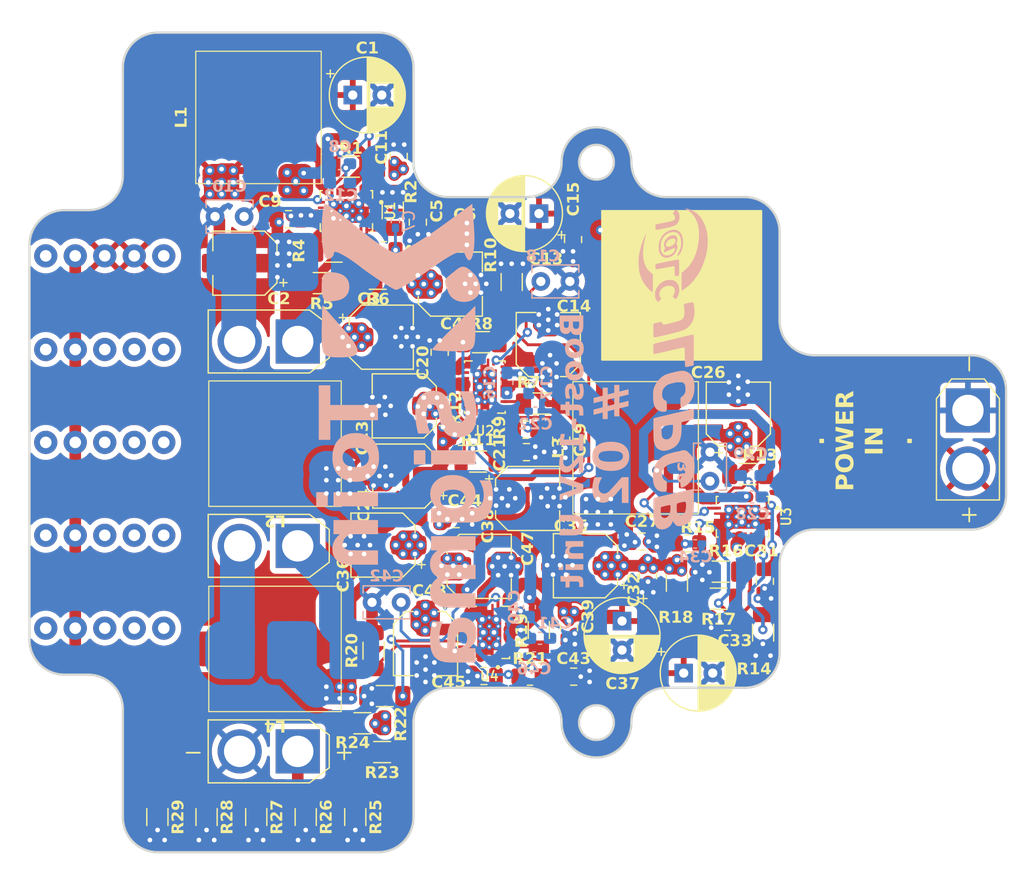
<source format=kicad_pcb>
(kicad_pcb (version 20240108) (generator "pcbnew") (generator_version "8.0")
  (layers (0 "F.Cu" signal) (1 "In1.Cu" signal) (2 "In2.Cu" signal) (31 "B.Cu" signal) (34 "B.Paste" user) (35 "F.Paste" user) (36 "B.SilkS" user "B.Silkscreen") (37 "F.SilkS" user "F.Silkscreen") (38 "B.Mask" user) (39 "F.Mask" user) (44 "Edge.Cuts" user))
  (net 0 "")
  (net 1 "Vin+")
  (net 2 "GND")
  (net 3 "Vout1+")
  (net 4 "Net-(U1-EN)")
  (net 5 "Net-(U1-COMP)")
  (net 6 "Net-(C7-Pad1)")
  (net 7 "Net-(U1-BOOT)")
  (net 8 "Net-(C12-Pad2)")
  (net 9 "Net-(U1-SS)")
  (net 10 "Net-(U2-BOOT)")
  (net 11 "Net-(C16-Pad2)")
  (net 12 "Net-(U2-SS)")
  (net 13 "Net-(U2-EN)")
  (net 14 "Vout2+")
  (net 15 "Net-(U2-COMP)")
  (net 16 "Net-(C22-Pad1)")
  (net 17 "Net-(U3-BOOT)")
  (net 18 "Net-(C28-Pad2)")
  (net 19 "Net-(U3-SS)")
  (net 20 "Net-(U3-EN)")
  (net 21 "Vout3+")
  (net 22 "Net-(U3-COMP)")
  (net 23 "Net-(C34-Pad1)")
  (net 24 "Net-(U4-BOOT)")
  (net 25 "Net-(C40-Pad2)")
  (net 26 "Net-(U4-SS)")
  (net 27 "Net-(U4-EN)")
  (net 28 "Vout4+")
  (net 29 "Net-(U4-COMP)")
  (net 30 "Net-(C46-Pad1)")
  (net 31 "Net-(U1-FSW)")
  (net 32 "Net-(U1-ILIM)")
  (net 33 "Net-(U1-FB)")
  (net 34 "Net-(R5-Pad1)")
  (net 35 "Net-(U2-FSW)")
  (net 36 "Net-(U2-ILIM)")
  (net 37 "Net-(U2-FB)")
  (net 38 "Net-(R11-Pad2)")
  (net 39 "Net-(U3-FSW)")
  (net 40 "Net-(U3-ILIM)")
  (net 41 "Net-(U3-FB)")
  (net 42 "Net-(R17-Pad2)")
  (net 43 "Net-(U4-FSW)")
  (net 44 "Net-(U4-ILIM)")
  (net 45 "Net-(U4-FB)")
  (net 46 "Net-(R23-Pad2)")
  (net 47 "Voltmeter-In")
  (footprint "Capacitor_SMD:CP_Elec_5x5.8" (layer "F.Cu") (at 174.9792 107.016 180)
    (property "Reference" "C35")
    (property "Value" "47uF, 16V")
  )
  (footprint "Resistor_SMD:R_1206_3216Metric_Pad1.30x1.75mm_HandSolder" (layer "F.Cu") (at 157.7072 118.2428)
    (property "Reference" "R22")
    (property "Value" "150k, 1/10W")
  )
  (footprint "Resistor_SMD:R_1206_3216Metric_Pad1.30x1.75mm_HandSolder" (layer "F.Cu") (at 182.8532 108.4892 90)
    (property "Reference" "R18")
    (property "Value" "430k, 1/10W")
  )
  (footprint "Resistor_SMD:R_1206_3216Metric" (layer "F.Cu") (at 157.48 123.063 180)
    (property "Reference" "R23")
    (property "Value" "900k, 1/10W")
  )
  (footprint "@ToinSigma:[device]tps61088" (layer "F.Cu") (at 166.3192 91.6262 180)
    (property "Reference" "U2")
    (property "Value" "~")
  )
  (footprint "Capacitor_SMD:C_0805_2012Metric_Pad1.18x1.45mm_HandSolder" (layer "F.Cu") (at 162.4316 88.6264 90)
    (property "Reference" "C20")
    (property "Value" "1uF, 25V")
  )
  (footprint "Resistor_SMD:R_1206_3216Metric_Pad1.30x1.75mm_HandSolder" (layer "F.Cu") (at 154.7876 72.644 180)
    (property "Reference" "R1")
    (property "Value" "220k, 1/10W")
  )
  (footprint "Capacitor_SMD:CP_Elec_5x5.8" (layer "F.Cu") (at 163.346 82.759)
    (property "Reference" "C4")
    (property "Value" "47uF, 16V")
  )
  (footprint "Resistor_SMD:R_1206_3216Metric_Pad1.30x1.75mm_HandSolder" (layer "F.Cu") (at 158.393 76.409 90)
    (property "Reference" "R2")
    (property "Value" "100k, 1/10W")
  )
  (footprint "Resistor_SMD:R_1206_3216Metric" (layer "F.Cu") (at 165.735 98.044)
    (property "Reference" "R11")
    (property "Value" "900k, 1/10W")
  )
  (footprint "Capacitor_SMD:C_0805_2012Metric_Pad1.18x1.45mm_HandSolder" (layer "F.Cu") (at 163.854 103.0028)
    (property "Reference" "C44")
    (property "Value" "1uF, 25V")
  )
  (footprint "@ToinSigma:[L](2.2uH)FDA1055-H-2R2M" (layer "F.Cu") (at 146.836 68.408 90)
    (property "Reference" "L1")
    (property "Value" "2.2uH")
  )
  (footprint "@ToinSigma:[device]tps61088" (layer "F.Cu") (at 166.6988 112.7564 180)
    (property "Reference" "U4")
    (property "Value" "~")
  )
  (footprint "Capacitor_SMD:C_0805_2012Metric_Pad1.18x1.45mm_HandSolder" (layer "F.Cu") (at 179.856 104.9332)
    (property "Reference" "C27")
    (property "Value" "1uF, 25V")
  )
  (footprint "Resistor_SMD:R_1206_3216Metric_Pad1.30x1.75mm_HandSolder" (layer "F.Cu") (at 186.6124 107.524)
    (property "Reference" "R16")
    (property "Value" "150k, 1/10W")
  )
  (footprint "Capacitor_SMD:C_0805_2012Metric_Pad1.18x1.45mm_HandSolder" (layer "F.Cu") (at 169.8992 97.2312)
    (property "Reference" "C21")
    (property "Value" "470pF, 50V")
  )
  (footprint "Capacitor_SMD:C_0805_2012Metric_Pad1.18x1.45mm_HandSolder" (layer "F.Cu") (at 172.8964 96.1956 -90)
    (property "Reference" "C19")
    (property "Value" "4.7uF, 10V")
  )
  (footprint "Resistor_SMD:R_1206_3216Metric_Pad1.30x1.75mm_HandSolder" (layer "F.Cu") (at 150.9 128.6568 -90)
    (property "Reference" "R26")
    (property "Value" "100k")
  )
  (footprint "Capacitor_THT:CP_Radial_D6.3mm_P2.50mm" (layer "F.Cu") (at 183.43484 116.2616)
    (property "Reference" "C25" (hide yes))
    (property "Value" "220uF, 25V")
  )
  (footprint "Connector_AMASS:AMASS_XT30U-M_1x02_P5.0mm_Vertical" (layer "F.Cu") (at 150.215613 105.302695 180)
    (property "Reference" "J3")
    (property "Value" "Conn_01x02_Pin")
  )
  (footprint "Connector_AMASS:AMASS_XT30U-M_1x02_P5.0mm_Vertical" (layer "F.Cu") (at 207.899 93.639 -90)
    (property "Reference" "J1")
    (property "Value" "Conn_01x02_Pin")
  )
  (footprint "Capacitor_SMD:C_0805_2012Metric_Pad1.18x1.45mm_HandSolder" (layer "F.Cu") (at 190.4224 108.3564 -90)
    (property "Reference" "C31")
    (property "Value" "4.7uF, 10V")
  )
  (footprint "Resistor_SMD:R_0805_2012Metric_Pad1.20x1.40mm_HandSolder" (layer "F.Cu") (at 183.7676 105.0856 180)
    (property "Reference" "R15")
    (property "Value" "18k, 1/10W")
  )
  (footprint "Capacitor_THT:CP_Radial_D6.3mm_P2.50mm" (layer "F.Cu") (at 170.97998 76.6884 180)
    (property "Reference" "C13")
    (property "Value" "220uF, 25V")
  )
  (footprint "@ToinSigma:[L](2.2uH)FDA1055-H-2R2M" (layer "F.Cu") (at 148.2584 96.5004 180)
    (property "Reference" "L2")
    (property "Value" "2.2uH")
  )
  (footprint "Capacitor_SMD:C_0805_2012Metric_Pad1.18x1.45mm_HandSolder" (layer "F.Cu") (at 158.9024 71.7608 90)
    (property "Reference" "C11")
    (property "Value" "1uF, 25V")
  )
  (footprint "Capacitor_THT:CP_Radial_D6.3mm_P2.50mm" (layer "F.Cu") (at 178.1288 111.777221 -90)
    (property "Reference" "C37")
    (property "Value" "220uF, 25V")
  )
  (footprint "Capacitor_SMD:C_0805_2012Metric_Pad1.18x1.45mm_HandSolder" (layer "F.Cu") (at 163.727 78.441)
    (property "Reference" "C6")
    (property "Value" "470pF, 50V")
  )
  (footprint "Capacitor_SMD:CP_Elec_5x5.8" (layer "F.Cu") (at 145.6676 80.9556 180)
    (property "Reference" "C2")
    (property "Value" "47uF, 16V")
  )
  (footprint "Resistor_SMD:R_1206_3216Metric_Pad1.30x1.75mm_HandSolder" (layer "F.Cu") (at 142.3656 128.6568 -90)
    (property "Reference" "R28")
    (property "Value" "100k")
  )
  (footprint "Capacitor_SMD:CP_Elec_5x5.8" (layer "F.Cu") (at 171.7788 87.966 90)
    (property "Reference" "C14")
    (property "Value" "47uF, 16V")
  )
  (footprint "@ToinSigma:[L](2.2uH)FDA1055-H-2R2M" (layer "F.Cu") (at 179.2972 96.856 90)
    (property "Reference" "L3")
    (property "Value" "2.2uH")
  )
  (footprint "Resistor_SMD:R_1206_3216Metric_Pad1.30x1.75mm_HandSolder" (layer "F.Cu") (at 146.6448 128.6568 -90)
    (property "Reference" "R27")
    (property "Value" "100k")
  )
  (footprint "@ToinSigma:[device][sw](toggle5p)2MS1-T1-B4-VS2-Q-E-S" (layer "F.Cu") (at 133.604 112.393)
    (property "Reference" "SW3")
    (property "Value" "~")
  )
  (footprint "Resistor_SMD:R_1206_3216Metric_Pad1.30x1.75mm_HandSolder" (layer "F.Cu") (at 165.9876 87.7628)
    (property "Reference" "R8")
    (property "Value" "100k, 1/10W")
  )
  (footprint "Resistor_SMD:R_1206_3216Metric_Pad1.30x1.75mm_HandSolder" (layer "F.Cu") (at 164.7684 95.7384 180)
    (property "Reference" "R12")
    (property "Value" "430k, 1/10W")
  )
  (footprint "Capacitor_SMD:CP_Elec_5x5.8" (layer "F.Cu") (at 170.0008 101.219)
    (property "Reference" "C38")
    (property "Value" "47uF, 16V")
  )
  (footprint "Connector_AMASS:AMASS_XT30U-M_1x02_P5.0mm_Vertical" (layer "F.Cu") (at 150.215613 123.002695 180)
    (property "Reference" "J4")
    (property "Value" "Conn_01x02_Pin")
  )
  (footprint "Resistor_SMD:R_1206_3216Metric_Pad1.30x1.75mm_HandSolder" (layer "F.Cu") (at 153.3144 79.9592)
    (property "Reference" "R4")
    (property "Value" "150k, 1/10W")
  )
  (footprint "Capacitor_SMD:CP_Elec_5x5.8" (layer "F.Cu") (at 159.4344 99.2944 180)
    (property "Reference" "C24")
    (property "Value" "47uF, 16V")
  )
  (footprint "Resistor_SMD:R_1206_3216Metric_Pad1.30x1.75mm_HandSolder" (layer "F.Cu") (at 171.196 93.046 180)
    (property "Reference" "R7")
    (property "Value" "220k, 1/10W")
  )
  (footprint "@ToinSigma:[device][sw](toggle5p)2MS1-T1-B4-VS2-Q-E-S" (layer "F.Cu") (at 133.604 80.328)
    (property "Reference" "SW1")
    (property "Value" "~")
  )
  (footprint "@ToinSigma:[device]tps61088" (layer "F.Cu") (at 154.404 76.46 -90)
    (property "Reference" "U1")
    (property "Value" "~")
  )
  (footprint "Resistor_SMD:R_1206_3216Metric_Pad1.30x1.75mm_HandSolder" (layer "F.Cu") (at 155.7768 120.5796)
    (property "Reference" "R24")
    (property "Value" "430k, 1/10W")
  )
  (footprint "Resistor_SMD:R_0805_2012Metric_Pad1.20x1.40mm_HandSolder" (layer "F.Cu") (at 170.204 116.5664)
    (property "Reference" "R21")
    (property "Value" "18k, 1/10W")
  )
  (footprint "Resistor_SMD:R_1206_3216Metric" (layer "F.Cu") (at 186.436 109.855 180)
    (property "Reference" "R17")
    (property "Value" "900k, 1/10W")
  )
  (footprint "Resistor_SMD:R_1206_3216Metric_Pad1.30x1.75mm_HandSolder" (layer "F.Cu") (at 170.966 112.5532 -90)
    (property "Reference" "R19")
    (property "Value" "220k, 1/10W")
  )
  (footprint "@ToinSigma:[device][sw](toggle5p)2MS1-T1-B4-VS2-Q-E-S" (layer "F.Cu") (at 133.604 104.393)
    (property "Reference" "SW5")
    (property "Value" "~")
  )
  (footprint "Capacitor_SMD:C_0805_2012Metric_Pad1.18x1.45mm_HandSolder" (layer "F.Cu") (at 173.9124 78.9236 -90)
    (property "Reference" "C15")
    (property "Value" "1uF, 25V")
  )
  (footprint "Resistor_SMD:R_0805_2012Metric_Pad1.20x1.40mm_HandSolder" (layer "F.Cu") (at 169.8244 95.3008)
    (property "Reference" "R9")
    (property "Value" "18k, 1/10W")
  )
  (footprint "Resistor_SMD:R_1206_3216Metric_Pad1.30x1.75mm_HandSolder" (layer "F.Cu") (at 156.742 114.3312 90)
    (property "Reference" "R20")
    (property "Value" "100k, 1/10W")
  )
  (footprint "Connector_AMASS:AMASS_XT30U-M_1x02_P5.0mm_Vertical" (layer "F.Cu") (at 150.215613 87.702695 180)
    (property "Reference" "J2")
    (property "Value" "Conn_01x02_Pin")
  )
  (footprint "Capacitor_SMD:CP_Elec_5x5.8" (layer "F.Cu") (at 157.5548 105.238 180)
    (property "Reference" "C36")
    (property "Value" "47uF, 16V")
  )
  (footprint "Capacitor_SMD:C_0805_2012Metric_Pad1.18x1.45mm_HandSolder" (layer "F.Cu") (at 173.5568 112.35 -90)
    (property "Reference" "C39")
    (property "Value" "1uF, 25V")
  )
  (footprint "Capacitor_SMD:C_0805_2012Metric_Pad1.18x1.45mm_HandSolder" (layer "F.Cu") (at 160.552 77.425 -90)
    (property "Reference" "C5")
    (property "Value" "4.7uF, 10V")
  )
  (footprint "Capacitor_SMD:C_0805_2012Metric_Pad1.18x1.45mm_HandSolder" (layer "F.Cu") (at 187.222 111.842 180)
    (property "Reference" "C33")
    (property "Value" "470pF, 50V")
  )
  (footprint "Capacitor_SMD:C_0805_2012Metric_Pad1.18x1.45mm_HandSolder" (layer "F.Cu") (at 149.4268 77.1652)
    (property "Reference" "C9")
    (property "Value" "1uF, 25V")
  )
  (footprint "Capacitor_SMD:C_0805_2012Metric_Pad1.18x1.45mm_HandSolder" (layer "F.Cu") (at 180.364 107.8796 -90)
    (property "Reference" "C32")
    (property "Value" "1uF, 25V")
  )
  (footprint "Resistor_SMD:R_1206_3216Metric" (layer "F.Cu") (at 157.099 82.296 180)
    (property "Reference" "R6")
    (property "Value" "900k, 1/10W")
  )
  (footprint "@ToinSigma:[device][sw](toggle5p)2MS1-T1-B4-VS2-Q-E-S" (layer "F.Cu") (at 133.604 88.393)
    (property "Reference" "SW4")
    (property "Value" "~")
  )
  (footprint "@ToinSigma:[device][sw](toggle5p)2MS1-T1-B4-VS2-Q-E-S" (layer "F.Cu") (at 133.604 96.393)
    (property "Reference" "SW2")
    (property "Value" "~")
  )
  (footprint "Capacitor_SMD:CP_Elec_5x5.8" (layer "F.Cu") (at 161.2124 113.7216 -90)
    (property "Reference" "C48")
    (property "Value" "47uF, 16V")
  )
  (footprint "@ToinSigma:[device]tps61088" (layer "F.Cu") (at 188.492 102.7996 -90)
    (property "Reference" "U3")
    (property "Value" "~")
  )
  (footprint "Capacitor_SMD:CP_Elec_5x5.8" (layer "F.Cu") (at 159.3836 93.2492 180)
    (property "Reference" "C23")
    (property "Value" "47uF, 16V")
  )
  (footprint "Resistor_SMD:R_1206_3216Metric_Pad1.30x1.75mm_HandSolder" (layer "F.Cu") (at 190.27 112.776 -90)
    (property "Reference" "R14")
    (property "Value" "100k, 1/10W")
  )
  (footprint "Capacitor_SMD:CP_Elec_5x5.8" (layer "F.Cu") (at 188.1364 93.9604 90)
    (property "Reference" "C26")
    (property "Value" "47uF, 16V")
  )
  (footprint "Capacitor_SMD:CP_Elec_5x5.8" (layer "F.Cu") (at 165.8352 107.0668)
    (property "Reference" "C47")
    (property "Value" "47uF, 16V")
  )
  (footprint "Resistor_SMD:R_1206_3216Metric_Pad1.30x1.75mm_HandSolder" (layer "F.Cu") (at 138.1344 128.6568 -90)
    (property "Reference" "R29")
    (property "Value" "100k")
  )
  (footprint "Capacitor_THT:CP_Radial_D6.3mm_P2.50mm" (layer "F.Cu") (at 154.95002 66.4776)
    (property "Reference" "C1")
    (property "Value" "220uF, 25V")
  )
  (footprint "@ToinSigma:[L](2.2uH)FDA1055-H-2R2M" (layer "F.Cu") (at 148.2584 114.1788 180)
    (property "Reference" "L4")
    (property "Value" "2.2uH")
  )
  (footprint "Capacitor_SMD:C_0805_2012Metric_Pad1.18x1.45mm_HandSolder" (layer "F.Cu") (at 173.9632 116.5664)
    (property "Reference" "C43")
    (property "Value" "4.7uF, 10V")
  )
  (footprint "Resistor_SMD:R_1206_3216Metric_Pad1.30x1.75mm_HandSolder" (layer "F.Cu") (at 155.1672 128.6568 -90)
    (property "Reference" "R25")
    (property "Value" "100k")
  )
  (footprint "Capacitor_SMD:CP_Elec_5x5.8" (layer "F.Cu") (at 157.4024 87.331)
    (property "Reference" "C3")
    (property "Value" "47uF, 16V")
  )
  (footprint "Capacitor_SMD:C_0805_2012Metric_Pad1.18x1.45mm_HandSolder" (layer "F.Cu") (at 166.2416 116.5156 180)
    (property "Reference" "C45")
    (property "Value" "470pF, 50V")
  )
  (footprint "Resistor_SMD:R_1206_3216Metric_Pad1.30x1.75mm_HandSolder" (layer "F.Cu") (at 168.6292 82.5812 -90)
    (property "Reference" "R10")
    (property "Value" "150k, 1/10W")
  )
  (footprint "Resistor_SMD:R_1206_3216Metric_Pad1.30x1.75mm_HandSolder" (layer "F.Cu") (at 152.273 82.677 180)
    (property "Reference" "R5")
    (property "Value" "430k, 1/10W")
  )
  (footprint "Resistor_SMD:R_0805_2012Metric_Pad1.20x1.40mm_HandSolder" (layer "F.Cu") (at 157.631 79.838)
    (property "Reference" "R3")
    (property "Value" "18k, 1/10W")
  )
  (footprint "Resistor_SMD:R_1206_3216Metric_Pad1.30x1.75mm_HandSolder" (layer "F.Cu") (at 188.9492 99.1108)
    (property "Reference" "R13")
    (property "Value" "220k, 1/10W")
  )
  (footprint "@ToinSigma:[pad]3" (layer "B.Cu") (at 149.8332 114.2804 180)
    (property "Reference" "U6")
    (property "Value" "~")
  )
  (footprint "Capacitor_SMD:C_0603_1608Metric_Pad1.08x0.95mm_HandSolder" (layer "B.Cu") (at 153.8464 72.3958 180)
    (property "Reference" "C8")
    (property "Value" "0.1uF, 35V")
  )
  (footprint "Capacitor_SMD:C_0603_1608Metric_Pad1.08x0.95mm_HandSolder" (layer "B.Cu") (at 189.3316 101.092 180)
    (property "Reference" "C28")
    (property "Value" "0.1uF, 35V")
  )
  (footprint "Capacitor_SMD:C_0402_1005Metric_Pad0.74x0.62mm_HandSolder" (layer "B.Cu") (at 184.428 105.1364)
    (property "Reference" "C34")
    (property "Value" "4700pF, 50V")
  )
  (footprint "Capacitor_SMD:C_0603_1608Metric_Pad1.08x0.95mm_HandSolder" (layer "B.Cu") (at 153.8464 74.0468 180)
    (property "Reference" "C12")
    (property "Value" "0.1uF, 35V")
  )
  (footprint "@ToinSigma:[pad]3" (layer "B.Cu") (at 149.955 80.854 180)
    (property "Reference" "U5")
    (property "Value" "~")
  )
  (footprint "Capacitor_THT:C_Disc_D3.8mm_W2.6mm_P2.50mm" (layer "B.Cu") (at 185.698 99.7316 90)
    (property "Reference" "C30")
    (property "Value" "0.047uF, 50V")
  )
  (footprint "Capacitor_THT:C_Disc_D3.8mm_W2.6mm_P2.50mm" (layer "B.Cu") (at 145.5968 76.9424 180)
    (property "Reference" "C10")
    (property "Value" "0.047uF, 50V")
  )
  (footprint "Capacitor_THT:C_Disc_D3.8mm_W2.6mm_P2.50mm" (layer "B.Cu") (at 159.1096 110.1656 180)
    (property "Reference" "C42")
    (property "Value" "0.047uF, 50V")
  )
  (footprint "Capacitor_SMD:C_0402_1005Metric_Pad0.74x0.62mm_HandSolder" (layer "B.Cu") (at 170.5596 114.7884)
    (property "Reference" "C46")
    (property "Value" "4700pF, 50V")
  )
  (footprint "Capacitor_SMD:C_0603_1608Metric_Pad1.08x0.95mm_HandSolder" (layer "B.Cu") (at 168.2228 91.268 -90)
    (property "Reference" "C16")
    (property "Value" "0.1uF, 35V")
  )
  (footprint "Capacitor_SMD:C_0402_1005Metric_Pad0.74x0.62mm_HandSolder" (layer "B.Cu") (at 170.6612 93.7064)
    (property "Reference" "C22")
    (property "Value" "4700pF, 50V")
  )
  (footprint "Capacitor_SMD:C_0603_1608Metric_Pad1.08x0.95mm_HandSolder" (layer "B.Cu") (at 170.1532 110.572 90)
    (property "Reference" "C40")
    (property "Value" "0.1uF, 35V")
  )
  (footprint "Capacitor_SMD:C_0603_1608Metric_Pad1.08x0.95mm_HandSolder" (layer "B.Cu") (at 170.1024 91.268 -90)
    (property "Reference" "C17")
    (property "Value" "0.1uF, 35V")
  )
  (footprint "Capacitor_SMD:C_0603_1608Metric_Pad1.08x0.95mm_HandSolder" (layer "B.Cu") (at 171.0676 113.2644 180)
    (property "Reference" "C41")
    (property "Value" "0.1uF, 35V")
  )
  (footprint "Capacitor_SMD:C_0402_1005Metric_Pad0.74x0.62mm_HandSolder" (layer "B.Cu") (at 158.6216 77.3488 90)
    (property "Reference" "C7")
    (property "Value" "4700pF, 50V")
  )
  (footprint "Capacitor_THT:C_Disc_D3.8mm_W2.6mm_P2.50mm" (layer "B.Cu") (at 171.1384 82.5304)
    (property "Reference" "C18")
    (property "Value" "0.047uF, 50V")
  )
  (footprint "Capacitor_SMD:C_0603_1608Metric_Pad1.08x0.95mm_HandSolder" (layer "B.Cu") (at 189.2032 99.2436)
    (property "Reference" "C29")
    (property "Value" "0.1uF, 35V")
  )
  (gr_poly (pts (xy 180.8211 95.224865) (xy 180.825283 95.568513) (xy 180.833062 95.884835) (xy 180.844231 96.136747) (xy 180.858583 96.287167) (xy 180.867412 96.332274) (xy 180.877951 96.377484) (xy 180.890093 96.422569) (xy 180.903728 96.467304) (xy 180.918748 96.51146) (xy 180.935044 96.554809) (xy 180.952508 96.597126) (xy 180.971031 96.638181) (xy 180.990505 96.677748) (xy 181.010822 96.715599) (xy 181.031872 96.751507) (xy 181.053548 96.785245) (xy 181.075741 96.816585) (xy 181.098341 96.8453) (xy 181.121242 96.871163) (xy 181.144333 96.893945) (xy 181.169583 96.915626) (xy 181.197505 96.936919) (xy 181.227793 96.957685) (xy 181.260144 96.977784) (xy 181.294251 96.997078) (xy 181.32981 97.015425) (xy 181.366517 97.032688) (xy 181.404066 97.048725) (xy 181.442152 97.063399) (xy 181.480471 97.076569) (xy 181.518718 97.088095) (xy 181.556587 97.097839) (xy 181.593774 97.10566) (xy 181.629975 97.111419) (xy 181.664883 97.114977) (xy 181.698194 97.116194) (xy 181.770404 97.113752) (xy 181.845093 97.106582) (xy 181.921685 97.094916) (xy 181.999599 97.078987) (xy 182.078257 97.059027) (xy 182.157081 97.035269) (xy 182.235492 97.007945) (xy 182.31291 96.977288) (xy 182.388757 96.94353) (xy 182.462454 96.906904) (xy 182.533423 96.867643) (xy 182.601085 96.825979) (xy 182.664861 96.782145) (xy 182.724172 96.736372) (xy 182.778439 96.688895) (xy 182.827084 96.639944) (xy 182.882456 96.576635) (xy 182.933544 96.510829) (xy 182.980446 96.442182) (xy 183.023261 96.370345) (xy 183.062086 96.294975) (xy 183.09702 96.215723) (xy 183.128161 96.132244) (xy 183.155608 96.044191) (xy 183.179457 95.951219) (xy 183.199808 95.852982) (xy 183.216759 95.749132) (xy 183.230407 95.639323) (xy 183.240852 95.523211) (xy 183.248191 95.400447) (xy 183.252522 95.270687) (xy 183.253944 95.133583) (xy 183.253944 94.653805) (xy 183.73725 94.53739) (xy 183.836097 94.514673) (xy 183.930065 94.491914) (xy 184.016923 94.469734) (xy 184.094438 94.448753) (xy 184.160377 94.429592) (xy 184.212508 94.412869) (xy 184.232698 94.405616) (xy 184.248599 94.399206) (xy 184.259931 94.393716) (xy 184.266417 94.389223) (xy 184.272164 94.383922) (xy 184.277503 94.375925) (xy 184.282439 94.365178) (xy 184.286977 94.35163) (xy 184.291122 94.33523) (xy 184.29488 94.315925) (xy 184.301254 94.268397) (xy 184.306139 94.208631) (xy 184.309577 94.136216) (xy 184.31161 94.050736) (xy 184.312278 93.951779) (xy 184.312148 93.891989) (xy 184.311734 93.838091) (xy 184.310999 93.789773) (xy 184.309908 93.746727) (xy 184.308424 93.708641) (xy 184.306511 93.675206) (xy 184.305382 93.660136) (xy 184.304133 93.646113) (xy 184.302758 93.633097) (xy 184.301254 93.62105) (xy 184.299615 93.609933) (xy 184.297837 93.599707) (xy 184.295916 93.590334) (xy 184.293846 93.581775) (xy 184.291625 93.573992) (xy 184.289246 93.566944) (xy 184.286706 93.560595) (xy 184.284 93.554904) (xy 184.281124 93.549833) (xy 184.278072 93.545344) (xy 184.274841 93.541397) (xy 184.271426 93.537954) (xy 184.267822 93.534976) (xy 184.264025 93.532424) (xy 184.26003 93.53026) (xy 184.255833 93.528445) (xy 184.098399 93.55531) (xy 183.713382 93.637531) (xy 182.562059 93.898421) (xy 182.423153 93.931243) (xy 182.423153 94.84844) (xy 182.43581 94.848502) (xy 182.447351 94.84961) (xy 182.457817 94.851843) (xy 182.46725 94.855282) (xy 182.47569 94.860004) (xy 182.48318 94.86609) (xy 182.48976 94.873619) (xy 182.495472 94.88267) (xy 182.500357 94.893324) (xy 182.504457 94.905659) (xy 182.507813 94.919754) (xy 182.510465 94.93569) (xy 182.513828 94.973401) (xy 182.514875 95.019427) (xy 182.513938 95.074403) (xy 182.511347 95.138965) (xy 182.502528 95.299389) (xy 182.497622 95.37487) (xy 182.492055 95.44418) (xy 182.485661 95.507764) (xy 182.478274 95.566067) (xy 182.46973 95.619534) (xy 182.459864 95.668607) (xy 182.454383 95.691636) (xy 182.448509 95.713733) (xy 182.442221 95.734954) (xy 182.4355 95.755355) (xy 182.428324 95.77499) (xy 182.420672 95.793917) (xy 182.412525 95.81219) (xy 182.40386 95.829865) (xy 182.394658 95.846997) (xy 182.384898 95.863642) (xy 182.37456 95.879856) (xy 182.363621 95.895693) (xy 182.352063 95.911211) (xy 182.339864 95.926463) (xy 182.327004 95.941506) (xy 182.313461 95.956396) (xy 182.284246 95.985936) (xy 182.252056 96.015527) (xy 182.232216 96.032492) (xy 182.21356 96.047725) (xy 182.195865 96.061315) (xy 182.178909 96.07335) (xy 182.16247 96.083917) (xy 182.146326 96.093104) (xy 182.130253 96.100999) (xy 182.114031 96.10769) (xy 182.097437 96.113266) (xy 182.080249 96.117812) (xy 182.062244 96.121418) (xy 182.0432 96.124172) (xy 182.022896 96.126161) (xy 182.001108 96.127472) (xy 181.977615 96.128195) (xy 181.952194 96.128416) (xy 181.932598 96.128148) (xy 181.913496 96.127341) (xy 181.894887 96.125998) (xy 181.876767 96.124117) (xy 181.859136 96.121698) (xy 181.841992 96.118743) (xy 181.825332 96.115249) (xy 181.809154 96.111219) (xy 181.793457 96.10665) (xy 181.778239 96.101545) (xy 181.763497 96.095902) (xy 181.74923 96.089721) (xy 181.735436 96.083004) (xy 181.722113 96.075748) (xy 181.709259 96.067955) (xy 181.696871 96.059625) (xy 181.684949 96.050758) (xy 181.673491 96.041353) (xy 181.662493 96.03141) (xy 181.651954 96.02093) (xy 181.641873 96.009913) (xy 181.632248 95.998358) (xy 181.623075 95.986266) (xy 181.614355 95.973636) (xy 181.606083 95.960469) (xy 181.59826 95.946764) (xy 181.590882 95.932522) (xy 181.583948 95.917742) (xy 181.577456 95.902426) (xy 181.571404 95.886571) (xy 181.565789 95.870179) (xy 181.560611 95.85325) (xy 181.554031 95.820501) (xy 181.547658 95.776466) (xy 181.541698 95.723088) (xy 181.536358 95.662309) (xy 181.531845 95.596074) (xy 181.528365 95.526325) (xy 181.526126 95.455004) (xy 181.525333 95.384056) (xy 181.525333 95.041861) (xy 181.796972 94.981889) (xy 181.920059 94.955431) (xy 182.051413 94.926327) (xy 182.27675 94.876056) (xy 182.360535 94.857059) (xy 182.394324 94.851134) (xy 182.423153 94.84844) (xy 182.423153 93.931243) (xy 181.404782 94.171878) (xy 181.012324 94.269809) (xy 180.844472 94.318667) (xy 180.83777 94.342286) (xy 180.832201 94.400792) (xy 180.824353 94.603921) (xy 180.820721 94.890974)) (fill solid) (layer "B.SilkS"))
  (gr_poly (pts (xy 152.274038 83.194588) (xy 152.282384 83.380378) (xy 152.297241 83.545549) (xy 152.307353 83.620669) (xy 152.319384 83.690953) (xy 152.333431 83.75651) (xy 152.349589 83.817444) (xy 152.367957 83.873864) (xy 152.388631 83.925875) (xy 152.411707 83.973583) (xy 152.437284 84.017096) (xy 152.465457 84.056521) (xy 152.496324 84.091963) (xy 152.529981 84.123529) (xy 152.566526 84.151326) (xy 152.606056 84.175461) (xy 152.648666 84.196039) (xy 152.694454 84.213168) (xy 152.743518 84.226955) (xy 152.795953 84.237505) (xy 152.851858 84.244925) (xy 152.911327 84.249323) (xy 152.97446 84.250804) (xy 153.041352 84.249475) (xy 153.1121 84.245442) (xy 153.265553 84.229694) (xy 153.435595 84.204411) (xy 153.580069 84.18086) (xy 153.649027 84.166318) (xy 153.715784 84.149944) (xy 153.780333 84.131749) (xy 153.842663 84.111742) (xy 153.902764 84.089933) (xy 153.960627 84.066332) (xy 154.016243 84.040947) (xy 154.0696 84.01379) (xy 154.12069 83.984869) (xy 154.169504 83.954194) (xy 154.21603 83.921775) (xy 154.26026 83.887622) (xy 154.302185 83.851744) (xy 154.341793 83.814151) (xy 154.379076 83.774852) (xy 154.414024 83.733859) (xy 154.446627 83.691179) (xy 154.476875 83.646822) (xy 154.504759 83.6008) (xy 154.53027 83.55312) (xy 154.553397 83.503793) (xy 154.57413 83.452829) (xy 154.592461 83.400237) (xy 154.608379 83.346027) (xy 154.621875 83.290208) (xy 154.632938 83.232791) (xy 154.64156 83.173784) (xy 154.647731 83.113198) (xy 154.65144 83.051043) (xy 154.652679 82.987327) (xy 154.65144 82.923612) (xy 154.647731 82.861456) (xy 154.64156 82.800871) (xy 154.632938 82.741864) (xy 154.621875 82.684447) (xy 154.608379 82.628628) (xy 154.592461 82.574418) (xy 154.57413 82.521826) (xy 154.553397 82.470862) (xy 154.53027 82.421535) (xy 154.504759 82.373856) (xy 154.476875 82.327833) (xy 154.446627 82.283477) (xy 154.414024 82.240797) (xy 154.379076 82.199803) (xy 154.341793 82.160505) (xy 154.302185 82.122912) (xy 154.26026 82.087034) (xy 154.21603 82.05288) (xy 154.169504 82.020461) (xy 154.12069 81.989787) (xy 154.0696 81.960866) (xy 154.016243 81.933708) (xy 153.960627 81.908324) (xy 153.902764 81.884722) (xy 153.842663 81.862913) (xy 153.715784 81.824711) (xy 153.580069 81.793796) (xy 153.435595 81.770244) (xy 153.265553 81.744962) (xy 153.1121 81.729213) (xy 152.97446 81.723852) (xy 152.911327 81.725333) (xy 152.851858 81.72973) (xy 152.795953 81.73715) (xy 152.743518 81.7477) (xy 152.694454 81.761487) (xy 152.648666 81.778616) (xy 152.606056 81.799194) (xy 152.566526 81.823329) (xy 152.529981 81.851126) (xy 152.496324 81.882692) (xy 152.465457 81.918134) (xy 152.437284 81.957558) (xy 152.411707 82.001071) (xy 152.388631 82.04878) (xy 152.367957 82.100791) (xy 152.349589 82.15721) (xy 152.333431 82.218145) (xy 152.319384 82.283701) (xy 152.297241 82.429106) (xy 152.282384 82.594276) (xy 152.274038 82.780066) (xy 152.271429 82.987327)) (fill solid) (layer "B.SilkS"))
  (gr_poly (pts (xy 183.35625 83.269666) (xy 183.382136 83.255128) (xy 183.416498 83.233396) (xy 183.457887 83.205546) (xy 183.504858 83.172653) (xy 183.555962 83.13579) (xy 183.609754 83.096034) (xy 183.664786 83.054459) (xy 183.719611 83.012139) (xy 183.873426 82.883433) (xy 184.021277 82.746143) (xy 184.163072 82.600451) (xy 184.298718 82.446537) (xy 184.428121 82.284582) (xy 184.551188 82.114767) (xy 184.667827 81.937273) (xy 184.777944 81.752281) (xy 184.881447 81.559972) (xy 184.978242 81.360526) (xy 185.068237 81.154124) (xy 185.151338 80.940947) (xy 185.227452 80.721177) (xy 185.296486 80.494994) (xy 185.358348 80.262578) (xy 185.412944 80.024111) (xy 185.433407 79.916259) (xy 185.451137 79.802412) (xy 185.466127 79.683605) (xy 185.478374 79.56087) (xy 185.487871 79.435241) (xy 185.494614 79.307752) (xy 185.498597 79.179436) (xy 185.499816 79.051326) (xy 185.498265 78.924457) (xy 185.493939 78.799862) (xy 185.486832 78.678574) (xy 185.476941 78.561627) (xy 185.464258 78.450054) (xy 185.448781 78.344889) (xy 185.430502 78.247165) (xy 185.409417 78.157916) (xy 185.354878 77.96658) (xy 185.294413 77.78544) (xy 185.227963 77.614438) (xy 185.155472 77.453518) (xy 185.076883 77.302624) (xy 184.99214 77.161698) (xy 184.947442 77.094956) (xy 184.901185 77.030684) (xy 184.853361 76.968876) (xy 184.803962 76.909524) (xy 184.752982 76.852622) (xy 184.700413 76.798162) (xy 184.64625 76.746138) (xy 184.590483 76.696541) (xy 184.533107 76.649366) (xy 184.474114 76.604605) (xy 184.413497 76.56225) (xy 184.351249 76.522295) (xy 184.287363 76.484733) (xy 184.221831 76.449556) (xy 184.154647 76.416758) (xy 184.085804 76.386331) (xy 184.015294 76.358268) (xy 183.943111 76.332563) (xy 183.869247 76.309207) (xy 183.793695 76.288194) (xy 183.697969 76.264099) (xy 183.659509 76.254871) (xy 183.627172 76.24757) (xy 183.600851 76.242232) (xy 183.580436 76.238895) (xy 183.57241 76.237987) (xy 183.565819 76.237594) (xy 183.560651 76.237718) (xy 183.556892 76.238364) (xy 183.554528 76.239538) (xy 183.553546 76.241244) (xy 183.553932 76.243485) (xy 183.555673 76.246267) (xy 183.558754 76.249595) (xy 183.563163 76.253472) (xy 183.575909 76.262893) (xy 183.593802 76.274568) (xy 183.616734 76.288532) (xy 183.677278 76.323472) (xy 183.82183 76.414212) (xy 183.956434 76.515591) (xy 184.080982 76.627337) (xy 184.195365 76.749176) (xy 184.299475 76.880832) (xy 184.393203 77.022034) (xy 184.476441 77.172506) (xy 184.54908 77.331976) (xy 184.611012 77.500168) (xy 184.662127 77.676809) (xy 184.702319 77.861625) (xy 184.731477 78.054343) (xy 184.749494 78.254688) (xy 184.756261 78.462387) (xy 184.75167 78.677166) (xy 184.735611 78.89875) (xy 184.710154 79.121641) (xy 184.677472 79.3378) (xy 184.637617 79.547106) (xy 184.590642 79.74944) (xy 184.536597 79.944685) (xy 184.475534 80.132721) (xy 184.407505 80.313429) (xy 184.332563 80.486691) (xy 184.250757 80.652387) (xy 184.162141 80.810399) (xy 184.066765 80.960608) (xy 183.964681 81.102894) (xy 183.855942 81.23714) (xy 183.740599 81.363227) (xy 183.618702 81.481034) (xy 183.490305 81.590444) (xy 183.253944 81.780944) (xy 183.253944 83.326111)) (fill solid) (layer "B.SilkS"))
  (gr_poly (pts (xy 180.96574 83.659486) (xy 180.96671 83.703375) (xy 180.968626 83.746674) (xy 180.971483 83.788796) (xy 180.975276 83.82915) (xy 180.979998 83.867148) (xy 180.985645 83.9022) (xy 180.992212 83.933718) (xy 180.999694 83.961111) (xy 181.004687 83.974114) (xy 181.010367 83.987907) (xy 181.023562 84.01739) (xy 181.038824 84.048609) (xy 181.055698 84.080614) (xy 181.073729 84.112454) (xy 181.092464 84.143177) (xy 181.101953 84.157823) (xy 181.111446 84.171834) (xy 181.120888 84.18509) (xy 181.130222 84.197472) (xy 181.214889 84.317416) (xy 181.352472 84.183361) (xy 181.366807 84.169484) (xy 181.380667 84.15569) (xy 181.393989 84.142061) (xy 181.406712 84.12868) (xy 181.418773 84.11563) (xy 181.430111 84.102994) (xy 181.440663 84.090853) (xy 181.450368 84.079292) (xy 181.459163 84.068391) (xy 181.466987 84.058235) (xy 181.473778 84.048906) (xy 181.479472 84.040486) (xy 181.484009 84.033058) (xy 181.487327 84.026705) (xy 181.488509 84.023958) (xy 181.489363 84.02151) (xy 181.489881 84.019372) (xy 181.490056 84.017555) (xy 181.48969 84.013844) (xy 181.488616 84.009363) (xy 181.48687 84.004169) (xy 181.484488 83.998318) (xy 181.481507 83.991868) (xy 181.477963 83.984875) (xy 181.473892 83.977397) (xy 181.46933 83.96949) (xy 181.458877 83.952615) (xy 181.446895 83.934708) (xy 181.433673 83.916221) (xy 181.4195 83.897611) (xy 181.410849 83.885929) (xy 181.402757 83.873402) (xy 181.388246 83.845983) (xy 181.375968 83.815702) (xy 181.365922 83.782903) (xy 181.358108 83.747935) (xy 181.352527 83.711142) (xy 181.349179 83.672871) (xy 181.348062 83.633469) (xy 181.349179 83.593281) (xy 181.352527 83.552654) (xy 181.358108 83.511934) (xy 181.365922 83.471467) (xy 181.375968 83.431599) (xy 181.388246 83.392677) (xy 181.402757 83.355048) (xy 181.4195 83.319056) (xy 181.447883 83.269888) (xy 181.481202 83.223041) (xy 181.519099 83.178684) (xy 181.561217 83.136989) (xy 181.607202 83.098126) (xy 181.656695 83.062265) (xy 181.70934 83.029577) (xy 181.764781 83.000233) (xy 181.822661 82.974402) (xy 181.882624 82.952256) (xy 181.944313 82.933965) (xy 182.007371 82.9197) (xy 182.071442 82.909631) (xy 182.136169 82.903928) (xy 182.201196 82.902763) (xy 182.266167 82.906306) (xy 182.3018 82.910845) (xy 182.335926 82.917158) (xy 182.368526 82.925196) (xy 182.399581 82.934914) (xy 182.429074 82.946264) (xy 182.456984 82.959201) (xy 182.483294 82.973679) (xy 182.507985 82.989649) (xy 182.531037 83.007067) (xy 182.552433 83.025885) (xy 182.572152 83.046057) (xy 182.590178 83.067536) (xy 182.60649 83.090276) (xy 182.621071 83.114231) (xy 182.633901 83.139353) (xy 182.644962 83.165597) (xy 182.654235 83.192916) (xy 182.661701 83.221263) (xy 182.667341 83.250592) (xy 182.671138 83.280856) (xy 182.673071 83.312009) (xy 182.673123 83.344005) (xy 182.671274 83.376796) (xy 182.667507 83.410337) (xy 182.661801 83.44458) (xy 182.654139 83.47948) (xy 182.644501 83.514989) (xy 182.63287 83.551062) (xy 182.619225 83.587652) (xy 182.603549 83.624711) (xy 182.585823 83.662195) (xy 182.566028 83.700056) (xy 182.484889 83.85175) (xy 182.611889 83.957583) (xy 182.627432 83.970235) (xy 182.642309 83.98174) (xy 182.656514 83.992108) (xy 182.670042 84.00135) (xy 182.682888 84.009475) (xy 182.695046 84.016494) (xy 182.700866 84.019593) (xy 182.706513 84.022418) (xy 182.711984 84.024972) (xy 182.717281 84.027257) (xy 182.722402 84.029272) (xy 182.727347 84.031021) (xy 182.732114 84.032503) (xy 182.736705 84.03372) (xy 182.741116 84.034673) (xy 182.745349 84.035365) (xy 182.749402 84.035795) (xy 182.753275 84.035966) (xy 182.756968 84.035878) (xy 182.760478 84.035534) (xy 182.763807 84.034933) (xy 182.766952 84.034078) (xy 182.769915 84.03297) (xy 182.772693 84.03161) (xy 182.775286 84.029999) (xy 182.777694 84.028139) (xy 182.79419 84.012227) (xy 182.811766 83.991297) (xy 182.83018 83.965871) (xy 182.849187 83.936472) (xy 182.868546 83.90362) (xy 182.888013 83.867839) (xy 182.907346 83.829649) (xy 182.926302 83.789573) (xy 182.944638 83.748133) (xy 182.96211 83.70585) (xy 182.978477 83.663247) (xy 182.993495 83.620846) (xy 183.006922 83.579168) (xy 183.018514 83.538736) (xy 183.028028 83.50007) (xy 183.035222 83.463695) (xy 183.042057 83.421472) (xy 183.047359 83.379498) (xy 183.051148 83.337817) (xy 183.05344 83.29647) (xy 183.054254 83.2555) (xy 183.053609 83.21495) (xy 183.051521 83.174863) (xy 183.04801 83.13528) (xy 183.043094 83.096246) (xy 183.03679 83.057802) (xy 183.029116 83.019991) (xy 183.020091 82.982856) (xy 183.009733 82.946439) (xy 182.99806 82.910783) (xy 182.98509 82.87593) (xy 182.97084 82.841924) (xy 182.95533 82.808806) (xy 182.938577 82.77662) (xy 182.920599 82.745408) (xy 182.901415 82.715213) (xy 182.881042 82.686077) (xy 182.859498 82.658043) (xy 182.836802 82.631154) (xy 182.812972 82.605452) (xy 182.788026 82.58098) (xy 182.761981 82.557781) (xy 182.734857 82.535896) (xy 182.70667 82.51537) (xy 182.67744 82.496244) (xy 182.647184 82.478561) (xy 182.61592 82.462363) (xy 182.583667 82.447694) (xy 182.547234 82.434835) (xy 182.507013 82.424027) (xy 182.463434 82.415254) (xy 182.416924 82.408503) (xy 182.367913 82.403756) (xy 182.31683 82.401) (xy 182.264104 82.400217) (xy 182.210163 82.401392) (xy 182.155437 82.404511) (xy 182.100354 82.409557) (xy 182.045344 82.416515) (xy 181.990835 82.42537) (xy 181.937256 82.436106) (xy 181.885036 82.448707) (xy 181.834604 82.463158) (xy 181.786389 82.479444) (xy 181.721858 82.506556) (xy 181.658087 82.538748) (xy 181.595339 82.575725) (xy 181.533877 82.617193) (xy 181.473966 82.662857) (xy 181.415869 82.712422) (xy 181.359849 82.765595) (xy 181.30617 82.82208) (xy 181.255096 82.881583) (xy 181.206889 82.943809) (xy 181.161815 83.008464) (xy 181.120135 83.075253) (xy 181.082114 83.143882) (xy 181.048015 83.214056) (xy 181.018102 83.285481) (xy 180.992639 83.357861) (xy 180.985858 83.385255) (xy 180.980064 83.416772) (xy 180.975252 83.451824) (xy 180.971417 83.489822) (xy 180.968553 83.530176) (xy 180.966656 83.572297) (xy 180.96572 83.615597)) (fill solid) (layer "B.SilkS"))
  (gr_poly (pts (xy 180.787931 99.476464) (xy 180.791519 99.562354) (xy 180.796957 99.645005) (xy 180.804256 99.723294) (xy 180.813425 99.7961) (xy 180.824475 99.862302) (xy 180.837417 99.920778) (xy 180.862428 100.008546) (xy 180.89116 100.090614) (xy 180.923613 100.166987) (xy 180.941235 100.20304) (xy 180.959786 100.237671) (xy 180.979269 100.270881) (xy 180.999681 100.302671) (xy 181.021023 100.333041) (xy 181.043296 100.361991) (xy 181.066498 100.389523) (xy 181.090631 100.415637) (xy 181.115694 100.440334) (xy 181.141688 100.463615) (xy 181.168611 100.485479) (xy 181.196465 100.505928) (xy 181.225248 100.524963) (xy 181.254962 100.542583) (xy 181.285606 100.55879) (xy 181.317181 100.573585) (xy 181.349685 100.586967) (xy 181.38312 100.598938) (xy 181.417485 100.609498) (xy 181.45278 100.618649) (xy 181.489005 100.626389) (xy 181.52616 100.632721) (xy 181.564246 100.637644) (xy 181.603261 100.641161) (xy 181.684083 100.643973) (xy 181.70647 100.643768) (xy 181.728573 100.643166) (xy 181.750273 100.642182) (xy 181.771451 100.640831) (xy 181.791988 100.639128) (xy 181.811765 100.637089) (xy 181.830664 100.63473) (xy 181.848566 100.632066) (xy 181.865351 100.629113) (xy 181.880902 100.625886) (xy 181.895098 100.6224) (xy 181.907822 100.618671) (xy 181.918954 100.614716) (xy 181.928375 100.610548) (xy 181.932407 100.608389) (xy 181.935967 100.606184) (xy 181.93904 100.603933) (xy 181.941611 100.601639) (xy 181.946737 100.594942) (xy 181.951533 100.58544) (xy 181.955998 100.573136) (xy 181.960132 100.558037) (xy 181.963935 100.540148) (xy 181.967408 100.519473) (xy 181.973361 100.469788) (xy 181.977991 100.409023) (xy 181.981299 100.33722) (xy 181.983283 100.254421) (xy 181.983944 100.160666) (xy 181.983944 99.762028) (xy 181.842833 99.673833) (xy 181.808507 99.650987) (xy 181.776915 99.627331) (xy 181.747979 99.602713) (xy 181.721621 99.576985) (xy 181.697765 99.549995) (xy 181.676332 99.521595) (xy 181.657245 99.491634) (xy 181.640427 99.459962) (xy 181.6258 99.42643) (xy 181.613287 99.390888) (xy 181.602809 99.353186) (xy 181.59429 99.313174) (xy 181.587653 99.270702) (xy 181.582818 99.22562) (xy 181.57971 99.177778) (xy 181.57825 99.127028) (xy 181.579066 99.084788) (xy 181.581513 99.043399) (xy 181.58559 99.002864) (xy 181.591293 98.963186) (xy 181.598622 98.924369) (xy 181.607574 98.886415) (xy 181.618147 98.849328) (xy 181.63034 98.813111) (xy 181.64415 98.777767) (xy 181.659576 98.7433) (xy 181.676615 98.709713) (xy 181.695266 98.677009) (xy 181.715527 98.645191) (xy 181.737395 98.614262) (xy 181.76087 98.584227) (xy 181.785948 98.555087) (xy 181.812628 98.526846) (xy 181.840908 98.499508) (xy 181.870787 98.473075) (xy 181.902261 98.447552) (xy 181.93533 98.42294) (xy 181.969991 98.399244) (xy 182.044082 98.35461) (xy 182.124519 98.313676) (xy 182.211286 98.276469) (xy 182.304368 98.243013) (xy 182.40375 98.213334) (xy 182.519081 98.183033) (xy 182.625917 98.156959) (xy 182.724692 98.135122) (xy 182.815839 98.117533) (xy 182.899792 98.104202) (xy 182.939207 98.099136) (xy 182.976986 98.095139) (xy 183.013184 98.092212) (xy 183.047855 98.090356) (xy 183.081054 98.089572) (xy 183.112833 98.089861) (xy 183.143249 98.091226) (xy 183.172354 98.093666) (xy 183.200204 98.097184) (xy 183.226852 98.101781) (xy 183.252353 98.107458) (xy 183.276761 98.114216) (xy 183.300131 98.122057) (xy 183.322516 98.130982) (xy 183.34397 98.140992) (xy 183.364549 98.152088) (xy 183.384306 98.164272) (xy 183.403296 98.177546) (xy 183.421573 98.191909) (xy 183.439191 98.207365) (xy 183.456204 98.223913) (xy 183.472667 98.241556) (xy 183.494201 98.268387) (xy 183.513808 98.298448) (xy 183.531461 98.331496) (xy 183.547136 98.367288) (xy 183.560805 98.405581) (xy 183.572443 98.446133) (xy 183.582025 98.488699) (xy 183.589524 98.533039) (xy 183.594915 98.578907) (xy 183.598171 98.626063) (xy 183.599268 98.674262) (xy 183.598178 98.723263) (xy 183.594877 98.772821) (xy 183.589338 98.822695) (xy 183.581536 98.872641) (xy 183.571444 98.922417) (xy 183.564721 98.950489) (xy 183.557678 98.97667) (xy 183.550159 99.001218) (xy 183.54201 99.024392) (xy 183.533075 99.046449) (xy 183.523199 99.067648) (xy 183.512228 99.088248) (xy 183.500007 99.108507) (xy 183.48638 99.128684) (xy 183.471192 99.149036) (xy 183.454289 99.169822) (xy 183.435515 99.1913) (xy 183.414715 99.213729) (xy 183.391734 99.237368) (xy 183.366418 99.262474) (xy 183.338611 99.289306) (xy 183.148111 99.469223) (xy 183.148111 99.818474) (xy 183.14878 99.903505) (xy 183.149623 99.942365) (xy 183.150812 99.978822) (xy 183.152353 100.012901) (xy 183.15425 100.044629) (xy 183.156509 100.074032) (xy 183.159135 100.101136) (xy 183.162134 100.125965) (xy 183.165509 100.148547) (xy 183.169267 100.168907) (xy 183.173412 100.18707) (xy 183.17795 100.203063) (xy 183.182886 100.216911) (xy 183.188225 100.228641) (xy 183.193972 100.238278) (xy 183.202201 100.248821) (xy 183.209861 100.257963) (xy 183.217211 100.26571) (xy 183.22451 100.272067) (xy 183.22822 100.274726) (xy 183.232015 100.277039) (xy 183.235926 100.279008) (xy 183.239985 100.280632) (xy 183.244225 100.281912) (xy 183.248679 100.28285) (xy 183.253378 100.283445) (xy 183.258354 100.283698) (xy 183.26927 100.283182) (xy 183.281684 100.281307) (xy 183.295856 100.278078) (xy 183.312043 100.273501) (xy 183.330503 100.26758) (xy 183.351496 100.260321) (xy 183.402111 100.241807) (xy 183.470451 100.212826) (xy 183.537738 100.178962) (xy 183.603742 100.140457) (xy 183.668238 100.097554) (xy 183.730997 100.050496) (xy 183.791793 99.999527) (xy 183.850397 99.944888) (xy 183.906583 99.886824) (xy 183.960123 99.825576) (xy 184.01079 99.761387) (xy 184.058357 99.694502) (xy 184.102595 99.625161) (xy 184.143278 99.553609) (xy 184.180179 99.480088) (xy 184.213069 99.404841) (xy 184.241722 99.328111) (xy 184.256701 99.277716) (xy 184.27226 99.217978) (xy 184.287983 99.15113) (xy 184.303458 99.079403) (xy 184.318272 99.00503) (xy 184.332011 98.930244) (xy 184.344262 98.857277) (xy 184.354611 98.788362) (xy 184.363713 98.701494) (xy 184.369875 98.616222) (xy 184.373138 98.532609) (xy 184.373538 98.450722) (xy 184.371115 98.370625) (xy 184.365905 98.292384) (xy 184.357947 98.216064) (xy 184.34728 98.141731) (xy 184.333941 98.069449) (xy 184.317968 97.999284) (xy 184.2994 97.931301) (xy 184.278275 97.865565) (xy 184.25463 97.802141) (xy 184.228504 97.741096) (xy 184.199935 97.682493) (xy 184.168962 97.626399) (xy 184.135621 97.572878) (xy 184.099952 97.521996) (xy 184.061992 97.473818) (xy 184.02178 97.428409) (xy 183.979354 97.385835) (xy 183.934751 97.34616) (xy 183.88801 97.30945) (xy 183.83917 97.275771) (xy 183.788267 97.245187) (xy 183.73534 97.217763) (xy 183.680428 97.193565) (xy 183.623569 97.172659) (xy 183.5648 97.155109) (xy 183.504159 97.140981) (xy 183.441685 97.130339) (xy 183.377417 97.12325) (xy 183.316758 97.122297) (xy 183.240736 97.12704) (xy 183.151516 97.13697) (xy 183.051262 97.151583) (xy 182.826318 97.192827) (xy 182.583226 97.246723) (xy 182.339306 97.309217) (xy 182.111881 97.376258) (xy 182.009768 97.410218) (xy 181.918274 97.443796) (xy 181.839565 97.476485) (xy 181.775805 97.507779) (xy 181.694965 97.553722) (xy 181.616573 97.604131) (xy 181.540765 97.658839) (xy 181.467676 97.717681) (xy 181.397439 97.780492) (xy 181.330189 97.847106) (xy 181.26606 97.917359) (xy 181.205187 97.991084) (xy 181.147704 98.068116) (xy 181.093745 98.14829) (xy 181.043445 98.231441) (xy 180.996938 98.317403) (xy 180.954359 98.40601) (xy 180.915841 98.497099) (xy 180.881519 98.590502) (xy 180.851528 98.686055) (xy 180.837184 98.742671) (xy 180.824587 98.807261) (xy 180.813747 98.878703) (xy 180.804674 98.955875) (xy 180.797379 99.037658) (xy 180.791872 99.122928) (xy 180.786264 99.299448)) (fill solid) (layer "B.SilkS"))
  (gr_poly (pts (xy 181.281166 79.644434) (xy 181.282955 79.702704) (xy 181.286382 79.758866) (xy 181.291483 79.8123) (xy 181.298295 79.862384) (xy 181.306853 79.9085) (xy 181.317194 79.950028) (xy 181.326998 79.983345) (xy 181.337868 80.015814) (xy 181.349778 80.047414) (xy 181.362697 80.078123) (xy 181.376599 80.10792) (xy 181.391453 80.136784) (xy 181.407233 80.164692) (xy 181.42391 80.191625) (xy 181.441454 80.217561) (xy 181.459839 80.242477) (xy 181.479034 80.266354) (xy 181.499013 80.28917) (xy 181.519746 80.310903) (xy 181.541205 80.331531) (xy 181.563362 80.351035) (xy 181.586188 80.369392) (xy 181.609654 80.386581) (xy 181.633733 80.402581) (xy 181.658396 80.417371) (xy 181.683615 80.430929) (xy 181.70936 80.443233) (xy 181.735605 80.454263) (xy 181.762319 80.463997) (xy 181.789476 80.472414) (xy 181.817046 80.479493) (xy 181.845 80.485212) (xy 181.873312 80.48955) (xy 181.901951 80.492485) (xy 181.93089 80.493997) (xy 181.960101 80.494064) (xy 181.989554 80.492665) (xy 182.019222 80.489778) (xy 182.06129 80.483863) (xy 182.102802 80.476068) (xy 182.143717 80.466436) (xy 182.183994 80.45501) (xy 182.223595 80.441832) (xy 182.262479 80.426944) (xy 182.300605 80.41039) (xy 182.337935 80.392213) (xy 182.374427 80.372454) (xy 182.410042 80.351156) (xy 182.44474 80.328362) (xy 182.478481 80.304115) (xy 182.511224 80.278457) (xy 182.54293 80.251431) (xy 182.603069 80.193444) (xy 182.658578 80.130497) (xy 182.709137 80.06293) (xy 182.754425 79.991085) (xy 182.794121 79.915301) (xy 182.811772 79.876039) (xy 182.827905 79.835921) (xy 182.84248 79.794989) (xy 182.855457 79.753285) (xy 182.866796 79.710853) (xy 182.876457 79.667735) (xy 182.884399 79.623973) (xy 182.890583 79.579611) (xy 182.893596 79.552464) (xy 182.895999 79.527797) (xy 182.897761 79.505445) (xy 182.898852 79.485243) (xy 182.899135 79.475896) (xy 182.899239 79.467025) (xy 182.89916 79.458609) (xy 182.898893 79.450627) (xy 182.898435 79.443058) (xy 182.897782 79.435882) (xy 182.89693 79.429078) (xy 182.895875 79.422625) (xy 182.894614 79.416503) (xy 182.893141 79.410691) (xy 182.891455 79.405169) (xy 182.88955 79.399915) (xy 182.887423 79.394909) (xy 182.88507 79.390131) (xy 182.882486 79.385559) (xy 182.879669 79.381173) (xy 182.876615 79.376953) (xy 182.873318 79.372878) (xy 182.869777 79.368926) (xy 182.865986 79.365078) (xy 182.861941 79.361312) (xy 182.85764 79.357609) (xy 182.853077 79.353947) (xy 182.84825 79.350305) (xy 182.838289 79.342701) (xy 182.829578 79.335609) (xy 182.822128 79.328795) (xy 182.815949 79.322028) (xy 182.813339 79.318589) (xy 182.811052 79.315075) (xy 182.809087 79.311456) (xy 182.807446 79.307703) (xy 182.806131 79.303788) (xy 182.805143 79.299681) (xy 182.804483 79.295352) (xy 182.804153 79.290774) (xy 182.804153 79.285917) (xy 182.804485 79.280751) (xy 182.806151 79.26938) (xy 182.80916 79.256427) (xy 182.813523 79.241661) (xy 182.819251 79.224848) (xy 182.826353 79.205756) (xy 182.844722 79.159805) (xy 182.860059 79.119608) (xy 182.872993 79.080982) (xy 182.883518 79.043843) (xy 182.891631 79.008111) (xy 182.897325 78.973701) (xy 182.899263 78.956967) (xy 182.900595 78.940532) (xy 182.901319 78.924386) (xy 182.901436 78.90852) (xy 182.900945 78.892922) (xy 182.899844 78.877583) (xy 182.898133 78.862492) (xy 182.895812 78.847638) (xy 182.89288 78.833012) (xy 182.889336 78.818603) (xy 182.88518 78.804401) (xy 182.880411 78.790395) (xy 182.875028 78.776575) (xy 182.869031 78.76293) (xy 182.862419 78.749451) (xy 182.855191 78.736128) (xy 182.847347 78.722948) (xy 182.838886 78.709903) (xy 182.829808 78.696983) (xy 182.820111 78.684176) (xy 182.798861 78.658861) (xy 182.782325 78.640696) (xy 182.766953 78.6245) (xy 182.7525 78.610174) (xy 182.738723 78.597621) (xy 182.725381 78.586742) (xy 182.712231 78.57744) (xy 182.699028 78.569615) (xy 182.692332 78.566226) (xy 182.685531 78.56317) (xy 182.678596 78.560434) (xy 182.671497 78.558007) (xy 182.656682 78.554027) (xy 182.640844 78.551132) (xy 182.62374 78.549224) (xy 182.605127 78.548205) (xy 182.584762 78.547977) (xy 182.562403 78.548441) (xy 182.537806 78.5495) (xy 182.513111 78.551137) (xy 182.513111 78.842305) (xy 182.541649 78.842936) (xy 182.567785 78.844869) (xy 182.579976 78.846343) (xy 182.591595 78.848165) (xy 182.602652 78.850345) (xy 182.613157 78.852889) (xy 182.623119 78.855805) (xy 182.632548 78.8591) (xy 182.641454 78.862783) (xy 182.649847 78.866862) (xy 182.657736 78.871344) (xy 182.66513 78.876236) (xy 182.67204 78.881547) (xy 182.678476 78.887285) (xy 182.684446 78.893456) (xy 182.689961 78.900069) (xy 182.69503 78.907132) (xy 182.699663 78.914652) (xy 182.70387 78.922638) (xy 182.70766 78.931096) (xy 182.711043 78.940035) (xy 182.714029 78.949462) (xy 182.716628 78.959385) (xy 182.718848 78.969812) (xy 182.7207 78.98075) (xy 182.722194 78.992208) (xy 182.724145 79.016713) (xy 182.724778 79.043389) (xy 182.723778 79.06408) (xy 182.720831 79.085099) (xy 182.716014 79.106381) (xy 182.709406 79.127862) (xy 182.701085 79.149478) (xy 182.691129 79.171164) (xy 182.679616 79.192855) (xy 182.666625 79.214486) (xy 182.636519 79.257312) (xy 182.601437 79.299125) (xy 182.562003 79.339409) (xy 182.518844 79.377646) (xy 182.472584 79.41332) (xy 182.423849 79.445914) (xy 182.373264 79.474911) (xy 182.321454 79.499795) (xy 182.269044 79.520049) (xy 182.24281 79.528278) (xy 182.216661 79.535155) (xy 182.190674 79.540617) (xy 182.164928 79.544598) (xy 182.139502 79.547035) (xy 182.114472 79.547861) (xy 182.101877 79.547618) (xy 182.089282 79.54691) (xy 182.076769 79.545768) (xy 182.064422 79.544223) (xy 182.052323 79.542306) (xy 182.040554 79.540047) (xy 182.029199 79.537479) (xy 182.01834 79.534632) (xy 182.00806 79.531536) (xy 181.998441 79.528224) (xy 181.989567 79.524725) (xy 181.981519 79.521072) (xy 181.974381 79.517294) (xy 181.968235 79.513424) (xy 181.96556 79.511463) (xy 181.963163 79.509491) (xy 181.961057 79.507511) (xy 181.95925 79.505528) (xy 181.942947 79.481908) (xy 181.929697 79.457423) (xy 181.919412 79.432177) (xy 181.912004 79.406275) (xy 181.907383 79.379822) (xy 181.905463 79.352925) (xy 181.906153 79.325687) (xy 181.909365 79.298216) (xy 181.915011 79.270615) (xy 181.923003 79.24299) (xy 181.933252 79.215446) (xy 181.945669 79.18809) (xy 181.960167 79.161025) (xy 181.976655 79.134357) (xy 181.995047 79.108192) (xy 182.015253 79.082635) (xy 182.037186 79.057791) (xy 182.060755 79.033766) (xy 182.085874 79.010664) (xy 182.112453 78.988591) (xy 182.140405 78.967652) (xy 182.169639 78.947954) (xy 182.200069 78.929599) (xy 182.231605 78.912696) (xy 182.26416 78.897347) (xy 182.297644 78.883659) (xy 182.331968 78.871738) (xy 182.367046 78.861687) (xy 182.402787 78.853614) (xy 182.439104 78.847622) (xy 182.475908 78.843817) (xy 182.513111 78.842305) (xy 182.513111 78.551137) (xy 182.500435 78.551978) (xy 182.463118 78.556715) (xy 182.42593 78.563634) (xy 182.388943 78.572658) (xy 182.352233 78.58371) (xy 182.315873 78.596714) (xy 182.279939 78.611592) (xy 182.244504 78.628268) (xy 182.209642 78.646665) (xy 182.175429 78.666706) (xy 182.141938 78.688314) (xy 182.109243 78.711412) (xy 182.077418 78.735924) (xy 182.046539 78.761772) (xy 182.016679 78.78888) (xy 181.987913 78.81717) (xy 181.960315 78.846566) (xy 181.933959 78.876991) (xy 181.908919 78.908369) (xy 181.88527 78.940622) (xy 181.863086 78.973673) (xy 181.842442 79.007445) (xy 181.82341 79.041862) (xy 181.806067 79.076848) (xy 181.790486 79.112323) (xy 181.776742 79.148214) (xy 181.764908 79.184441) (xy 181.755059 79.220928) (xy 181.74727 79.257599) (xy 181.741614 79.294377) (xy 181.738166 79.331184) (xy 181.737 79.367944) (xy 181.737326 79.383229) (xy 181.738282 79.398606) (xy 181.739837 79.414004) (xy 181.741961 79.42935) (xy 181.744622 79.444572) (xy 181.74779 79.459598) (xy 181.751433 79.474355) (xy 181.755521 79.488771) (xy 181.760022 79.502773) (xy 181.764905 79.51629) (xy 181.77014 79.529249) (xy 181.775695 79.541577) (xy 181.78154 79.553203) (xy 181.787643 79.564053) (xy 181.793973 79.574056) (xy 181.8005 79.583139) (xy 181.811662 79.597477) (xy 181.821336 79.610197) (xy 181.829521 79.621501) (xy 181.833056 79.626685) (xy 181.836219 79.631591) (xy 181.839009 79.636243) (xy 181.841428 79.640668) (xy 181.843474 79.644889) (xy 181.845148 79.648933) (xy 181.846451 79.652825) (xy 181.847381 79.656589) (xy 181.847939 79.660251) (xy 181.848125 79.663837) (xy 181.847939 79.66737) (xy 181.847381 79.670878) (xy 181.846451 79.674384) (xy 181.845148 79.677913) (xy 181.843474 79.681492) (xy 181.841428 79.685145) (xy 181.839009 79.688898) (xy 181.836219 79.692776) (xy 181.833056 79.696803) (xy 181.829521 79.701005) (xy 181.821336 79.710035) (xy 181.811662 79.720068) (xy 181.8005 79.731306) (xy 181.793973 79.738404) (xy 181.787643 79.746423) (xy 181.78154 79.755289) (xy 181.775695 79.76493) (xy 181.77014 79.775274) (xy 181.764905 79.786248) (xy 181.760022 79.79778) (xy 181.755521 79.809799) (xy 181.751433 79.82223) (xy 181.74779 79.835003) (xy 181.744622 79.848044) (xy 181.741961 79.861282) (xy 181.739837 79.874644) (xy 181.738282 79.888057) (xy 181.737326 79.90145) (xy 181.737 79.91475) (xy 181.737 80.038222) (xy 182.174445 79.844194) (xy 182.263927 79.805623) (xy 182.348573 79.76978) (xy 182.426522 79.73741) (xy 182.495913 79.709257) (xy 182.554886 79.686064) (xy 182.601581 79.668577) (xy 182.634137 79.657539) (xy 182.644532 79.654671) (xy 182.650694 79.653694) (xy 182.65549 79.654062) (xy 182.659955 79.655148) (xy 182.664089 79.656927) (xy 182.667892 79.659372) (xy 182.671365 79.662458) (xy 182.674507 79.666159) (xy 182.677318 79.670449) (xy 182.679799 79.675302) (xy 182.681948 79.680693) (xy 182.683767 79.686595) (xy 182.686413 79.699831) (xy 182.687736 79.714803) (xy 182.687736 79.731305) (xy 182.686413 79.74913) (xy 182.683767 79.768071) (xy 182.679799 79.787922) (xy 182.674507 79.808475) (xy 182.667892 79.829525) (xy 182.659955 79.850864) (xy 182.650694 79.872286) (xy 182.640111 79.893583) (xy 182.623042 79.92387) (xy 182.604306 79.953194) (xy 182.583994 79.981523) (xy 182.562197 80.008822) (xy 182.539004 80.035059) (xy 182.514506 80.060201) (xy 182.488794 80.084215) (xy 182.461958 80.107069) (xy 182.434089 80.128729) (xy 182.405276 80.149162) (xy 182.345183 80.186216) (xy 182.282403 80.217969) (xy 182.21766 80.244156) (xy 182.151676 80.264514) (xy 182.118445 80.272425) (xy 182.085175 80.278779) (xy 182.051957 80.283545) (xy 182.018881 80.286688) (xy 181.986038 80.288177) (xy 181.953517 80.287978) (xy 181.92141 80.286058) (xy 181.889807 80.282384) (xy 181.858798 80.276923) (xy 181.828474 80.269643) (xy 181.798925 80.26051) (xy 181.770242 80.249492) (xy 181.742514 80.236555) (xy 181.715833 80.221667) (xy 181.704315 80.213665) (xy 181.69231 80.204289) (xy 181.679913 80.193653) (xy 181.667216 80.181869) (xy 181.654312 80.169051) (xy 181.641295 80.155314) (xy 181.628257 80.14077) (xy 181.615292 80.125534) (xy 181.602491 80.10972) (xy 181.589949 80.09344) (xy 181.577759 80.076809) (xy 181.566013 80.05994) (xy 181.554804 80.042947) (xy 181.544226 80.025944) (xy 181.534372 80.009044) (xy 181.525333 79.992361) (xy 181.502926 79.942311) (xy 181.493676 79.918753) (xy 181.485646 79.895568) (xy 181.478773 79.872299) (xy 181.472995 79.848494) (xy 181.468252 79.823696) (xy 181.464479 79.797451) (xy 181.461616 79.769305) (xy 181.459601 79.738802) (xy 181.458371 79.705488) (xy 181.457865 79.668908) (xy 181.458774 79.584131) (xy 181.461833 79.480833) (xy 181.466002 79.374345) (xy 181.468461 79.328618) (xy 181.471369 79.287081) (xy 181.474877 79.24912) (xy 181.479134 79.214121) (xy 181.484291 79.181467) (xy 181.490496 79.150545) (xy 181.497901 79.120739) (xy 181.506654 79.091434) (xy 181.516906 79.062015) (xy 181.528806 79.031868) (xy 181.542504 79.000378) (xy 181.558151 78.966928) (xy 181.575896 78.930905) (xy 181.595889 78.891694) (xy 181.634844 78.821432) (xy 181.67751 78.754917) (xy 181.723711 78.692257) (xy 181.77327 78.63356) (xy 181.826013 78.578936) (xy 181.881763 78.528492) (xy 181.940345 78.482337) (xy 182.001583 78.44058) (xy 182.065302 78.403329) (xy 182.131326 78.370692) (xy 182.199478 78.342779) (xy 182.269584 78.319698) (xy 182.341468 78.301557) (xy 182.414953 78.288465) (xy 182.489865 78.28053) (xy 182.566028 78.277861) (xy 182.594832 78.278418) (xy 182.623032 78.280088) (xy 182.650625 78.282866) (xy 182.677607 78.286749) (xy 182.703975 78.291733) (xy 182.729723 78.297813) (xy 182.754849 78.304986) (xy 182.779348 78.313249) (xy 182.803217 78.322597) (xy 182.826451 78.333025) (xy 182.849047 78.344532) (xy 182.871001 78.357112) (xy 182.892309 78.370762) (xy 182.912968 78.385477) (xy 182.932972 78.401255) (xy 182.952319 78.41809) (xy 182.971005 78.43598) (xy 182.989025 78.45492) (xy 183.006376 78.474906) (xy 183.023054 78.495935) (xy 183.039055 78.518003) (xy 183.054375 78.541106) (xy 183.069011 78.565239) (xy 183.082957 78.5904) (xy 183.10877 78.643787) (xy 183.131781 78.701236) (xy 183.151961 78.762715) (xy 183.169278 78.828194) (xy 183.185365 78.905296) (xy 183.197927 78.982976) (xy 183.206997 79.060986) (xy 183.212603 79.13908) (xy 183.214779 79.217008) (xy 183.213554 79.294523) (xy 183.20896 79.371376) (xy 183.201028 79.447319) (xy 183.189788 79.522106) (xy 183.175272 79.595486) (xy 183.157511 79.667213) (xy 183.136536 79.737038) (xy 183.112377 79.804714) (xy 183.085066 79.869991) (xy 183.054634 79.932623) (xy 183.021111 79.992361) (xy 183.008718 80.013089) (xy 182.996713 80.034164) (xy 182.985152 80.055435) (xy 182.974092 80.076752) (xy 182.963591 80.097966) (xy 182.953704 80.118927) (xy 182.94449 80.139485) (xy 182.936004 80.159489) (xy 182.928303 80.178791) (xy 182.921445 80.197241) (xy 182.915485 80.214688) (xy 182.910482 80.230982) (xy 182.906492 80.245974) (xy 182.903572 80.259514) (xy 182.901778 80.271453) (xy 182.901167 80.281639) (xy 182.901167 80.373361) (xy 183.021111 80.256944) (xy 183.052558 80.224483) (xy 183.082722 80.189366) (xy 183.139113 80.111706) (xy 183.190109 80.025044) (xy 183.235534 79.930459) (xy 183.275213 79.829033) (xy 183.308969 79.721845) (xy 183.336628 79.609975) (xy 183.358014 79.494503) (xy 183.37295 79.37651) (xy 183.381261 79.257074) (xy 183.382772 79.137277) (xy 183.377306 79.018198) (xy 183.364689 78.900918) (xy 183.344743 78.786516) (xy 183.317295 78.676072) (xy 183.282167 78.570667) (xy 183.269717 78.539013) (xy 183.256202 78.508224) (xy 183.226087 78.449317) (xy 183.192056 78.394088) (xy 183.15434 78.342684) (xy 183.113172 78.295248) (xy 183.068784 78.251926) (xy 183.02141 78.212862) (xy 182.971281 78.178201) (xy 182.918631 78.148088) (xy 182.863691 78.122666) (xy 182.835435 78.11176) (xy 182.806694 78.102082) (xy 182.777497 78.093649) (xy 182.747874 78.086479) (xy 182.717852 78.080591) (xy 182.687461 78.076002) (xy 182.656731 78.072732) (xy 182.62569 78.070797) (xy 182.594367 78.070216) (xy 182.562792 78.071007) (xy 182.530993 78.073188) (xy 182.499 78.076777) (xy 182.397329 78.094696) (xy 182.298805 78.119256) (xy 182.203599 78.150316) (xy 182.111882 78.187737) (xy 182.023822 78.231381) (xy 181.939592 78.281106) (xy 181.859362 78.336775) (xy 181.783302 78.398246) (xy 181.711583 78.465382) (xy 181.644375 78.538041) (xy 181.581849 78.616086) (xy 181.524176 78.699375) (xy 181.471525 78.78777) (xy 181.424068 78.881132) (xy 181.381975 78.979319) (xy 181.345417 79.082194) (xy 181.332814 79.127442) (xy 181.321487 79.176783) (xy 181.311473 79.229596) (xy 181.302808 79.285262) (xy 181.295527 79.34316) (xy 181.289668 79.402671) (xy 181.285266 79.463174) (xy 181.282358 79.524048) (xy 181.280979 79.584675)) (fill solid) (layer "B.SilkS"))
  (gr_poly (pts (xy 179.555951 81.011448) (xy 179.56269 81.204849) (xy 179.57348 81.384896) (xy 179.588073 81.539726) (xy 179.596719 81.603976) (xy 179.606222 81.657472) (xy 179.63209 81.773043) (xy 179.662026 81.886847) (xy 179.695961 81.998769) (xy 179.733828 82.108697) (xy 179.775561 82.216516) (xy 179.821093 82.322114) (xy 179.870355 82.425375) (xy 179.923281 82.526187) (xy 179.979804 82.624436) (xy 180.039856 82.720009) (xy 180.103371 82.81279) (xy 180.170281 82.902668) (xy 180.240518 82.989527) (xy 180.314017 83.073255) (xy 180.390709 83.153738) (xy 180.470527 83.230861) (xy 180.521432 83.277329) (xy 180.570187 83.32082) (xy 180.615635 83.360342) (xy 180.656618 83.394903) (xy 180.691978 83.423511) (xy 180.707188 83.435273) (xy 180.720559 83.445174) (xy 180.731945 83.453091) (xy 180.741202 83.458899) (xy 180.748185 83.462475) (xy 180.750779 83.463387) (xy 180.75275 83.463695) (xy 180.756013 83.459709) (xy 180.759178 83.448019) (xy 180.765152 83.403116) (xy 180.770547 83.332168) (xy 180.775239 83.238357) (xy 180.782019 82.994886) (xy 180.7845 82.698166) (xy 180.7845 81.929111) (xy 180.537556 81.706861) (xy 180.50367 81.675778) (xy 180.472016 81.645883) (xy 180.44243 81.61696) (xy 180.414745 81.588791) (xy 180.388796 81.561159) (xy 180.364419 81.533848) (xy 180.341447 81.506641) (xy 180.319715 81.479319) (xy 180.299058 81.451667) (xy 180.279311 81.423467) (xy 180.260308 81.394503) (xy 180.241884 81.364556) (xy 180.223873 81.333411) (xy 180.20611 81.300849) (xy 180.188429 81.266655) (xy 180.170666 81.230611) (xy 180.117831 81.113226) (xy 180.071765 80.991191) (xy 180.032458 80.864401) (xy 179.9999 80.732753) (xy 179.974081 80.596145) (xy 179.95499 80.454472) (xy 179.942617 80.307632) (xy 179.936951 80.155521) (xy 179.937983 79.998035) (xy 179.945702 79.835072) (xy 179.960097 79.666527) (xy 179.981159 79.492298) (xy 180.008876 79.312282) (xy 180.043239 79.126374) (xy 180.084238 78.934472) (xy 180.131861 78.736472) (xy 180.148501 78.669238) (xy 180.163777 78.606055) (xy 180.177316 78.548329) (xy 180.188747 78.497465) (xy 180.197697 78.45487) (xy 180.203795 78.421949) (xy 180.205658 78.409555) (xy 180.206668 78.400107) (xy 180.206779 78.39378) (xy 180.206483 78.391842) (xy 180.205944 78.39075) (xy 180.20364 78.390827) (xy 180.200079 78.394263) (xy 180.189449 78.410587) (xy 180.156004 78.476684) (xy 180.109826 78.579079) (xy 180.055132 78.707809) (xy 179.996138 78.852909) (xy 179.937061 79.004418) (xy 179.882119 79.152371) (xy 179.835527 79.286805) (xy 179.797397 79.406212) (xy 179.758027 79.540916) (xy 179.718822 79.685045) (xy 179.681187 79.832729) (xy 179.64653 79.978098) (xy 179.616254 80.115282) (xy 179.591766 80.23841) (xy 179.574472 80.341611) (xy 179.567852 80.400688) (xy 179.562524 80.469775) (xy 179.55562 80.632046) (xy 179.553512 80.816559)) (fill solid) (layer "B.SilkS"))
  (gr_poly (pts (xy 152.272398 87.224021) (xy 152.2767 87.553458) (xy 152.286428 87.841347) (xy 152.303675 88.090479) (xy 152.315772 88.201383) (xy 152.330533 88.303644) (xy 152.348221 88.397611) (xy 152.369097 88.483633) (xy 152.393422 88.562058) (xy 152.421458 88.633236) (xy 152.453467 88.697515) (xy 152.48971 88.755244) (xy 152.530448 88.806772) (xy 152.575945 88.852447) (xy 152.62646 88.892619) (xy 152.682256 88.927636) (xy 152.743594 88.957848) (xy 152.810736 88.983602) (xy 152.883944 89.005248) (xy 152.963479 89.023134) (xy 153.049603 89.03761) (xy 153.142577 89.049024) (xy 153.350122 89.064062) (xy 153.588208 89.071038) (xy 153.858929 89.072744) (xy 154.212395 89.065677) (xy 154.518733 89.043495) (xy 154.654229 89.026275) (xy 154.777942 89.004724) (xy 154.889873 88.978659) (xy 154.990022 88.947893) (xy 155.078389 88.912245) (xy 155.154973 88.871528) (xy 155.219775 88.825561) (xy 155.272795 88.774157) (xy 155.314033 88.717134) (xy 155.343489 88.654307) (xy 155.361162 88.585491) (xy 155.367053 88.510504) (xy 155.361162 88.42916) (xy 155.343489 88.341277) (xy 155.314033 88.246668) (xy 155.272795 88.145152) (xy 155.219775 88.036542) (xy 155.154973 87.920656) (xy 155.078389 87.79731) (xy 154.990022 87.666318) (xy 154.777942 87.380664) (xy 154.518733 87.062221) (xy 154.212395 86.709516) (xy 153.858929 86.321078) (xy 152.324344 84.574828) (xy 152.271429 86.850245)) (fill solid) (layer "B.SilkS"))
  (gr_poly (pts (xy 161.798888 88.394595) (xy 161.806183 88.404051) (xy 161.834773 88.422034) (xy 161.881191 88.438778) (xy 161.94443 88.45428) (xy 162.117339 88.481565) (xy 162.345439 88.50389) (xy 162.620667 88.521253) (xy 162.934964 88.533655) (xy 163.280266 88.541097) (xy 163.648512 88.543577) (xy 163.965805 88.542518) (xy 164.244651 88.537583) (xy 164.48753 88.526137) (xy 164.696923 88.505543) (xy 164.789837 88.490993) (xy 164.87531 88.473168) (xy 164.953652 88.451738) (xy 165.025172 88.426375) (xy 165.090181 88.396748) (xy 165.148989 88.362529) (xy 165.201905 88.323387) (xy 165.249241 88.278994) (xy 165.291306 88.229019) (xy 165.328409 88.173135) (xy 165.360862 88.11101) (xy 165.388974 88.042316) (xy 165.413055 87.966723) (xy 165.433416 87.883902) (xy 165.450366 87.793523) (xy 165.464215 87.695257) (xy 165.483852 87.473746) (xy 165.494808 87.216733) (xy 165.499562 86.921583) (xy 165.500595 86.585661) (xy 165.500595 84.627744) (xy 163.648512 86.426911) (xy 162.934964 87.142113) (xy 162.620667 87.460336) (xy 162.345439 87.743213) (xy 162.117339 87.983922) (xy 162.023482 88.086332) (xy 161.94443 88.175641) (xy 161.881191 88.250999) (xy 161.834773 88.311551) (xy 161.806183 88.356445) (xy 161.798888 88.372753) (xy 161.796429 88.384828)) (fill solid) (layer "B.SilkS"))
  (gr_poly (pts (xy 180.796799 92.381228) (xy 180.798611 92.494806) (xy 180.801271 92.589616) (xy 180.805336 92.678478) (xy 180.810889 92.761728) (xy 180.818014 92.839701) (xy 180.826792 92.912735) (xy 180.837306 92.981164) (xy 180.84964 93.045324) (xy 180.863875 93.105552) (xy 180.880094 93.162184) (xy 180.898381 93.215554) (xy 180.918817 93.266) (xy 180.941486 93.313856) (xy 180.96647 93.35946) (xy 180.993851 93.403146) (xy 181.023713 93.445252) (xy 181.056139 93.486111) (xy 181.074777 93.506984) (xy 181.094907 93.52725) (xy 181.116429 93.546882) (xy 181.139241 93.565852) (xy 181.18834 93.601693) (xy 181.241402 93.634554) (xy 181.297627 93.66421) (xy 181.356214 93.69044) (xy 181.416361 93.713022) (xy 181.477267 93.731733) (xy 181.538133 93.746351) (xy 181.598156 93.756655) (xy 181.656535 93.762421) (xy 181.712471 93.763428) (xy 181.739272 93.762077) (xy 181.765161 93.759453) (xy 181.790039 93.755528) (xy 181.813805 93.750274) (xy 181.836359 93.743664) (xy 181.857602 93.73567) (xy 181.877432 93.726264) (xy 181.89575 93.715417) (xy 181.923848 93.695491) (xy 181.935329 93.68562) (xy 181.945249 93.675068) (xy 181.953722 93.663275) (xy 181.960862 93.649684) (xy 181.966783 93.633737) (xy 181.971597 93.614875) (xy 181.97542 93.59254) (xy 181.978363 93.566175) (xy 181.980542 93.535221) (xy 181.98207 93.49912) (xy 181.983628 93.409244) (xy 181.983944 93.292084) (xy 181.983469 93.216305) (xy 181.982125 93.143586) (xy 181.980038 93.075663) (xy 181.97733 93.014271) (xy 181.974126 92.961148) (xy 181.97055 92.918029) (xy 181.966726 92.886651) (xy 181.96476 92.875907) (xy 181.962778 92.86875) (xy 181.960187 92.8626) (xy 181.956439 92.856093) (xy 181.951616 92.849286) (xy 181.9458 92.842237) (xy 181.939075 92.835001) (xy 181.931524 92.827637) (xy 181.923228 92.820199) (xy 181.914271 92.812747) (xy 181.904735 92.805336) (xy 181.894703 92.798022) (xy 181.884257 92.790864) (xy 181.873481 92.783918) (xy 181.862457 92.77724) (xy 181.851267 92.770888) (xy 181.839994 92.764919) (xy 181.828722 92.759389) (xy 181.796841 92.742671) (xy 181.767317 92.724207) (xy 181.740107 92.703904) (xy 181.715172 92.681667) (xy 181.692469 92.657405) (xy 181.671957 92.631025) (xy 181.653594 92.602432) (xy 181.63734 92.571535) (xy 181.623153 92.53824) (xy 181.610992 92.502454) (xy 181.600815 92.464084) (xy 181.592582 92.423037) (xy 181.58625 92.379221) (xy 181.581778 92.332541) (xy 181.579125 92.282906) (xy 181.57825 92.230221) (xy 181.579796 92.17669) (xy 181.583177 92.125753) (xy 181.58849 92.077193) (xy 181.595834 92.030793) (xy 181.605307 91.986336) (xy 181.617007 91.943604) (xy 181.631033 91.902382) (xy 181.647483 91.862452) (xy 181.666454 91.823596) (xy 181.688045 91.785599) (xy 181.712355 91.748242) (xy 181.73948 91.711309) (xy 181.769521 91.674582) (xy 181.802574 91.637845) (xy 181.838738 91.600881) (xy 181.878111 91.563472) (xy 181.936574 91.512416) (xy 181.963245 91.490748) (xy 181.989291 91.471199) (xy 182.015523 91.453427) (xy 182.042752 91.437092) (xy 182.07179 91.421853) (xy 182.103448 91.407368) (xy 182.138537 91.393297) (xy 182.177869 91.379297) (xy 182.222255 91.36503) (xy 182.272506 91.350152) (xy 182.393849 91.317203) (xy 182.548389 91.277722) (xy 182.687975 91.244554) (xy 182.815935 91.219252) (xy 182.875667 91.209605) (xy 182.932629 91.20199) (xy 182.986864 91.19643) (xy 183.038419 91.192945) (xy 183.087338 91.191559) (xy 183.133667 91.192292) (xy 183.177451 91.195168) (xy 183.218736 91.200208) (xy 183.257565 91.207433) (xy 183.293985 91.216866) (xy 183.328041 91.228529) (xy 183.359778 91.242444) (xy 183.389241 91.258633) (xy 183.416475 91.277118) (xy 183.441527 91.29792) (xy 183.46444 91.321062) (xy 183.48526 91.346565) (xy 183.504033 91.374452) (xy 183.520803 91.404744) (xy 183.535616 91.437464) (xy 183.548516 91.472634) (xy 183.55955 91.510275) (xy 183.568763 91.550409) (xy 183.576199 91.593059) (xy 183.581904 91.638246) (xy 183.585923 91.685992) (xy 183.588301 91.736319) (xy 183.589083 91.78925) (xy 183.587175 91.862844) (xy 183.58568 91.895685) (xy 183.583736 91.926227) (xy 183.581276 91.954722) (xy 183.578231 91.981424) (xy 183.574535 92.006587) (xy 183.570121 92.030462) (xy 183.564922 92.053304) (xy 183.55887 92.075365) (xy 183.551898 92.0969) (xy 183.543939 92.11816) (xy 183.534925 92.1394) (xy 183.524791 92.160873) (xy 183.513468 92.182831) (xy 183.500889 92.205528) (xy 183.492298 92.220563) (xy 183.483753 92.23519) (xy 183.475301 92.249331) (xy 183.466989 92.262909) (xy 183.458863 92.275846) (xy 183.450969 92.288065) (xy 183.443355 92.299488) (xy 183.436066 92.310038) (xy 183.429149 92.319637) (xy 183.422651 92.328207) (xy 183.416617 92.335672) (xy 183.411096 92.341953) (xy 183.406132 92.346974) (xy 183.403874 92.348987) (xy 183.401773 92.350655) (xy 183.399835 92.35197) (xy 183.398066 92.352921) (xy 183.396471 92.353499) (xy 183.395056 92.353694) (xy 183.392504 92.354223) (xy 183.388861 92.355775) (xy 183.384196 92.358298) (xy 183.378574 92.361742) (xy 183.364732 92.371181) (xy 183.347871 92.38368) (xy 183.328531 92.398825) (xy 183.307247 92.416202) (xy 183.284558 92.435398) (xy 183.261 92.456) (xy 183.223738 92.491622) (xy 183.208662 92.507392) (xy 183.195736 92.522697) (xy 183.184795 92.538208) (xy 183.175672 92.554598) (xy 183.168203 92.572539) (xy 183.162222 92.592701) (xy 183.157565 92.615757) (xy 183.154064 92.642379) (xy 183.151556 92.673239) (xy 183.149875 92.709007) (xy 183.148332 92.797959) (xy 183.148111 92.91461) (xy 183.148294 92.985494) (xy 183.148911 93.048921) (xy 183.150065 93.105289) (xy 183.150876 93.13095) (xy 183.15186 93.154996) (xy 183.15303 93.177476) (xy 183.154399 93.19844) (xy 183.155979 93.217937) (xy 183.157785 93.236018) (xy 183.159828 93.252732) (xy 183.162122 93.268129) (xy 183.16468 93.282258) (xy 183.167514 93.29517) (xy 183.170637 93.306914) (xy 183.174063 93.31754) (xy 183.177804 93.327098) (xy 183.181873 93.335636) (xy 183.186283 93.343206) (xy 183.191047 93.349857) (xy 183.196178 93.355638) (xy 183.201689 93.360599) (xy 183.207593 93.364791) (xy 183.213902 93.368262) (xy 183.22063 93.371063) (xy 183.227789 93.373243) (xy 183.235393 93.374852) (xy 183.243454 93.37594) (xy 183.251985 93.376556) (xy 183.261 93.37675) (xy 183.288708 93.374685) (xy 183.319946 93.368661) (xy 183.354273 93.358937) (xy 183.391252 93.345772) (xy 183.430443 93.329423) (xy 183.471406 93.31015) (xy 183.513702 93.288209) (xy 183.556892 93.263861) (xy 183.600537 93.237363) (xy 183.644198 93.208974) (xy 183.687435 93.178952) (xy 183.729809 93.147555) (xy 183.77088 93.115042) (xy 183.81021 93.081671) (xy 183.84736 93.047701) (xy 183.881889 93.013389) (xy 183.941847 92.946001) (xy 183.997424 92.87728) (xy 184.0487 92.806967) (xy 184.09576 92.734805) (xy 184.138686 92.660533) (xy 184.177561 92.583896) (xy 184.212466 92.504632) (xy 184.243486 92.422486) (xy 184.270702 92.337197) (xy 184.294198 92.248508) (xy 184.314055 92.156161) (xy 184.330358 92.059896) (xy 184.343187 91.959456) (xy 184.352627 91.854582) (xy 184.358759 91.745016) (xy 184.361666 91.630499) (xy 184.360823 91.523587) (xy 184.356905 91.422278) (xy 184.349814 91.326301) (xy 184.339453 91.235388) (xy 184.325721 91.149271) (xy 184.308522 91.067681) (xy 184.287758 90.990349) (xy 184.26333 90.917007) (xy 184.249711 90.881748) (xy 184.235139 90.847385) (xy 184.219603 90.813885) (xy 184.203089 90.781215) (xy 184.185585 90.749341) (xy 184.16708 90.718229) (xy 184.14756 90.687845) (xy 184.127014 90.658156) (xy 184.105429 90.629129) (xy 184.082794 90.60073) (xy 184.03432 90.545681) (xy 183.981496 90.492741) (xy 183.924222 90.44164) (xy 183.891115 90.414689) (xy 183.856643 90.389419) (xy 183.820849 90.365853) (xy 183.783773 90.344019) (xy 183.745456 90.323942) (xy 183.705941 90.305647) (xy 183.665268 90.289162) (xy 183.623479 90.274511) (xy 183.580615 90.26172) (xy 183.536718 90.250815) (xy 183.491828 90.241823) (xy 183.445988 90.234768) (xy 183.399238 90.229677) (xy 183.35162 90.226576) (xy 183.303175 90.22549) (xy 183.253944 90.226445) (xy 183.192779 90.230294) (xy 183.119 90.238881) (xy 182.94102 90.268392) (xy 182.734844 90.311214) (xy 182.515316 90.363586) (xy 182.297276 90.421746) (xy 182.095565 90.481932) (xy 181.925026 90.540382) (xy 181.856084 90.56778) (xy 181.8005 90.593333) (xy 181.720075 90.637819) (xy 181.640461 90.688935) (xy 181.562057 90.7462) (xy 181.48526 90.809134) (xy 181.410468 90.877257) (xy 181.338078 90.950087) (xy 181.26849 91.027144) (xy 181.202101 91.107948) (xy 181.139308 91.192018) (xy 181.080509 91.278873) (xy 181.026104 91.368033) (xy 180.976488 91.459018) (xy 180.932061 91.551345) (xy 180.89322 91.644536) (xy 180.860363 91.738109) (xy 180.833889 91.831584) (xy 180.822968 91.882654) (xy 180.81399 91.943149) (xy 180.806914 92.012906) (xy 180.801698 92.091757) (xy 180.798301 92.179538) (xy 180.796682 92.276083)) (fill solid) (layer "B.SilkS"))
  (gr_poly (pts (xy 162.90251 82.601305) (xy 162.907261 82.650761) (xy 162.915558 82.703094) (xy 162.927305 82.758664) (xy 162.942404 82.817829) (xy 162.982272 82.948376) (xy 163.034388 83.097605) (xy 163.172261 83.463577) (xy 163.216047 83.564501) (xy 163.267681 83.658914) (xy 163.326641 83.746816) (xy 163.392402 83.828206) (xy 163.464443 83.903086) (xy 163.542238 83.971454) (xy 163.625266 84.03331) (xy 163.713003 84.088656) (xy 163.804926 84.13749) (xy 163.900511 84.179813) (xy 163.999236 84.215625) (xy 164.100577 84.244925) (xy 164.20401 84.267715) (xy 164.309014 84.283993) (xy 164.415063 84.29376) (xy 164.521636 84.297015) (xy 164.628209 84.29376) (xy 164.734259 84.283993) (xy 164.839262 84.267715) (xy 164.942696 84.244925) (xy 165.044037 84.215625) (xy 165.142761 84.179813) (xy 165.238347 84.13749) (xy 165.330269 84.088656) (xy 165.418006 84.03331) (xy 165.501034 83.971454) (xy 165.57883 83.903086) (xy 165.65087 83.828206) (xy 165.716632 83.746816) (xy 165.775591 83.658914) (xy 165.827226 83.564501) (xy 165.871012 83.463577) (xy 165.884813 83.422827) (xy 165.896463 83.380042) (xy 165.913387 83.288911) (xy 165.921939 83.191269) (xy 165.922275 83.0882) (xy 165.914549 82.980791) (xy 165.898917 82.870126) (xy 165.875533 82.75729) (xy 165.844553 82.643369) (xy 165.806132 82.529449) (xy 165.760424 82.416613) (xy 165.707585 82.305948) (xy 165.64777 82.198539) (xy 165.581133 82.09547) (xy 165.50783 81.997827) (xy 165.428016 81.906696) (xy 165.385716 81.863911) (xy 165.341846 81.823161) (xy 165.217034 81.701618) (xy 165.099897 81.594958) (xy 164.989425 81.50318) (xy 164.936374 81.462873) (xy 164.884612 81.426286) (xy 164.834013 81.39342) (xy 164.78445 81.364274) (xy 164.735799 81.338849) (xy 164.687932 81.317145) (xy 164.640724 81.299162) (xy 164.594048 81.284899) (xy 164.54778 81.274357) (xy 164.501793 81.267536) (xy 164.455961 81.264435) (xy 164.410158 81.265055) (xy 164.364258 81.269396) (xy 164.318135 81.277457) (xy 164.271663 81.28924) (xy 164.224717 81.304743) (xy 164.17717 81.323966) (xy 164.128896 81.346911) (xy 164.079769 81.373576) (xy 164.029664 81.403961) (xy 163.978454 81.438068) (xy 163.926014 81.475895) (xy 163.872217 81.517443) (xy 163.816938 81.562712) (xy 163.701428 81.664411) (xy 163.387856 81.90884) (xy 163.262618 82.01032) (xy 163.157379 82.1018) (xy 163.112016 82.144687) (xy 163.071363 82.186149) (xy 163.035322 82.226546) (xy 163.003796 82.266235) (xy 162.976689 82.305575) (xy 162.953902 82.344925) (xy 162.935341 82.384643) (xy 162.920907 82.425088) (xy 162.910504 82.466618) (xy 162.904035 82.509592) (xy 162.901402 82.554368)) (fill solid) (layer "B.SilkS"))
  (gr_poly (pts (xy 180.998098 77.864254) (xy 180.999267 77.900451) (xy 181.00145 77.935335) (xy 181.004655 77.968023) (xy 181.008895 77.997631) (xy 181.014178 78.023275) (xy 181.020515 78.044072) (xy 181.024082 78.052377) (xy 181.027917 78.059139) (xy 181.033448 78.065703) (xy 181.0424 78.070811) (xy 181.055217 78.074409) (xy 181.072345 78.076447) (xy 181.094226 78.076872) (xy 181.121306 78.075634) (xy 181.19284 78.067958) (xy 181.290502 78.053006) (xy 181.417846 78.030365) (xy 181.775805 77.960361) (xy 181.913048 77.932041) (xy 182.038156 77.905122) (xy 182.151813 77.87935) (xy 182.254701 77.854473) (xy 182.347502 77.830235) (xy 182.430897 77.806386) (xy 182.50557 77.782671) (xy 182.572201 77.758837) (xy 182.602715 77.746796) (xy 182.631474 77.734631) (xy 182.658564 77.722309) (xy 182.68407 77.709799) (xy 182.708078 77.69707) (xy 182.730672 77.684089) (xy 182.751938 77.670826) (xy 182.771962 77.657248) (xy 182.790828 77.643323) (xy 182.808621 77.629021) (xy 182.825428 77.614309) (xy 182.841332 77.599156) (xy 182.856421 77.583531) (xy 182.870778 77.5674) (xy 182.884489 77.550734) (xy 182.897639 77.5335) (xy 182.921256 77.499834) (xy 182.943163 77.465051) (xy 182.963364 77.429252) (xy 182.981865 77.39254) (xy 182.998671 77.355017) (xy 183.013787 77.316784) (xy 183.027218 77.277945) (xy 183.038971 77.2386) (xy 183.049048 77.198852) (xy 183.057457 77.158803) (xy 183.064202 77.118555) (xy 183.069287 77.07821) (xy 183.07272 77.03787) (xy 183.074503 76.997638) (xy 183.074644 76.957614) (xy 183.073146 76.917903) (xy 183.070015 76.878604) (xy 183.065257 76.839821) (xy 183.058875 76.801656) (xy 183.050877 76.76421) (xy 183.041266 76.727586) (xy 183.030048 76.691885) (xy 183.017228 76.657211) (xy 183.002811 76.623664) (xy 182.986802 76.591347) (xy 182.969207 76.560362) (xy 182.950031 76.530811) (xy 182.929279 76.502796) (xy 182.906955 76.476419) (xy 182.883066 76.451783) (xy 182.857616 76.428989) (xy 182.830611 76.408139) (xy 182.808769 76.392707) (xy 182.789325 76.379606) (xy 182.771948 76.369017) (xy 182.756307 76.36112) (xy 182.749035 76.358238) (xy 182.742072 76.356096) (xy 182.735378 76.354718) (xy 182.728912 76.354126) (xy 182.722631 76.354343) (xy 182.716496 76.355392) (xy 182.710463 76.357294) (xy 182.704493 76.360073) (xy 182.698543 76.363751) (xy 182.692573 76.36835) (xy 182.686541 76.373895) (xy 182.680405 76.380406) (xy 182.674124 76.387906) (xy 182.667658 76.396419) (xy 182.654002 76.416572) (xy 182.639105 76.441045) (xy 182.622638 76.470019) (xy 182.583667 76.542194) (xy 182.499 76.690361) (xy 182.59425 76.789139) (xy 182.604234 76.799925) (xy 182.613679 76.811099) (xy 182.622583 76.822639) (xy 182.630947 76.834517) (xy 182.638768 76.846712) (xy 182.646045 76.859196) (xy 182.658963 76.88494) (xy 182.669689 76.911552) (xy 182.678214 76.938835) (xy 182.684527 76.966594) (xy 182.688618 76.994632) (xy 182.690477 77.022752) (xy 182.690093 77.050759) (xy 182.687455 77.078456) (xy 182.682555 77.105646) (xy 182.67538 77.132134) (xy 182.670937 77.145053) (xy 182.665922 77.157723) (xy 182.660333 77.170118) (xy 182.654169 77.182215) (xy 182.647429 77.19399) (xy 182.640111 77.205416) (xy 182.626466 77.222112) (xy 182.610159 77.237945) (xy 182.590432 77.253127) (xy 182.566524 77.267869) (xy 182.537675 77.282384) (xy 182.503127 77.296884) (xy 182.462119 77.31158) (xy 182.413892 77.326684) (xy 182.292742 77.358964) (xy 182.133599 77.39542) (xy 181.930387 77.437747) (xy 181.677028 77.487639) (xy 181.552777 77.511348) (xy 181.435761 77.534437) (xy 181.328584 77.556286) (xy 181.233851 77.576274) (xy 181.154166 77.593782) (xy 181.092133 77.608189) (xy 181.050358 77.618876) (xy 181.037881 77.62263) (xy 181.031444 77.625222) (xy 181.02759 77.628459) (xy 181.023963 77.633467) (xy 181.020567 77.640135) (xy 181.017402 77.648352) (xy 181.011771 77.668995) (xy 181.007081 77.69451) (xy 181.003341 77.724014) (xy 181.000563 77.756625) (xy 180.998756 77.791457) (xy 180.997931 77.827628)) (fill solid) (layer "B.SilkS"))
  (gr_poly (pts (xy 180.82294 102.33909) (xy 180.829093 102.631048) (xy 180.838636 102.866204) (xy 180.851528 103.011111) (xy 180.870983 103.118178) (xy 180.892407 103.217266) (xy 180.91595 103.308582) (xy 180.928563 103.351389) (xy 180.941762 103.392332) (xy 180.955565 103.431435) (xy 180.969992 103.468723) (xy 180.98506 103.504224) (xy 181.00079 103.537963) (xy 181.017199 103.569965) (xy 181.034306 103.600257) (xy 181.052131 103.628864) (xy 181.070691 103.655813) (xy 181.090005 103.681128) (xy 181.110093 103.704836) (xy 181.130973 103.726963) (xy 181.152663 103.747535) (xy 181.175183 103.766577) (xy 181.198551 103.784115) (xy 181.222786 103.800175) (xy 181.247906 103.814783) (xy 181.273931 103.827964) (xy 181.300879 103.839746) (xy 181.328769 103.850152) (xy 181.357619 103.85921) (xy 181.387448 103.866945) (xy 181.418276 103.873383) (xy 181.45012 103.878549) (xy 181.483 103.882471) (xy 181.519163 103.884977) (xy 181.555513 103.885905) (xy 181.591988 103.885285) (xy 181.628528 103.883153) (xy 181.665069 103.87954) (xy 181.701552 103.874479) (xy 181.737915 103.868004) (xy 181.774097 103.860147) (xy 181.810035 103.850941) (xy 181.845669 103.84042) (xy 181.880938 103.828615) (xy 181.91578 103.815561) (xy 181.950133 103.80129) (xy 181.983937 103.785834) (xy 182.017129 103.769228) (xy 182.049649 103.751503) (xy 182.081435 103.732693) (xy 182.112427 103.712831) (xy 182.142561 103.69195) (xy 182.171778 103.670082) (xy 182.200015 103.647261) (xy 182.227212 103.623519) (xy 182.253307 103.59889) (xy 182.278238 103.573406) (xy 182.301945 103.5471) (xy 182.324365 103.520006) (xy 182.345439 103.492156) (xy 182.365103 103.463583) (xy 182.383297 103.43432) (xy 182.399959 103.4044) (xy 182.415029 103.373856) (xy 182.428444 103.342721) (xy 182.440837 103.314287) (xy 182.452843 103.288544) (xy 182.458682 103.276697) (xy 182.464404 103.26554) (xy 182.47 103.25508) (xy 182.475463 103.245322) (xy 182.480787 103.236272) (xy 182.485965 103.227935) (xy 182.490988 103.220319) (xy 182.495851 103.213427) (xy 182.500546 103.207267) (xy 182.505066 103.201844) (xy 182.509404 103.197164) (xy 182.513552 103.193232) (xy 182.517504 103.190055) (xy 182.521253 103.187638) (xy 182.524791 103.185988) (xy 182.528111 103.185109) (xy 182.531207 103.185008) (xy 182.532668 103.185251) (xy 182.53407 103.18569) (xy 182.535413 103.186327) (xy 182.536695 103.187162) (xy 182.539073 103.189429) (xy 182.541199 103.192497) (xy 182.543064 103.196372) (xy 182.544661 103.201059) (xy 182.545984 103.206565) (xy 182.547026 103.212895) (xy 182.547778 103.220056) (xy 182.548235 103.228052) (xy 182.548389 103.236889) (xy 182.549162 103.242948) (xy 182.551434 103.250469) (xy 182.555133 103.259344) (xy 182.560185 103.269465) (xy 182.566519 103.280723) (xy 182.574062 103.293009) (xy 182.582742 103.306215) (xy 182.592486 103.320232) (xy 182.603223 103.334952) (xy 182.614879 103.350266) (xy 182.640662 103.382244) (xy 182.654644 103.39869) (xy 182.669256 103.415297) (xy 182.684427 103.431955) (xy 182.700083 103.448556) (xy 182.749858 103.499943) (xy 182.771149 103.520846) (xy 182.790703 103.538845) (xy 182.809017 103.554157) (xy 182.826587 103.566998) (xy 182.835248 103.572561) (xy 182.843909 103.577587) (xy 182.852632 103.582104) (xy 182.861479 103.586139) (xy 182.870512 103.58972) (xy 182.879793 103.592873) (xy 182.889384 103.595625) (xy 182.899348 103.598004) (xy 182.920638 103.601751) (xy 182.944161 103.604329) (xy 182.970413 103.605957) (xy 182.999889 103.606851) (xy 183.0705 103.607306) (xy 183.111632 103.606636) (xy 183.152335 103.604631) (xy 183.192593 103.601303) (xy 183.232392 103.59666) (xy 183.271715 103.590713) (xy 183.310547 103.58347) (xy 183.348873 103.574942) (xy 183.386677 103.565138) (xy 183.423943 103.554068) (xy 183.460657 103.541741) (xy 183.496802 103.528168) (xy 183.532363 103.513358) (xy 183.567325 103.49732) (xy 183.601672 103.480065) (xy 183.635388 103.461602) (xy 183.668458 103.441941) (xy 183.700867 103.421091) (xy 183.732599 103.399062) (xy 183.763639 103.375864) (xy 183.79397 103.351507) (xy 183.823578 103.326) (xy 183.852447 103.299353) (xy 183.880562 103.271575) (xy 183.907906 103.242676) (xy 183.934465 103.212667) (xy 183.960223 103.181556) (xy 183.985165 103.149354) (xy 184.009275 103.116069) (xy 184.032537 103.081712) (xy 184.054936 103.046293) (xy 184.076457 103.009821) (xy 184.097083 102.972305) (xy 184.158999 102.847462) (xy 184.185062 102.785611) (xy 184.208098 102.722329) (xy 184.228281 102.656257) (xy 184.245787 102.586035) (xy 184.260793 102.510304) (xy 184.273472 102.427705) (xy 184.284002 102.336879) (xy 184.292558 102.236468) (xy 184.304451 102.00145) (xy 184.310555 101.71178) (xy 184.312278 101.356584) (xy 184.311878 101.079667) (xy 184.311301 100.964282) (xy 184.310404 100.863026) (xy 184.309134 100.774957) (xy 184.307441 100.699135) (xy 184.305272 100.634621) (xy 184.303993 100.60631) (xy 184.302576 100.580472) (xy 184.301015 100.556992) (xy 184.299302 100.53575) (xy 184.297431 100.516629) (xy 184.295397 100.499513) (xy 184.293192 100.484282) (xy 184.29081 100.47082) (xy 184.288244 100.459009) (xy 184.285489 100.448732) (xy 184.282537 100.43987) (xy 184.279382 100.432307) (xy 184.276018 100.425925) (xy 184.272438 100.420606) (xy 184.268637 100.416233) (xy 184.264606 100.412687) (xy 184.26034 100.409853) (xy 184.255833 100.407611) (xy 184.098544 100.434476) (xy 183.713878 100.516696) (xy 183.515402 100.561703) (xy 183.515402 101.494935) (xy 183.523436 101.495253) (xy 183.530791 101.495999) (xy 183.537538 101.497172) (xy 183.543744 101.498768) (xy 183.546666 101.499724) (xy 183.549479 101.500786) (xy 183.554813 101.503222) (xy 183.559814 101.506074) (xy 183.564551 101.509339) (xy 183.569094 101.513016) (xy 183.573511 101.5171) (xy 183.577873 101.52159) (xy 183.582247 101.526484) (xy 183.586703 101.531777) (xy 183.596139 101.543556) (xy 183.603666 101.554504) (xy 183.610388 101.566315) (xy 183.616323 101.57919) (xy 183.621495 101.593331) (xy 183.625922 101.60894) (xy 183.629625 101.626218) (xy 183.632626 101.645367) (xy 183.634944 101.666587) (xy 183.636601 101.690082) (xy 183.637618 101.716052) (xy 183.637811 101.776224) (xy 183.635689 101.848716) (xy 183.631417 101.935141) (xy 183.624755 102.024613) (xy 183.620389 102.067012) (xy 183.615328 102.107864) (xy 183.609567 102.147175) (xy 183.603101 102.184954) (xy 183.595925 102.221209) (xy 183.588036 102.255947) (xy 183.579429 102.289176) (xy 183.570098 102.320904) (xy 183.560041 102.351139) (xy 183.549251 102.379888) (xy 183.537725 102.407159) (xy 183.525458 102.432959) (xy 183.512446 102.457298) (xy 183.498684 102.480181) (xy 183.484167 102.501618) (xy 183.468892 102.521615) (xy 183.452852 102.540182) (xy 183.436045 102.557324) (xy 183.418465 102.57305) (xy 183.400109 102.587369) (xy 183.38097 102.600286) (xy 183.361045 102.611812) (xy 183.34033 102.621952) (xy 183.31882 102.630715) (xy 183.29651 102.638108) (xy 183.273395 102.64414) (xy 183.249472 102.648818) (xy 183.224736 102.65215) (xy 183.199182 102.654144) (xy 183.172805 102.654806) (xy 183.158017 102.654477) (xy 183.143426 102.653496) (xy 183.129044 102.651873) (xy 183.11488 102.649618) (xy 183.100946 102.64674) (xy 183.087253 102.643249) (xy 183.073811 102.639154) (xy 183.060633 102.634466) (xy 183.047729 102.629194) (xy 183.035109 102.623348) (xy 183.022786 102.616937) (xy 183.010769 102.609971) (xy 182.99907 102.60246) (xy 182.9877 102.594414) (xy 182.976669 102.585842) (xy 182.96599 102.576753) (xy 182.955672 102.567159) (xy 182.945726 102.557067) (xy 182.936165 102.546489) (xy 182.926998 102.535433) (xy 182.918237 102.523909) (xy 182.909892 102.511928) (xy 182.901975 102.499498) (xy 182.894497 102.486629) (xy 182.887468 102.473332) (xy 182.8809 102.459615) (xy 182.874803 102.445489) (xy 182.869189 102.430963) (xy 182.864069 102.416047) (xy 182.859452 102.400751) (xy 182.855352 102.385083) (xy 182.851778 102.369055) (xy 182.847437 102.341059) (xy 182.843675 102.305486) (xy 182.837887 102.216369) (xy 182.834415 102.111211) (xy 182.833257 101.999521) (xy 182.834415 101.890808) (xy 182.837887 101.794579) (xy 182.843675 101.720344) (xy 182.847437 101.694445) (xy 182.851778 101.677611) (xy 182.855469 101.673241) (xy 182.862457 101.668116) (xy 182.872567 101.66231) (xy 182.885622 101.655894) (xy 182.919867 101.641521) (xy 182.963785 101.625577) (xy 183.015971 101.608641) (xy 183.07502 101.591292) (xy 183.139526 101.574108) (xy 183.208083 101.557667) (xy 183.266508 101.543401) (xy 183.317796 101.531016) (xy 183.3625 101.520491) (xy 183.401174 101.511806) (xy 183.418422 101.508147) (xy 183.43437 101.50494) (xy 183.449087 101.502183) (xy 183.462641 101.499873) (xy 183.475103 101.498007) (xy 183.486541 101.496583) (xy 183.497024 101.495598) (xy 183.506621 101.495049) (xy 183.515402 101.494935) (xy 183.515402 100.561703) (xy 182.563382 100.777586) (xy 182.214373 100.860067) (xy 182.214373 101.793119) (xy 182.222263 101.793258) (xy 182.229508 101.793715) (xy 182.23614 101.794487) (xy 182.242189 101.795572) (xy 182.247684 101.796967) (xy 182.252658 101.798669) (xy 182.257138 101.800676) (xy 182.261157 101.802985) (xy 182.264745 101.805595) (xy 182.267931 101.808501) (xy 182.270747 101.811702) (xy 182.273222 101.815195) (xy 182.278216 101.824049) (xy 182.282623 101.835305) (xy 182.289724 101.86446) (xy 182.294624 101.901531) (xy 182.29742 101.945392) (xy 182.298212 101.994917) (xy 182.297097 102.048979) (xy 182.294173 102.106452) (xy 182.289538 102.166209) (xy 182.283291 102.227123) (xy 182.27553 102.288069) (xy 182.266354 102.347918) (xy 182.255859 102.405546) (xy 182.244145 102.459825) (xy 182.231309 102.509629) (xy 182.21745 102.553831) (xy 182.202667 102.591305) (xy 182.18945 102.619486) (xy 182.174989 102.646466) (xy 182.159359 102.672222) (xy 182.142639 102.696733) (xy 182.124907 102.719974) (xy 182.106238 102.741925) (xy 182.086712 102.762561) (xy 182.066406 102.781861) (xy 182.045397 102.799802) (xy 182.023763 102.816361) (xy 182.001581 102.831516) (xy 181.978928 102.845244) (xy 181.955883 102.857523) (xy 181.932523 102.868329) (xy 181.908925 102.87764) (xy 181.885167 102.885435) (xy 181.861326 102.891689) (xy 181.83748 102.89638) (xy 181.813706 102.899487) (xy 181.790082 102.900986) (xy 181.766686 102.900854) (xy 181.743594 102.899069) (xy 181.720885 102.895609) (xy 181.698635 102.89045) (xy 181.676924 102.883571) (xy 181.655827 102.874948) (xy 181.635422 102.864559) (xy 181.615788 102.852382) (xy 181.597001 102.838393) (xy 181.579139 102.82257) (xy 181.562279 102.804891) (xy 181.5465 102.785333) (xy 181.535744 102.77007) (xy 181.525933 102.754507) (xy 181.517021 102.738344) (xy 181.508962 102.721283) (xy 181.501709 102.703022) (xy 181.495216 102.683263) (xy 181.489436 102.661705) (xy 181.484323 102.638049) (xy 181.47983 102.611996) (xy 181.47591 102.583244) (xy 181.472517 102.551496) (xy 181.469605 102.51645) (xy 181.465037 102.43527) (xy 181.461833 102.337305) (xy 181.459842 102.267432) (xy 181.459132 102.201652) (xy 181.459663 102.141411) (xy 181.46038 102.11382) (xy 181.461392 102.088157) (xy 181.462694 102.064602) (xy 181.464279 102.043336) (xy 181.466144 102.02454) (xy 181.468282 102.008395) (xy 181.47069 101.995082) (xy 181.473361 101.984782) (xy 181.474793 101.980819) (xy 181.47629 101.977676) (xy 181.47785 101.975377) (xy 181.479472 101.973944) (xy 181.493266 101.968225) (xy 181.520372 101.959281) (xy 181.608236 101.933374) (xy 181.730496 101.89953) (xy 181.874583 101.861056) (xy 181.927623 101.847906) (xy 181.97578 101.836224) (xy 182.019295 101.825989) (xy 182.058414 101.81718) (xy 182.093377 101.809776) (xy 182.124429 101.803758) (xy 182.151811 101.799103) (xy 182.164202 101.797281) (xy 182.175767 101.795793) (xy 182.186537 101.794635) (xy 182.19654 101.793805) (xy 182.205809 101.7933) (xy 182.214373 101.793119) (xy 182.214373 100.860067) (xy 181.406271 101.051044) (xy 181.013337 101.148975) (xy 180.844472 101.197833) (xy 180.838311 101.219089) (xy 180.833055 101.27213) (xy 180.825235 101.456849) (xy 180.82097 101.718546) (xy 180.820219 102.023774)) (fill solid) (layer "B.SilkS"))
  (gr_poly (pts (xy 180.823106 86.956381) (xy 180.83218 87.140797) (xy 180.83826 87.216109) (xy 180.845306 87.276017) (xy 180.853272 87.317414) (xy 180.857585 87.3302) (xy 180.862111 87.337195) (xy 180.874167 87.342695) (xy 180.892579 87.345808) (xy 180.953061 87.34392) (xy 181.052735 87.329629) (xy 181.200778 87.301035) (xy 181.678681 87.193327) (xy 182.460195 87.005583) (xy 182.609475 86.968823) (xy 182.746916 86.933753) (xy 182.873247 86.900078) (xy 182.989196 86.867504) (xy 183.095492 86.835736) (xy 183.192863 86.804479) (xy 183.282038 86.77344) (xy 183.363747 86.742323) (xy 183.438716 86.710834) (xy 183.507676 86.678678) (xy 183.571354 86.645561) (xy 183.63048 86.611189) (xy 183.685781 86.575266) (xy 183.737987 86.537498) (xy 183.787827 86.497591) (xy 183.836028 86.45525) (xy 183.915525 86.377661) (xy 183.988646 86.295735) (xy 184.055379 86.209521) (xy 184.115714 86.119064) (xy 184.169642 86.024411) (xy 184.217152 85.925608) (xy 184.258233 85.822702) (xy 184.292875 85.71574) (xy 184.321068 85.604767) (xy 184.342801 85.489831) (xy 184.358065 85.370978) (xy 184.366848 85.248254) (xy 184.369141 85.121706) (xy 184.364933 84.991381) (xy 184.354213 84.857325) (xy 184.336972 84.719584) (xy 184.324783 84.649235) (xy 184.312223 84.58211) (xy 184.299579 84.519782) (xy 184.287142 84.463819) (xy 184.275202 84.415795) (xy 184.269508 84.39525) (xy 184.264046 84.377279) (xy 184.258854 84.362077) (xy 184.253966 84.349842) (xy 184.24942 84.340769) (xy 184.247286 84.33748) (xy 184.24525 84.335055) (xy 184.239199 84.331296) (xy 184.229791 84.328585) (xy 184.20178 84.326119) (xy 184.162968 84.327281) (xy 184.115108 84.331693) (xy 184.059951 84.338978) (xy 183.999249 84.34876) (xy 183.868219 84.374302) (xy 183.73603 84.405301) (xy 183.673882 84.421904) (xy 183.616699 84.438739) (xy 183.566234 84.45543) (xy 183.52424 84.471598) (xy 183.492466 84.486868) (xy 183.48096 84.494048) (xy 183.472667 84.500861) (xy 183.467045 84.507118) (xy 183.46209 84.514042) (xy 183.457807 84.52172) (xy 183.454201 84.530241) (xy 183.451277 84.539692) (xy 183.44904 84.55016) (xy 183.447496 84.561735) (xy 183.446649 84.574503) (xy 183.446506 84.588553) (xy 183.44707 84.603973) (xy 183.448347 84.620849) (xy 183.450343 84.639271) (xy 183.453062 84.659326) (xy 183.456509 84.681101) (xy 183.465611 84.730166) (xy 183.472191 84.774181) (xy 183.478565 84.825637) (xy 183.484525 84.882715) (xy 183.489865 84.943597) (xy 183.494378 85.006463) (xy 183.497857 85.069495) (xy 183.500096 85.130873) (xy 183.500889 85.188778) (xy 183.499836 85.255995) (xy 183.496603 85.318892) (xy 183.491075 85.377696) (xy 183.487416 85.405635) (xy 183.48314 85.432635) (xy 183.478233 85.458726) (xy 183.472682 85.483936) (xy 183.466472 85.508293) (xy 183.459589 85.531826) (xy 183.452019 85.554563) (xy 183.443747 85.576533) (xy 183.434759 85.597764) (xy 183.425042 85.618284) (xy 183.41458 85.638123) (xy 183.40336 85.657307) (xy 183.391367 85.675866) (xy 183.378588 85.693828) (xy 183.365008 85.711222) (xy 183.350612 85.728076) (xy 183.335387 85.744419) (xy 183.319319 85.760278) (xy 183.302392 85.775682) (xy 183.284594 85.79066) (xy 183.265909 85.80524) (xy 183.246324 85.819451) (xy 183.225824 85.833321) (xy 183.204395 85.846877) (xy 183.182024 85.86015) (xy 183.158694 85.873167) (xy 183.109461 85.895697) (xy 183.040493 85.921777) (xy 182.855361 85.981591) (xy 182.627316 86.046614) (xy 182.380378 86.110851) (xy 182.138567 86.168308) (xy 181.925901 86.212991) (xy 181.838004 86.228669) (xy 181.7664 86.238905) (xy 181.714093 86.24295) (xy 181.684083 86.240056) (xy 181.678675 86.237045) (xy 181.673059 86.233331) (xy 181.667278 86.228956) (xy 181.661373 86.22396) (xy 181.655386 86.218386) (xy 181.649357 86.212275) (xy 181.643328 86.205667) (xy 181.63734 86.198604) (xy 181.631435 86.191129) (xy 181.625654 86.183281) (xy 181.620039 86.175102) (xy 181.61463 86.166634) (xy 181.609469 86.157918) (xy 181.604598 86.148995) (xy 181.600057 86.139907) (xy 181.595889 86.130694) (xy 181.592462 86.122065) (xy 181.588813 86.113414) (xy 181.584967 86.104805) (xy 181.580951 86.096299) (xy 181.57679 86.087958) (xy 181.57251 86.079845) (xy 181.568138 86.072021) (xy 181.563698 86.064549) (xy 181.559217 86.05749) (xy 181.55472 86.050906) (xy 181.550234 86.04486) (xy 181.545783 86.039413) (xy 181.541395 86.034628) (xy 181.537095 86.030566) (xy 181.534986 86.028826) (xy 181.532908 86.02729) (xy 181.530866 86.025966) (xy 181.528861 86.024861) (xy 181.524305 86.023283) (xy 181.51672 86.022492) (xy 181.493246 86.023111) (xy 181.460005 86.026396) (xy 181.418563 86.032027) (xy 181.317339 86.049045) (xy 181.202101 86.071604) (xy 181.085374 86.097139) (xy 180.979685 86.123087) (xy 180.897561 86.146886) (xy 180.86925 86.157178) (xy 180.851528 86.165972) (xy 180.846762 86.172005) (xy 180.842383 86.183892) (xy 180.834764 86.223677) (xy 180.828622 86.282221) (xy 180.823912 86.356417) (xy 180.818599 86.539345) (xy 180.818455 86.747615)) (fill solid) (layer "B.SilkS"))
  (gr_poly (pts (xy 180.993962 81.267653) (xy 180.995921 81.304706) (xy 180.999467 81.34051) (xy 181.004573 81.374142) (xy 181.011215 81.404685) (xy 181.019365 81.431217) (xy 181.023998 81.442692) (xy 181.028998 81.45282) (xy 181.034363 81.461485) (xy 181.040089 81.468572) (xy 181.046173 81.473967) (xy 181.052611 81.477555) (xy 181.061639 81.478765) (xy 181.077871 81.478465) (xy 181.130332 81.473587) (xy 181.206772 81.463417) (xy 181.303965 81.448451) (xy 181.547713 81.406118) (xy 181.835778 81.350556) (xy 182.363621 81.249132) (xy 182.533782 81.217602) (xy 182.584569 81.208948) (xy 182.608361 81.205916) (xy 182.61411 81.20734) (xy 182.619461 81.211684) (xy 182.62443 81.219055) (xy 182.629032 81.229564) (xy 182.633282 81.243317) (xy 182.637197 81.260425) (xy 182.64408 81.305135) (xy 182.649806 81.364563) (xy 182.654498 81.439577) (xy 182.658281 81.531044) (xy 182.661278 81.639833) (xy 182.671861 82.070222) (xy 182.777694 82.063167) (xy 182.871105 82.057103) (xy 182.908221 82.053493) (xy 182.939586 82.047732) (xy 182.96568 82.0385) (xy 182.976901 82.032167) (xy 182.986984 82.024471) (xy 182.99599 82.015245) (xy 183.003978 82.004324) (xy 183.011009 81.991543) (xy 183.017142 81.976736) (xy 183.026958 81.940383) (xy 183.033906 81.893943) (xy 183.038467 81.836093) (xy 183.04112 81.76551) (xy 183.042629 81.580853) (xy 183.042278 81.329389) (xy 183.042187 81.220506) (xy 183.041878 81.123592) (xy 183.041301 81.037965) (xy 183.040404 80.962941) (xy 183.039134 80.897839) (xy 183.038344 80.868795) (xy 183.037441 80.841977) (xy 183.036419 80.817297) (xy 183.035272 80.794672) (xy 183.033993 80.774016) (xy 183.032576 80.755243) (xy 183.031015 80.738268) (xy 183.029302 80.723007) (xy 183.027431 80.709374) (xy 183.025397 80.697283) (xy 183.023192 80.686649) (xy 183.02081 80.677387) (xy 183.018244 80.669412) (xy 183.016891 80.665881) (xy 183.015489 80.662639) (xy 183.014038 80.659676) (xy 183.012537 80.656981) (xy 183.010985 80.654545) (xy 183.009382 80.652355) (xy 183.007727 80.650402) (xy 183.006018 80.648674) (xy 183.004256 80.647162) (xy 183.002439 80.645854) (xy 183.000566 80.64474) (xy 182.998637 80.643809) (xy 182.996651 80.643051) (xy 182.994606 80.642454) (xy 182.992503 80.642008) (xy 182.990341 80.641703) (xy 182.985833 80.641472) (xy 182.868445 80.657147) (xy 182.635426 80.698743) (xy 181.98174 80.827121) (xy 181.343267 80.961452) (xy 181.129264 81.01049) (xy 181.0385 81.036583) (xy 181.032443 81.042734) (xy 181.026837 81.050527) (xy 181.02168 81.059847) (xy 181.016968 81.070579) (xy 181.012698 81.082609) (xy 181.008866 81.09582) (xy 181.002506 81.125329) (xy 180.997861 81.158187) (xy 180.994906 81.193473) (xy 180.993615 81.230268)) (fill solid) (layer "B.SilkS"))
  (gr_poly (pts (xy 152.273883 78.46958) (xy 152.281144 78.706968) (xy 152.293055 78.93583) (xy 152.309462 79.155003) (xy 152.33021 79.363324) (xy 152.355144 79.55963) (xy 152.384109 79.742758) (xy 152.416949 79.911546) (xy 152.45351 80.064831) (xy 152.493637 80.201451) (xy 152.514989 80.263148) (xy 152.537174 80.320242) (xy 152.560173 80.372589) (xy 152.583967 80.420042) (xy 152.608536 80.462457) (xy 152.633861 80.499689) (xy 152.659922 80.531591) (xy 152.6867 80.558019) (xy 152.714176 80.578826) (xy 152.74233 80.593869) (xy 152.771143 80.603001) (xy 152.800595 80.606078) (xy 152.825392 80.605311) (xy 152.85014 80.603042) (xy 152.874791 80.599319) (xy 152.899297 80.594192) (xy 152.92361 80.587708) (xy 152.947679 80.579916) (xy 152.971459 80.570865) (xy 152.994899 80.560602) (xy 153.017951 80.549177) (xy 153.040568 80.536637) (xy 153.0627 80.523032) (xy 153.084299 80.508409) (xy 153.105317 80.492817) (xy 153.125705 80.476305) (xy 153.145414 80.458921) (xy 153.164397 80.440713) (xy 153.182605 80.42173) (xy 153.19999 80.40202) (xy 153.216502 80.381632) (xy 153.232094 80.360614) (xy 153.246716 80.339015) (xy 153.260322 80.316883) (xy 153.272861 80.294267) (xy 153.284287 80.271214) (xy 153.294549 80.247774) (xy 153.303601 80.223995) (xy 153.311393 80.199925) (xy 153.317876 80.175613) (xy 153.323004 80.151107) (xy 153.326726 80.126455) (xy 153.328995 80.101707) (xy 153.329762 80.076911) (xy 153.33299 80.049768) (xy 153.342565 80.027818) (xy 153.358321 80.010985) (xy 153.380095 79.999189) (xy 153.407721 79.992355) (xy 153.441034 79.990404) (xy 153.524065 80.000843) (xy 153.62787 80.029885) (xy 153.751132 80.076911) (xy 153.892531 80.1413) (xy 154.050752 80.222432) (xy 154.224475 80.319687) (xy 154.412383 80.432445) (xy 154.613159 80.560085) (xy 154.825485 80.701989) (xy 155.048042 80.857535) (xy 155.279514 81.026104) (xy 155.518582 81.207074) (xy 155.763929 81.399828) (xy 156.275319 81.768074) (xy 156.769345 82.113376) (xy 157.233606 82.427672) (xy 157.655699 82.7029) (xy 158.023222 82.931) (xy 158.182644 83.024858) (xy 158.323772 83.10391) (xy 158.445057 83.167149) (xy 158.544947 83.213567) (xy 158.621894 83.242157) (xy 158.651278 83.249451) (xy 158.674346 83.251911) (xy 158.736719 83.242157) (xy 158.823587 83.213567) (xy 158.933399 83.167149) (xy 159.064606 83.10391) (xy 159.385 82.931) (xy 159.772366 82.7029) (xy 160.214303 82.427672) (xy 160.698408 82.113376) (xy 161.212278 81.768074) (xy 161.743512 81.399828) (xy 162.070352 81.162917) (xy 162.376341 80.948176) (xy 162.661711 80.755448) (xy 162.926695 80.58458) (xy 163.171525 80.435416) (xy 163.286455 80.368925) (xy 163.396434 80.307801) (xy 163.501491 80.252026) (xy 163.601654 80.20158) (xy 163.696953 80.156444) (xy 163.787418 80.116598) (xy 163.873076 80.082024) (xy 163.953958 80.0527) (xy 164.030092 80.028609) (xy 164.101507 80.009731) (xy 164.168233 79.996047) (xy 164.230298 79.987536) (xy 164.287731 79.984181) (xy 164.340562 79.98596) (xy 164.38882 79.992856) (xy 164.432533 80.004848) (xy 164.471731 80.021917) (xy 164.506443 80.044045) (xy 164.536698 80.07121) (xy 164.562525 80.103395) (xy 164.583953 80.140579) (xy 164.601011 80.182744) (xy 164.690153 80.399643) (xy 164.778365 80.556158) (xy 164.821832 80.612668) (xy 164.864717 80.655157) (xy 164.906904 80.683985) (xy 164.948277 80.699509) (xy 164.988721 80.702088) (xy 165.028118 80.69208) (xy 165.066352 80.669845) (xy 165.103307 80.63574) (xy 165.138867 80.590124) (xy 165.172915 80.533356) (xy 165.236012 80.387796) (xy 165.291667 80.201929) (xy 165.338951 79.978622) (xy 165.376933 79.720744) (xy 165.404684 79.431162) (xy 165.421272 79.112745) (xy 165.425768 78.76836) (xy 165.417241 78.400876) (xy 165.394762 78.013161) (xy 165.236012 75.843577) (xy 162.325595 77.960244) (xy 161.730283 78.370245) (xy 161.144892 78.759782) (xy 160.584306 79.118313) (xy 160.063408 79.435296) (xy 159.822492 79.574913) (xy 159.59708 79.70019) (xy 159.38903 79.809808) (xy 159.200205 79.902451) (xy 159.032463 79.976801) (xy 158.887666 80.031539) (xy 158.767673 80.065348) (xy 158.71756 80.073993) (xy 158.674346 80.076911) (xy 158.592167 80.065929) (xy 158.485726 80.033709) (xy 158.356807 79.981335) (xy 158.20719 79.909892) (xy 158.038661 79.820466) (xy 157.853 79.714142) (xy 157.437418 79.45514) (xy 156.974708 79.141567) (xy 156.479131 78.782106) (xy 155.96495 78.385438) (xy 155.446429 77.960244) (xy 154.935142 77.535051) (xy 154.441839 77.138382) (xy 153.979541 76.778921) (xy 153.561272 76.465348) (xy 153.200053 76.206346) (xy 153.044908 76.100022) (xy 152.908908 76.010596) (xy 152.793683 75.939153) (xy 152.700859 75.886779) (xy 152.632065 75.854559) (xy 152.607187 75.846345) (xy 152.588928 75.843577) (xy 152.57405 75.846654) (xy 152.559201 75.855786) (xy 152.529707 75.891636) (xy 152.500678 75.949966) (xy 152.472346 76.029612) (xy 152.444945 76.129413) (xy 152.418706 76.248204) (xy 152.370647 76.538109) (xy 152.33003 76.890025) (xy 152.298714 77.294652) (xy 152.27856 77.742686) (xy 152.271429 78.224827)) (fill solid) (layer "B.SilkS"))
  (gr_poly (pts (xy 180.815809 88.358486) (xy 180.817439 88.434688) (xy 180.820667 88.508389) (xy 180.825475 88.577419) (xy 180.831849 88.639606) (xy 180.839774 88.692781) (xy 180.849233 88.734773) (xy 180.854534 88.750898) (xy 180.860212 88.763412) (xy 180.866266 88.772046) (xy 180.872694 88.776528) (xy 180.907704 88.774564) (xy 180.988064 88.76148) (xy 181.263837 88.706413) (xy 181.658011 88.620258) (xy 182.128583 88.511944) (xy 182.604282 88.400434) (xy 182.817782 88.35214) (xy 183.007882 88.31042) (xy 183.169209 88.276472) (xy 183.296388 88.251495) (xy 183.384045 88.236688) (xy 183.411373 88.233473) (xy 183.426805 88.23325) (xy 183.518528 88.243833) (xy 183.529111 89.041112) (xy 183.531971 89.255162) (xy 183.53545 89.431262) (xy 183.537513 89.506139) (xy 183.539839 89.5728) (xy 183.542465 89.631668) (xy 183.545427 89.683167) (xy 183.548761 89.72772) (xy 183.552503 89.765752) (xy 183.55669 89.797687) (xy 183.561357 89.823947) (xy 183.563882 89.835081) (xy 183.566541 89.844957) (xy 183.569338 89.853625) (xy 183.572278 89.86114) (xy 183.575365 89.867554) (xy 183.578604 89.87292) (xy 183.581999 89.877292) (xy 183.585555 89.880722) (xy 183.592895 89.886177) (xy 183.601775 89.89063) (xy 183.612329 89.89407) (xy 183.624692 89.896487) (xy 183.638997 89.89787) (xy 183.655381 89.89821) (xy 183.673976 89.897495) (xy 183.694917 89.895715) (xy 183.718338 89.892861) (xy 183.744374 89.888922) (xy 183.804829 89.877746) (xy 183.877355 89.862105) (xy 183.963028 89.841917) (xy 184.294639 89.760777) (xy 184.305222 88.444917) (xy 184.307172 88.076381) (xy 184.307593 87.780647) (xy 184.307164 87.657717) (xy 184.306277 87.550149) (xy 184.304903 87.457) (xy 184.303017 87.377323) (xy 184.300595 87.310172) (xy 184.297609 87.254601) (xy 184.294033 87.209666) (xy 184.289843 87.17442) (xy 184.28751 87.160135) (xy 184.285012 87.147918) (xy 184.282349 87.13765) (xy 184.279515 87.129214) (xy 184.276508 87.12249) (xy 184.273325 87.117362) (xy 184.269962 87.11371) (xy 184.266417 87.111416) (xy 184.256656 87.110573) (xy 184.23827 87.11194) (xy 184.177505 87.120898) (xy 184.087885 87.137462) (xy 183.97317 87.160806) (xy 183.683506 87.224526) (xy 183.338611 87.305444) (xy 181.684083 87.700555) (xy 181.527221 87.737445) (xy 181.379041 87.773426) (xy 181.242932 87.807588) (xy 181.122285 87.839021) (xy 181.020489 87.866816) (xy 180.940935 87.890064) (xy 180.887012 87.907854) (xy 180.870722 87.914419) (xy 180.862111 87.919279) (xy 180.856044 87.926323) (xy 180.850409 87.937355) (xy 180.840428 87.970293) (xy 180.832152 88.015924) (xy 180.825566 88.072075) (xy 180.820654 88.136578) (xy 180.817401 88.207261) (xy 180.815791 88.281954)) (fill solid) (layer "B.SilkS"))
  (gr_rect (start 176.403 76.454) (end 190.119 89.281) (stroke (width 0.15)) (fill solid) (layer "F.SilkS"))
  (gr_arc (start 135.164779 73.393) (mid 134.286059 75.514322) (end 132.164718 76.393) (stroke (width 0.2)) (layer "Edge.Cuts"))
  (gr_line (start 155.383506 61.105583) (end 157.171408 61.105583) (stroke (width 0.2)) (layer "Edge.Cuts"))
  (gr_arc (start 188.682408 75.263112) (mid 190.803716 76.141794) (end 191.682408 78.263112) (stroke (width 0.2)) (layer "Edge.Cuts"))
  (gr_circle (center 199.182408 105.893) (end 199.172408 105.893) (stroke (width 0.0001)) (fill solid) (layer "Edge.Cuts"))
  (gr_arc (start 178.926913 120.522888) (mid 179.807709 118.399444) (end 181.932907 117.522888) (stroke (width 0.2)) (layer "Edge.Cuts"))
  (gr_arc (start 163.171408 75.263112) (mid 161.055944 74.390287) (end 160.171418 72.279689) (stroke (width 0.2)) (layer "Edge.Cuts"))
  (gr_line (start 127.127 96.393) (end 127.127 79.392976) (stroke (width 0.2)) (layer "Edge.Cuts"))
  (gr_line (start 163.171408 75.263112) (end 169.926858 75.263112) (stroke (width 0.2)) (layer "Edge.Cuts"))
  (gr_line (start 155.383506 61.105583) (end 138.164779 61.105583) (stroke (width 0.2)) (layer "Edge.Cuts"))
  (gr_line (start 191.682408 108.893) (end 191.682408 106.892956) (stroke (width 0.2)) (layer "Edge.Cuts"))
  (gr_line (start 181.932907 117.522888) (end 188.682408 117.522888) (stroke (width 0.2)) (layer "Edge.Cuts"))
  (gr_line (start 163.171408 117.522888) (end 169.926908 117.522888) (stroke (width 0.2)) (layer "Edge.Cuts"))
  (gr_arc (start 181.926908 75.263112) (mid 179.805575 74.384435) (end 178.926913 72.263112) (stroke (width 0.2)) (layer "Edge.Cuts"))
  (gr_line (start 181.926908 75.263112) (end 188.682408 75.263112) (stroke (width 0.2)) (layer "Edge.Cuts"))
  (gr_arc (start 160.171418 120.522876) (mid 161.050095 118.401563) (end 163.171408 117.522888) (stroke (width 0.2)) (layer "Edge.Cuts"))
  (gr_line (start 135.164779 64.105576) (end 135.164779 73.393) (stroke (width 0.2)) (layer "Edge.Cuts"))
  (gr_arc (start 169.926908 117.522888) (mid 172.048224 118.401568) (end 172.926913 120.522888) (stroke (width 0.2)) (layer "Edge.Cuts"))
  (gr_line (start 191.682408 78.263112) (end 191.682408 78.95939) (stroke (width 0.2)) (layer "Edge.Cuts"))
  (gr_circle (center 127.127 116.393) (end 127.117 116.393) (stroke (width 0.0001)) (fill solid) (layer "Edge.Cuts"))
  (gr_arc (start 172.926913 72.263112) (mid 175.926913 69.263112) (end 178.926913 72.263112) (stroke (width 0.2)) (layer "Edge.Cuts"))
  (gr_arc (start 135.164779 64.105576) (mid 136.043463 61.984281) (end 138.164779 61.105583) (stroke (width 0.2)) (layer "Edge.Cuts"))
  (gr_arc (start 160.171418 128.680476) (mid 159.295472 130.799063) (end 157.179153 131.680476) (stroke (width 0.2)) (layer "Edge.Cuts"))
  (gr_line (start 191.682408 108.892956) (end 191.682408 113.82661) (stroke (width 0.2)) (layer "Edge.Cuts"))
  (gr_arc (start 138.164808 131.680476) (mid 136.043488 130.801796) (end 135.164808 128.680476) (stroke (width 0.2)) (layer "Edge.Cuts"))
  (gr_line (start 138.164808 131.680476) (end 157.179153 131.680476) (stroke (width 0.2)) (layer "Edge.Cuts"))
  (gr_line (start 135.164779 119.393) (end 135.164779 128.680476) (stroke (width 0.2)) (layer "Edge.Cuts"))
  (gr_line (start 160.171418 128.680476) (end 160.171418 120.522876) (stroke (width 0.2)) (layer "Edge.Cuts"))
  (gr_circle (center 127.127 76.393) (end 127.117 76.393) (stroke (width 0.0001)) (fill solid) (layer "Edge.Cuts"))
  (gr_line (start 132.164808 116.393) (end 130.127008 116.393) (stroke (width 0.2)) (layer "Edge.Cuts"))
  (gr_arc (start 211.182408 100.892994) (mid 210.303726 103.014319) (end 208.182401 103.893) (stroke (width 0.2)) (layer "Edge.Cuts"))
  (gr_arc (start 130.127008 116.393) (mid 128.002103 115.51074) (end 127.127 113.382877) (stroke (width 0.2)) (layer "Edge.Cuts"))
  (gr_arc (start 194.682408 88.893) (mid 192.556832 88.010066) (end 191.682408 85.880976) (stroke (width 0.2)) (layer "Edge.Cuts"))
  (gr_line (start 191.682408 114.522876) (end 191.682408 113.82661) (stroke (width 0.2)) (layer "Edge.Cuts"))
  (gr_arc (start 157.171408 61.105583) (mid 159.292726 61.984263) (end 160.171418 64.105583) (stroke (width 0.2)) (layer "Edge.Cuts"))
  (gr_arc (start 127.127 79.392976) (mid 128.005685 77.271688) (end 130.127 76.393) (stroke (width 0.2)) (layer "Edge.Cuts"))
  (gr_arc (start 178.926913 120.522888) (mid 175.926913 123.522888) (end 172.926913 120.522888) (stroke (width 0.2)) (layer "Edge.Cuts"))
  (gr_arc (start 191.682408 106.892956) (mid 192.561076 104.771664) (end 194.682368 103.893) (stroke (width 0.2)) (layer "Edge.Cuts"))
  (gr_circle (center 199.182408 86.893) (end 199.172408 86.893) (stroke (width 0.0001)) (fill solid) (layer "Edge.Cuts"))
  (gr_line (start 135.164808 128.680476) (end 135.164779 128.680476) (stroke (width 0.2)) (layer "Edge.Cuts"))
  (gr_arc (start 132.164808 116.393) (mid 134.28612 117.271681) (end 135.164779 119.393) (stroke (width 0.2)) (layer "Edge.Cuts"))
  (gr_line (start 191.682408 85.880976) (end 191.682408 84.883179) (stroke (width 0.2)) (layer "Edge.Cuts"))
  (gr_line (start 160.171418 64.105583) (end 160.171418 72.279689) (stroke (width 0.2)) (layer "Edge.Cuts"))
  (gr_arc (start 191.682408 114.522876) (mid 190.803728 116.644196) (end 188.682408 117.522876) (stroke (width 0.2)) (layer "Edge.Cuts"))
  (gr_arc (start 208.182408 88.893) (mid 210.301793 89.769747) (end 211.182408 91.887529) (stroke (width 0.2)) (layer "Edge.Cuts"))
  (gr_line (start 127.127 113.382877) (end 127.127 96.393) (stroke (width 0.2)) (layer "Edge.Cuts"))
  (gr_line (start 208.182408 88.893) (end 194.682408 88.893) (stroke (width 0.2)) (layer "Edge.Cuts"))
  (gr_circle (center 199.682408 96.393) (end 199.672408 96.393) (stroke (width 0.0001)) (fill solid) (layer "Edge.Cuts"))
  (gr_arc (start 172.926913 72.263112) (mid 172.048197 74.384435) (end 169.926858 75.263112) (stroke (width 0.2)) (layer "Edge.Cuts"))
  (gr_line (start 191.682408 78.95939) (end 191.682408 84.893) (stroke (width 0.2)) (layer "Edge.Cuts"))
  (gr_line (start 130.127 76.393) (end 132.164718 76.393) (stroke (width 0.2)) (layer "Edge.Cuts"))
  (gr_circle (center 175.926913 72.263112) (end 174.426913 72.263112) (stroke (width 0.2)) (fill none) (layer "Edge.Cuts"))
  (gr_line (start 211.182408 100.892994) (end 211.182408 91.887529) (stroke (width 0.2)) (layer "Edge.Cuts"))
  (gr_line (start 188.682408 117.522876) (end 188.682408 117.522888) (stroke (width 0.2)) (layer "Edge.Cuts"))
  (gr_line (start 194.682368 103.893) (end 208.182401 103.893) (stroke (width 0.2)) (layer "Edge.Cuts"))
  (gr_circle (center 175.926913 120.522888) (end 174.426913 120.522888) (stroke (width 0.2)) (fill none) (layer "Edge.Cuts"))
  (gr_text "Boost-12V Unit" (at 175.133 85.206 90) (layer "B.SilkS") (effects (font (size 2 2)) (justify left bottom mirror)))
  (gr_text "Toin\nSigma" (at 166.37 91.44 90) (layer "B.SilkS") (effects (font (size 5 5)) (justify left bottom mirror)))
  (gr_text "# 02" (at 179.197 91.156 90) (layer "B.SilkS") (effects (font (size 3 3)) (justify left bottom mirror)))
  (gr_text ".\nPOWER\nIN\n." (at 203.327 96.266 90) (layer "F.SilkS") (effects (font (size 1.5 1.5)) (justify bottom)))
  (segment (start 168.3488 109.755456) (end 168.3488 110.5314) (width 1) (layer "F.Cu") (net 1))
  (segment (start 142.518 73.996) (end 143.661 73.996) (width 1) (layer "F.Cu") (net 1))
  (segment (start 178.5352 104.3236) (end 178.586 104.3236) (width 1) (layer "F.Cu") (net 1))
  (segment (start 188.1364 97.2624) (end 188.1364 96.1956) (width 1) (layer "F.Cu") (net 1))
  (segment (start 188.1364 95.078) (end 187.984 95.078) (width 1) (layer "F.Cu") (net 1))
  (segment (start 152.678 117.43) (end 153.7072 117.43) (width 1) (layer "F.Cu") (net 1))
  (segment (start 166.775 101.2014) (end 167.791 101.2014) (width 1) (layer "F.Cu") (net 1))
  (segment (start 148.7424 70.104) (end 145.8664 72.98) (width 0.6) (layer "F.Cu") (net 1))
  (segment (start 154.8072 117.4598) (end 154.8072 117.43) (width 1) (layer "F.Cu") (net 1))
  (segment (start 173.0996 110.389456) (end 171.258272 108.548128) (width 1) (layer "F.Cu") (net 1))
  (segment (start 168.934 101.2014) (end 167.8516 101.2014) (width 1) (layer "F.Cu") (net 1))
  (segment (start 148.463 79.121) (end 149.479 79.121) (width 1) (layer "F.Cu") (net 1))
  (segment (start 187.4252 96.7544) (end 187.5424 96.7544) (width 1) (layer "F.Cu") (net 1))
  (segment (start 188.1364 97.2624) (end 188.3396 97.2624) (width 1) (layer "F.Cu") (net 1))
  (segment (start 144.677 72.98) (end 144.677 73.996) (width 1) (layer "F.Cu") (net 1))
  (segment (start 173.0996 110.9784) (end 174.014 110.9784) (width 1) (layer "F.Cu") (net 1))
  (segment (start 166.775 100.9474) (end 167.283 100.4394) (width 1) (layer "F.Cu") (net 1))
  (segment (start 188.2888 95.078) (end 188.8476 95.6368) (width 1) (layer "F.Cu") (net 1))
  (segment (start 142.708 72.98) (end 143.636 73.908) (width 1) (layer "F.Cu") (net 1))
  (segment (start 148.065 81.153) (end 147.8676 80.9556) (width 1) (layer "F.Cu") (net 1))
  (segment (start 177.1636 101.2756) (end 177.1636 101.2896) (width 1) (layer "F.Cu") (net 1))
  (segment (start 167.283 100.4394) (end 167.283 100.6328) (width 1) (layer "F.Cu") (net 1))
  (segment (start 177.1636 101.2756) (end 177.1636 102.3932) (width 1) (layer "F.Cu") (net 1))
  (segment (start 175.03 102.3932) (end 176.06 102.3932) (width 1) (layer "F.Cu") (net 1))
  (segment (start 144.564 72.98) (end 143.636 73.908) (width 1) (layer "F.Cu") (net 1))
  (segment (start 143.661 73.883) (end 143.636 73.908) (width 1) (layer "F.Cu") (net 1))
  (segment (start 168.4687 89.3767) (end 168.398227 89.447173) (width 1) (layer "F.Cu") (net 1))
  (segment (start 177.1636 103.4224) (end 176.0972 102.356) (width 1) (layer "F.Cu") (net 1))
  (segment (start 175.03 101.3772) (end 176.046 102.3932) (width 1) (layer "F.Cu") (net 1))
  (segment (start 142.518 73.996) (end 143.548 73.996) (width 1) (layer "F.Cu") (net 1))
  (segment (start 177.1636 102.3932) (end 177.1636 103.46) (width 1) (layer "F.Cu") (net 1))
  (segment (start 188.8476 95.6368) (end 188.8476 96.7544) (width 1) (layer "F.Cu") (net 1))
  (segment (start 152.036 71.772) (end 150.368 70.104) (width 0.6) (layer "F.Cu") (net 1))
  (segment (start 143.661 72.853) (end 144.55 72.853) (width 1) (layer "F.Cu") (net 1))
  (segment (start 143.548 73.996) (end 143.636 73.908) (width 1) (layer "F.Cu") (net 1))
  (segment (start 144.677 72.98) (end 144.564 72.98) (width 1) (layer "F.Cu") (net 1))
  (segment (start 167.8516 101.2014) (end 167.8008 101.1506) (width 1) (layer "F.Cu") (net 1))
  (segment (start 188.1364 96.1956) (end 188.2888 96.1956) (width 1) (layer "F.Cu") (net 1))
  (segment (start 173.0996 110.9784) (end 173.0996 110.389456) (width 1) (layer "F.Cu") (net 1))
  (segment (start 145.8664 72.98) (end 144.677 72.98) (width 0.6) (layer "F.Cu") (net 1))
  (segment (start 148.463 82.169) (end 148.463 81.153) (width 1) (layer "F.Cu") (net 1))
  (segment (start 173.0996 111.2832) (end 173.5568 111.7404) (width 1) (layer "F.Cu") (net 1))
  (segment (start 148.463 80.137) (end 148.463 80.3602) (width 1) (layer "F.Cu") (net 1))
  (segment (start 167.283 101.8364) (end 167.283 101.7094) (width 1) (layer "F.Cu") (net 1))
  (segment (start 167.283 101.8364) (end 168.299 101.8364) (width 1) (layer "F.Cu") (net 1))
  (segment (start 144.677 75.012) (end 143.661 73.996) (width 1) (layer "F.Cu") (net 1))
  (segment (start 168.426 100.5254) (end 167.8008 101.1506) (width 1) (layer "F.Cu") (net 1))
  (segment (start 142.645 72.98) (end 142.708 72.98) (width 1) (layer "F.Cu") (net 1))
  (segment (start 144.55 72.853) (end 144.677 72.98) (width 1) (layer "F.Cu") (net 1))
  (segment (start 188.2888 96.1956) (end 188.8476 96.7544) (width 1) (layer "F.Cu") (net 1))
  (segment (start 188.324 96.1604) (end 188.8476 95.6368) (width 1) (layer "F.Cu") (net 1))
  (segment (start 177.1636 103.46) (end 176.046 103.46) (width 1) (layer "F.Cu") (net 1))
  (segment (start 187.4252 95.6368) (end 187.6128 95.6368) (width 1) (layer "F.Cu") (net 1))
  (segment (start 173.5568 111.7404) (end 173.5568 111.4356) (width 1) (layer "F.Cu") (net 1))
  (segment (start 153.7072 117.43) (end 153.7584 117.3788) (width 1) (layer "F.Cu") (net 1))
  (segment (start 178.1288 111.777221) (end 177.664079 111.3125) (width 1) (layer "F.Cu") (net 1))
  (segment (start 185.779574 101.2316) (end 185.076679 101.2316) (width 1) (layer "F.Cu") (net 1))
  (segment (start 176.046 102.3048) (end 176.0972 102.356) (width 1) (layer "F.Cu") (net 1))
  (segment (start 153.7584 117.3788) (end 153.7584 118.3834) (width 1) (layer "F.Cu") (net 1))
  (segment (start 168.426 100.4394) (end 168.426 100.5254) (width 1) (layer "F.Cu") (net 1))
  (segment (start 148.463 82.169) (end 148.463 81.551) (width 1) (layer "F.Cu") (net 1))
  (segment (start 148.463 82.169) (end 149.479 81.153) (width 1) (layer "F.Cu") (net 1))
  (segment (start 188.1364 95.078) (end 188.1364 96.1604) (width 1) (layer "F.Cu") (net 1))
  (segment (start 187.6128 95.6368) (end 188.1364 96.1604) (width 1) (layer "F.Cu") (net 1))
  (segment (start 146.5605 75.012) (end 148.3893 76.8408) (width 1) (layer "F.Cu") (net 1))
  (segment (start 153.7584 118.3834) (end 153.821 118.446) (width 1) (layer "F.Cu") (net 1))
  (segment (start 142.645 75.012) (end 143.661 73.996) (width 1) (layer "F.Cu") (net 1))
  (segment (start 148.463 81.153) (end 148.065 81.153) (width 1) (layer "F.Cu") (net 1))
  (segment (start 142.518 73.107) (end 142.645 72.98) (width 1) (layer "F.Cu") (net 1))
  (segment (start 186.187 101.2296) (end 185.781574 101.2296) (width 1) (layer "F.Cu") (net 1))
  (segment (start 153.7584 117.3788) (end 154.8072 118.4276) (width 1) (layer "F.Cu") (net 1))
  (segment (start 177.1636 102.3932) (end 176.1344 102.3932) (width 1) (layer "F.Cu") (net 1))
  (segment (start 175.03 103.46) (end 175.03 103.4092) (width 1) (layer "F.Cu") (net 1))
  (segment (start 142.645 74.123) (end 142.518 73.996) (width 1) (layer "F.Cu") (net 1))
  (segment (start 144.804 75.012) (end 144.74 75.012) (width 1) (layer "F.Cu") (net 1))
  (segment (start 149.479 81.153) (end 148.463 81.153) (width 1) (layer "F.Cu") (net 1))
  (segment (start 149.479 79.121) (end 149.479 80.137) (width 1) (layer "F.Cu") (net 1))
  (segment (start 148.463 77.2389) (end 148.3893 77.1652) (width 1) (layer "F.Cu") (net 1))
  (segment (start 148.463 79.121) (end 148.463 80.137) (width 1) (layer "F.Cu") (net 1))
  (segment (start 166.775 101.3284) (end 167.283 101.8364) (width 1) (layer "F.Cu") (net 1))
  (segment (start 143.534 72.98) (end 143.661 72.853) (width 1) (layer "F.Cu") (net 1))
  (segment (start 148.463 81.551) (end 147.8676 80.9556) (width 1) (layer "F.Cu") (net 1))
  (segment (start 179.2148 104.9524) (end 179.2148 104.984) (width 1) (layer "F.Cu") (net 1))
  (segment (start 168.934 101.2014) (end 168.299 101.8364) (width 1) (layer "F.Cu") (net 1))
  (segment (start 142.518 73.996) (end 142.518 73.107) (width 1) (layer "F.Cu") (net 1))
  (segment (start 152.678 117.43) (end 152.678 118.446) (width 1) (layer "F.Cu") (net 1))
  (segment (start 171.2708 89.5916) (end 171.0559 89.3767) (width 1) (layer "F.Cu") (net 1))
  (segment (start 168.934 101.2014) (end 168.934 100.9474) (width 1) (layer "F.Cu") (net 1))
  (segment (start 143.724 73.996) (end 143.636 73.908) (width 1) (layer "F.Cu") (net 1))
  (segment (start 186.267 101.1496) (end 186.187 101.2296) (width 1) (layer "F.Cu") (net 1))
  (segment (start 142.645 72.98) (end 143.534 72.98) (width 1) (layer "F.Cu") (net 1))
  (segment (start 188.3396 97.2624) (end 188.8476 96.7544) (width 1) (layer "F.Cu") (net 1))
  (segment (start 176.06 102.3932) (end 176.0972 102.356) (width 1) (layer "F.Cu") (net 1))
  (segment (start 154.8072 118.4276) (end 154.8072 118.446) (width 1) (layer "F.Cu") (net 1))
  (segment (start 175.03 103.4092) (end 176.046 102.3932) (width 1) (layer "F.Cu") (net 1))
  (segment (start 166.775 101.2014) (end 166.775 100.9474) (width 1) (layer "F.Cu") (net 1))
  (segment (start 171.0559 89.3767) (end 168.4687 89.3767) (width 1) (layer "F.Cu") (net 1))
  (segment (start 177.1636 101.2896) (end 176.0972 102.356) (width 1) (layer "F.Cu") (net 1))
  (segment (start 175.03 102.3932) (end 175.03 101.2756) (width 1) (layer "F.Cu") (net 1))
  (segment (start 173.0996 110.9784) (end 173.0996 111.2832) (width 1) (layer "F.Cu") (net 1))
  (segment (start 176.276 78.105) (end 174.1313 78.105) (width 1) (layer "F.Cu") (net 1))
  (segment (start 176.046 103.46) (end 176.046 102.4072) (width 1) (layer "F.Cu") (net 1))
  (segment (start 153.8096 117.43) (end 154.8072 117.43) (width 1) (layer "F.Cu") (net 1))
  (segment (start 187.5424 96.7544) (end 188.1364 96.1604) (width 1) (layer "F.Cu") (net 1))
  (segment (start 169.556128 108.548128) (end 168.3488 109.755456) (width 1) (layer "F.Cu") (net 1))
  (segment (start 176.1344 102.3932) (end 176.0972 102.356) (width 1) (layer "F.Cu") (net 1))
  (segment (start 144.677 73.996) (end 143.724 73.996) (width 1) (layer "F.Cu") (net 1))
  (segment (start 175.03 101.2756) (end 175.03 101.3772) (width 1) (layer "F.Cu") (net 1))
  (segment (start 167.283 100.6328) (end 167.8008 101.1506) (width 1) (layer "F.Cu") (net 1))
  (segment (start 178.5352 104.3236) (end 178.5352 105.0856) (width 1) (layer "F.Cu") (net 1))
  (segment (start 143.661 75.012) (end 142.645 75.012) (width 1) (layer "F.Cu") (net 1))
  (segment (start 188.1364 95.078) (end 188.2888 95.078) (width 1) (layer "F.Cu") (net 1))
  (segment (start 175.03 103.46) (end 175.03 102.3932) (width 1) (layer "F.Cu") (net 1))
  (segment (start 152.678 118.446) (end 154.8072 118.446) (width 1) (layer "F.Cu") (net 1))
  (segment (start 168.934 100.9474) (end 168.426 100.4394) (width 1) (layer "F.Cu") (net 1))
  (segment (start 144.804 75.012) (end 146.5605 75.012) (width 1) (layer "F.Cu") (net 1))
  (segment (start 178.586 104.3236) (end 179.2148 104.9524) (width 1) (layer "F.Cu") (net 1))
  (segment (start 148.463 80.3602) (end 147.8676 80.9556) (width 1) (layer "F.Cu") (net 1))
  (segment (start 173.5568 111.4356) (end 174.014 110.9784) (width 1) (layer "F.Cu") (net 1))
  (segment (start 142.645 75.012) (end 142.645 74.123) (width 1) (layer "F.Cu") (net 1))
  (segment (start 149.479 81.153) (end 149.479 80.137) (width 1) (layer "F.Cu") (net 1))
  (segment (start 171.258272 108.548128) (end 169.556128 108.548128) (width 1) (layer "F.Cu") (net 1))
  (segment (start 185.781574 101.2296) (end 185.779574 101.2316) (width 1) (layer "F.Cu") (net 1))
  (segment (start 176.046 101.2756) (end 177.1636 101.2756) (width 1) (layer "F.Cu") (net 1))
  (segment (start 185.0444 95.7316) (end 187.7076 95.7316) (width 1) (layer "F.Cu") (net 1))
  (segment (start 150.368 70.104) (end 148.7424 70.104) (width 0.6) (layer "F.Cu") (net 1))
  (segment (start 188.1364 97.2624) (end 187.9332 97.2624) (width 1) (layer "F.Cu") (net 1))
  (segment (start 152.529 74.718788) (end 152.036 74.225788) (width 0.6) (layer "F.Cu") (net 1))
  (segment (start 176.046 102.4072) (end 176.0972 102.356) (width 1) (layer "F.Cu") (net 1))
  (segment (start 176.046 101.2756) (end 176.046 102.3048) (width 1) (layer "F.Cu") (net 1))
  (segment (start 153.821 118.446) (end 154.8072 117.4598) (width 1) (layer "F.Cu") (net 1))
  (segment (start 176.046 103.46) (end 175.03 103.46) (width 1) (layer "F.Cu") (net 1))
  (segment (start 184.0724 96.7036) (end 185.0444 95.7316) (width 1) (layer "F.Cu") (net 1))
  (segment (start 177.1636 103.46) (end 177.1636 103.4224) (width 1) (layer "F.Cu") (net 1))
  (segment (start 174.1313 78.105) (end 173.9124 77.8861) (width 1) (layer "F.Cu") (net 1))
  (segment (start 167.283 101.7094) (end 167.791 101.2014) (width 1) (layer "F.Cu") (net 1))
  (segment (start 144.804 75.012) (end 143.661 75.012) (width 1) (layer "F.Cu") (net 1))
  (segment (start 185.076679 101.2316) (end 184.0724 100.227321) (width 1) (layer "F.Cu") (net 1))
  (segment (start 166.775 101.2014) (end 166.775 101.3284) (width 1) (layer "F.Cu") (net 1))
  (segment (start 148.463 80.137) (end 149.479 80.137) (width 1) (layer "F.Cu") (net 1))
  (segment (start 187.7076 95.7316) (end 188.1364 96.1604) (width 1) (layer "F.Cu") (net 1))
  (segment (start 153.7584 117.3788) (end 153.8096 117.43) (width 1) (layer "F.Cu") (net 1))
  (segment (start 144.804 75.012) (end 144.677 75.012) (width 1) (layer "F.Cu") (net 1))
  (segment (start 143.661 72.853) (end 143.661 73.883) (width 1) (layer "F.Cu") (net 1))
  (segment (start 144.677 73.996) (end 144.677 74.885) (width 1) (layer "F.Cu") (net 1))
  (segment (start 187.4252 96.7544) (end 187.4252 95.6368) (width 1) (layer "F.Cu") (net 1))
  (segment (start 148.463 79.121) (end 148.463 77.2389) (width 1) (layer "F.Cu") (net 1))
  (segment (start 152.036 74.225788) (end 152.036 71.772) (width 0.6) (layer "F.Cu") (net 1))
  (segment (start 187.984 95.078) (end 187.4252 95.6368) (width 1) (layer "F.Cu") (net 1))
  (segment (start 187.9332 97.2624) (end 187.4252 96.7544) (width 1) (layer "F.Cu") (net 1))
  (segment (start 143.661 75.012) (end 143.661 73.996) (width 1) (layer "F.Cu") (net 1))
  (segment (start 188.1364 96.1604) (end 188.324 96.1604) (width 1) (layer "F.Cu") (net 1))
  (segment (start 177.664079 111.3125) (end 173.5568 111.3125) (width 1) (layer "F.Cu") (net 1))
  (segment (start 167.283 100.4394) (end 168.426 100.4394) (width 1) (layer "F.Cu") (net 1))
  (segment (start 144.74 75.012) (end 143.636 73.908) (width 1) (layer "F.Cu") (net 1))
  (segment (start 178.5352 105.0856) (end 178.418528 105.202272) (width 1) (layer "F.Cu") (net 1))
  (segment (start 184.0724 100.227321) (end 184.0724 96.7036) (width 1) (layer "F.Cu") (net 1))
  (segment (start 144.677 74.885) (end 144.804 75.012) (width 1) (layer "F.Cu") (net 1))
  (via (at 171.9312 88.8804) (size 0.8) (drill 0.4) (layers "F.Cu" "B.Cu") (net 1))
  (via (at 143.661 75.012) (size 0.8) (drill 0.4) (layers "F.Cu" "B.Cu") (net 1))
  (via (at 175.03 102.3932) (size 0.8) (drill 0.4) (layers "F.Cu" "B.Cu") (net 1))
  (via (at 188.1364 96.1956) (size 0.8) (drill 0.4) (layers "F.Cu" "B.Cu") (net 1))
  (via (at 152.678 98.634) (size 0.8) (drill 0.4) (layers "F.Cu" "B.Cu") (net 1))
  (via (at 188.1364 97.2624) (size 0.8) (drill 0.4) (layers "F.Cu" "B.Cu") (net 1))
  (via (at 148.614 77.425) (size 0.8) (drill 0.4) (layers "F.Cu" "B.Cu") (net 1))
  (via (at 168.934 101.2014) (size 0.8) (drill 0.4) (layers "F.Cu" "B.Cu") (net 1))
  (via (at 171.9312 91.4712) (size 0.8) (drill 0.4) (layers "F.Cu" "B.Cu") (net 1))
  (via (at 153.694 100.793) (size 0.8) (drill 0.4) (layers "F.Cu" "B.Cu") (net 1))
  (via (at 179.2464 104.984) (size 0.8) (drill 0.4) (layers "F.Cu" "B.Cu") (net 1))
  (via (at 154.837 118.446) (size 0.8) (drill 0.4) (layers "F.Cu" "B.Cu") (net 1))
  (via (at 142.645 72.98) (size 0.8) (drill 0.4) (layers "F.Cu" "B.Cu") (net 1))
  (via (at 187.4252 96.7544) (size 0.8) (drill 0.4) (layers "F.Cu" "B.Cu") (net 1))
  (via (at 154.837 117.43) (size 0.8) (drill 0.4) (layers "F.Cu" "B.Cu") (net 1))
  (via (at 149.479 80.137) (size 0.8) (drill 0.4) (layers "F.Cu" "B.Cu") (net 1))
  (via (at 176.276 78.105) (size 0.8) (drill 0.4) (layers "F.Cu" "B.Cu") (net 1))
  (via (at 152.678 118.446) (size 0.8) (drill 0.4) (layers "F.Cu" "B.Cu") (net 1))
  (via (at 173.5568 111.7404) (size 0.8) (drill 0.4) (layers "F.Cu" "B.Cu") (net 1))
  (via (at 172.49 89.5916) (size 0.8) (drill 0.4) (layers "F.Cu" "B.Cu") (net 1))
  (via (at 143.661 72.853) (size 0.8) (drill 0.4) (layers "F.Cu" "B.Cu") (net 1))
  (via (at 153.694 98.634) (size 0.8) (drill 0.4) (layers "F.Cu" "B.Cu") (net 1))
  (via (at 178.5352 104.3236) (size 0.8) (drill 0.4) (layers "F.Cu" "B.Cu") (net 1))
  (via (at 172.49 90.76) (size 0.8) (drill 0.4) (layers "F.Cu" "B.Cu") (net 1))
  (via (at 149.479 81.153) (size 0.8) (drill 0.4) (layers "F.Cu" "B.Cu") (net 1))
  (via (at 176.046 102.3932) (size 0.8) (drill 0.4) (layers "F.Cu" "B.Cu") (net 1))
  (via (at 188.1364 95.078) (size 0.8) (drill 0.4) (layers "F.Cu" "B.Cu") (net 1))
  (via (at 144.677 72.98) (size 0.8) (drill 0.4) (layers "F.Cu" "B.Cu") (net 1))
  (via (at 143.661 73.996) (size 0.8) (drill 0.4) (layers "F.Cu" "B.Cu") (net 1))
  (via (at 152.678 99.65) (size 0.8) (drill 0.4) (layers "F.Cu" "B.Cu") (net 1))
  (via (at 142.645 75.012) (size 0.8) (drill 0.4) (layers "F.Cu" "B.Cu") (net 1))
  (via (at 149.479 79.121) (size 0.8) (drill 0.4) (layers "F.Cu" "B.Cu") (net 1))
  (via (at 153.694 99.65) (size 0.8) (drill 0.4) (layers "F.Cu" "B.Cu") (net 1))
  (via (at 168.426 100.4394) (size 0.8) (drill 0.4) (layers "F.Cu" "B.Cu") (net 1))
  (via (at 154.71 100.793) (size 0.8) (drill 0.4) (layers "F.Cu" "B.Cu") (net 1))
  (via (at 175.03 103.46) (size 0.8) (drill 0.4) (layers "F.Cu" "B.Cu") (net 1))
  (via (at 171.2708 89.5916) (size 0.8) (drill 0.4) (layers "F.Cu" "B.Cu") (net 1))
  (via (at 144.804 75.012) (size 0.8) (drill 0.4) (layers "F.Cu" "B.Cu") (net 1))
  (via (at 177.1636 101.2756) (size 0.8) (drill 0.4) (layers "F.Cu" "B.Cu") (net 1))
  (via (at 148.463 79.121) (size 0.8) (drill 0.4) (layers "F.Cu" "B.Cu") (net 1))
  (via (at 177.1636 102.3932) (size 0.8) (drill 0.4) (layers "F.Cu" "B.Cu") (net 1))
  (via (at 153.821 118.446) (size 0.8) (drill 0.4) (layers "F.Cu" "B.Cu") (net 1))
  (via (at 175.03 101.2756) (size 0.8) (drill 0.4) (layers "F.Cu" "B.Cu") (net 1))
  (via (at 167.283 100.4394) (size 0.8) (drill 0.4) (layers "F.Cu" "B.Cu") (net 1))
  (via (at 178.332 105.2888) (size 0.8) (drill 0.4) (layers "F.Cu" "B.Cu") (net 1))
  (via (at 152.678 117.43) (size 0.8) (drill 0.4) (layers "F.Cu" "B.Cu") (net 1))
  (via (at 153.821 117.43) (size 0.8) (drill 0.4) (layers "F.Cu" "B.Cu") (net 1))
  (via (at 187.4252 95.6368) (size 0.8) (drill 0.4) (layers "F.Cu" "B.Cu") (net 1))
  (via (at 167.283 101.8364) (size 0.8) (drill 0.4) (layers "F.Cu" "B.Cu") (net 1))
  (via (at 188.8476 95.6368) (size 0.8) (drill 0.4) (layers "F.Cu" "B.Cu") (net 1))
  (via (at 142.518 73.996) (size 0.8) (drill 0.4) (layers "F.Cu" "B.Cu") (net 1))
  (via (at 144.677 73.996) (size 0.8) (drill 0.4) (layers "F.Cu" "B.Cu") (net 1))
  (via (at 176.046 101.2756) (size 0.8) (drill 0.4) (layers "F.Cu" "B.Cu") (net 1))
  (via (at 154.71 99.65) (size 0.8) (drill 0.4) (layers "F.Cu" "B.Cu") (net 1))
  (via (at 173.0996 110.9784) (size 0.8) (drill 0.4) (layers "F.Cu" "B.Cu") (net 1))
  (via (at 154.71 98.634) (size 0.8) (drill 0.4) (layers "F.Cu" "B.Cu") (net 1))
  (via (at 148.463 82.169) (size 0.8) (drill 0.4) (layers "F.Cu" "B.Cu") (net 1))
  (via (at 176.046 103.46) (size 0.8) (drill 0.4) (layers "F.Cu" "B.Cu") (net 1))
  (via (at 177.1636 103.46) (size 0.8) (drill 0.4) (layers "F.Cu" "B.Cu") (net 1))
  (via (at 167.791 101.2014) (size 0.8) (drill 0.4) (layers "F.Cu" "B.Cu") (net 1))
  (via (at 171.8804 90.2012) (size 0.8) (drill 0.4) (layers "F.Cu" "B.Cu") (net 1))
  (via (at 166.775 101.2014) (size 0.8) (drill 0.4) (layers "F.Cu" "B.Cu") (net 1))
  (via (at 148.463 80.137) (size 0.8) (drill 0.4) (layers "F.Cu" "B.Cu") (net 1))
  (via (at 148.463 81.153) (size 0.8) (drill 0.4) (layers "F.Cu" "B.Cu") (net 1))
  (via (at 171.2708 90.76) (size 0.8) (drill 0.4) (layers "F.Cu" "B.Cu") (net 1))
  (via (at 152.678 100.793) (size 0.8) (drill 0.4) (layers "F.Cu" "B.Cu") (net 1))
  (via (at 188.8476 96.7544) (size 0.8) (drill 0.4) (layers "F.Cu" "B.Cu") (net 1))
  (via (at 174.014 110.9784) (size 0.8) (drill 0.4) (layers "F.Cu" "B.Cu") (net 1))
  (via (at 168.299 101.8364) (size 0.8) (drill 0.4) (layers "F.Cu" "B.Cu") (net 1))
  (segment (start 154.71 101.0792) (end 155.8404 102.2096) (width 3) (layer "B.Cu") (net 1))
  (segment (start 172.49 90.76) (end 177.362671 95.632671) (width 3) (layer "B.Cu") (net 1))
  (segment (start 149.0832 114.967091) (end 151.8492 117.733091) (width 3) (layer "B.Cu") (net 1))
  (segment (start 159.4612 102.2096) (end 161.3916 100.2792) (width 3) (layer "B.Cu") (net 1))
  (segment (start 176.046 101.2756) (end 176.046 101.3772) (width 1) (layer "B.Cu") (net 1))
  (segment (start 175.03 102.3932) (end 175.03 102.444) (width 1) (layer "B.Cu") (net 1))
  (segment (start 178.5352 104.3236) (end 178.586 104.3236) (width 1) (layer "B.Cu") (net 1))
  (segment (start 177.6716 103.46) (end 178.5352 104.3236) (width 1) (layer "B.Cu") (net 1))
  (segment (start 166.862833 101.1156) (end 168.374713 101.1156) (width 3) (layer "B.Cu") (net 1))
  (segment (start 177.1636 103.46) (end 175.03 103.46) (width 1) (layer "B.Cu") (net 1))
  (segment (start 177.362671 95.632671) (end 177.362671 102.194129) (width 3) (layer "B.Cu") (net 1))
  (segment (start 177.362671 102.194129) (end 177.1636 102.3932) (width 3) (layer "B.Cu") (net 1))
  (segment (start 153.4726 100.793) (end 152.678 99.9984) (width 3) (layer "B.Cu") (net 1))
  (segment (start 178.332 105.2888) (end 178.332 104.5268) (width 1) (layer "B.Cu") (net 1))
  (segment (start 172.49 89.515561) (end 172.094019 89.11958) (width 3) (layer "B.Cu") (net 1))
  (segment (start 152.678 98.634) (end 153.694 98.634) (width 3) (layer "B.Cu") (net 1))
  (segment (start 152.678 118.446) (end 154.837 118.446) (width 1) (layer "B.Cu") (net 1))
  (segment (start 178.586 104.3236) (end 179.2464 104.984) (width 1) (layer "B.Cu") (net 1))
  (segment (start 175.03 102.3932) (end 176.046 102.3932) (width 1) (layer "B.Cu") (net 1))
  (segment (start 175.03 103.46) (end 175.03 101.2756) (width 1) (layer "B.Cu") (net 1))
  (segment (start 152.678 99.9984) (end 152.678 99.65) (width 3) (layer "B.Cu") (net 1))
  (segment (start 177.1636 103.46) (end 177.6716 103.46) (width 1) (layer "B.Cu") (net 1))
  (segment (start 179.2464 104.984) (end 178.6368 104.984) (width 1) (layer "B.Cu") (net 1))
  (segment (start 176.046 101.3772) (end 175.03 102.3932) (width 1) (layer "B.Cu") (net 1))
  (segment (start 154.71 100.793) (end 153.4726 100.793) (width 3) (layer "B.Cu") (net 1))
  (segment (start 149.0832 114.2804) (end 149.0832 114.967091) (width 3) (layer "B.Cu") (net 1))
  (segment (start 154.71 100.793) (end 154.71 101.0792) (width 3) (layer "B.Cu") (net 1))
  (segment (start 178.332 104.5268) (end 178.5352 104.3236) (width 1) (layer "B.Cu") (net 1))
  (segment (start 155.8404 102.2096) (end 159.4612 102.2096) (width 3) (layer "B.Cu") (net 1))
  (segment (start 175.03 101.2756) (end 176.046 101.2756) (width 1) (layer "B.Cu") (net 1))
  (segment (start 166.053833 100.2792) (end 166.862833 101.0882) (width 3) (layer "B.Cu") (net 1))
  (segment (start 161.3916 100.2792) (end 166.053833 100.2792) (width 3) (layer "B.Cu") (net 1))
  (segment (start 175.03 102.444) (end 176.046 103.46) (width 1) (layer "B.Cu") (net 1))
  (segment (start 172.49 90.76) (end 172.49 89.515561) (width 3) (layer "B.Cu") (net 1))
  (segment (start 178.6368 104.984) (end 178.332 105.2888) (width 1) (layer "B.Cu") (net 1))
  (segment (start 185.0376 108.2352) (end 185.0376 108.1844) (width 1) (layer "F.Cu") (net 2))
  (segment (start 173.8616 106.9652) (end 172.83 106.9652) (width 1) (layer "F.Cu") (net 2))
  (segment (start 188.9492 92.284) (end 188.66 92.284) (width 1) (layer "F.Cu") (net 2))
  (segment (start 175.3348 117.0236) (end 175.03 117.0236) (width 1) (layer "F.Cu") (net 2))
  (segment (start 137.4888 130.638) (end 138.7588 130.638) (width 1) (layer "F.Cu") (net 2))
  (segment (start 154.5068 130.4348) (end 155.1672 129.7744) (width 1) (layer "F.Cu") (net 2))
  (segment (start 187.3236 103.46) (end 187.3236 103.2984) (width 1) (layer "F.Cu") (net 2))
  (segment (start 162.4101 87.6104) (end 162.4316 87.5889) (width 1) (layer "F.Cu") (net 2))
  (segment (start 166.9528 107.0668) (end 168.0196 107.0668) (width 1) (layer "F.Cu") (net 2))
  (segment (start 166.806103 87.7628) (end 165.044503 89.5244) (width 1) (layer "F.Cu") (net 2))
  (segment (start 171.7788 86.7468) (end 171.4232 86.7468) (width 1) (layer "F.Cu") (net 2))
  (segment (start 164.0328 89.9244) (end 164.0328 90.1044) (width 1) (layer "F.Cu") (net 2))
  (segment (start 167.4608 107.974372) (end 167.4608 107.8288) (width 1) (layer "F.Cu") (net 2))
  (segment (start 167.4608 107.8288) (end 167.4608 107.6256) (width 1) (layer "F.Cu") (net 2))
  (segment (start 160.552 87.0008) (end 160.0948 86.5436) (width 1) (layer "F.Cu") (net 2))
  (segment (start 161.0092 117.0236) (end 160.4504 116.4648) (width 1) (layer "F.Cu") (net 2))
  (segment (start 156.6096 112.6488) (end 156.742 112.7812) (width 1) (layer "F.Cu") (net 2))
  (segment (start 141.7052 130.4348) (end 142.3656 129.7744) (width 1) (layer "F.Cu") (net 2))
  (segment (start 172.0836 84.918) (end 172.5408 85.3752) (width 1) (layer "F.Cu") (net 2))
  (segment (start 171.6772 100.3612) (end 172.744 100.3612) (width 1) (layer "F.Cu") (net 2))
  (segment (start 157.8088 100.1072) (end 157.8088 99.8532) (width 1) (layer "F.Cu") (net 2))
  (segment (start 157.758 98.4816) (end 157.758 98.7864) (width 1) (layer "F.Cu") (net 2))
  (segment (start 165.9876 82.2764) (end 165.5304 82.7336) (width 1) (layer "F.Cu") (net 2))
  (segment (start 188.3904 91.7252) (end 188.9492 91.1664) (width 1) (layer "F.Cu") (net 2))
  (segment (start 185.7996 112.35) (end 185.7996 111.334) (width 1) (layer "F.Cu") (net 2))
  (segment (start 174.0648 112.8795) (end 173.5568 113.3875) (width 1) (layer "F.Cu") (net 2))
  (segment (start 165.9488 114.9064) (end 165.9488 114.342061) (width 0.8) (layer "F.Cu") (net 2))
  (segment (start 158.6216 87.3056) (end 159.5868 87.3056) (width 1) (layer "F.Cu") (net 2))
  (segment (start 165.0732 83.4956) (end 165.0732 83.2318) (width 1) (layer "F.Cu") (net 2))
  (segment (start 159.1296 86.7976) (end 158.6216 87.3056) (width 1) (layer "F.Cu") (net 2))
  (segment (start 166.4448 82.7336) (end 166.4448 82.4288) (width 1) (layer "F.Cu") (net 2))
  (segment (start 157.8088 100.1072) (end 156.742 100.1072) (width 1) (layer "F.Cu") (net 2))
  (segment (start 171.1692 101.1232) (end 172.2008 101.1232) (width 1) (layer "F.Cu") (net 2))
  (segment (start 164.616 82.4288) (end 165.0732 81.9716) (width 1) (layer "F.Cu") (net 2))
  (segment (start 179.856 108.8956) (end 180.364 108.3876) (width 1) (layer "F.Cu") (net 2))
  (segment (start 166.9528 106.8128) (end 167.4608 106.3048) (width 1) (layer "F.Cu") (net 2))
  (segment (start 165.9876 83.4956) (end 165.9876 83.1908) (width 1) (layer "F.Cu") (net 2))
  (segment (start 173.252 100.8692) (end 172.744 100.3612) (width 1) (layer "F.Cu") (net 2))
  (segment (start 160.552 78.4625) (end 160.4035 78.4625) (width 1) (layer "F.Cu") (net 2))
  (segment (start 154.7608 106) (end 155.9292 106) (width 1) (layer "F.Cu") (net 2))
  (segment (start 143.4676 77.3132) (end 143.0968 76.9424) (width 1) (layer "F.Cu") (net 2))
  (segment (start 165.5714 82.7336) (end 165.546 82.759) (width 1) (layer "F.Cu") (net 2))
  (segment (start 156.6404 94.0112) (end 156.6404 93.7924) (width 1) (layer "F.Cu") (net 2))
  (segment (start 165.9488 110.6064) (end 165.8488 110.7064) (width 1) (layer "F.Cu") (net 2))
  (segment (start 173.8616 106.762) (end 173.3028 106.2032) (width 1) (layer "F.Cu") (net 2))
  (segment (start 186.342 104.0496) (end 186.742 104.4496) (width 1) (layer "F.Cu") (net 2))
  (segment (start 158.266 99.2436) (end 157.2852 99.2436) (width 1) (layer "F.Cu") (net 2))
  (segment (start 155.874461 77.21) (end 155.989661 77.21) (width 0.8) (layer "F.Cu") (net 2))
  (segment (start 143.026 130.638) (end 141.7052 130.638) (width 1) (layer "F.Cu") (net 2))
  (segment (start 172.236 86.2896) (end 171.7788 85.8324) (width 1) (layer "F.Cu") (net 2))
  (segment (start 168.5784 107.8288) (end 168.5784 107.61) (width 1) (layer "F.Cu") (net 2))
  (segment (start 186.742 104.4496) (end 186.922 104.4496) (width 1) (layer "F.Cu") (net 2))
  (segment (start 163.644097 86.1878) (end 165.9626 86.1878) (width 1) (layer "F.Cu") (net 2))
  (segment (start 186.922 103.7) (end 187.162 103.46) (width 1) (layer "F.Cu") (net 2))
  (segment (start 157.758 94.0112) (end 156.6404 94.0112) (width 1) (layer "F.Cu") (net 2))
  (segment (start 173.0488 79.9396) (end 173.9124 80.8032) (width 1) (layer "F.Cu") (net 2))
  (segment (start 173.9124 79.9396) (end 173.0488 79.9396) (width 1) (layer "F.Cu") (net 2))
  (segment (start 160.552 87.3056) (end 159.5868 87.3056) (width 1) (layer "F.Cu") (net 2))
  (segment (start 143.4676 80.9556) (end 143.4676 77.3132) (width 1) (layer "F.Cu") (net 2))
  (segment (start 188.6952 92.284) (end 188.1364 92.8428) (width 1) (layer "F.Cu") (net 2))
  (segment (start 166.0892 111.6388) (end 165.8488 111.2368) (width 1) (layer "F.Cu") (net 2))
  (segment (start 152.654 77.5404) (end 152.8844 77.31) (width 1) (layer "F.Cu") (net 2))
  (segment (start 171.4232 97.2116) (end 172.3376 97.2116) (width 1) (layer "F.Cu") (net 2))
  (segment (start 160.4504 115.3472) (end 160.7044 115.3472) (width 1) (layer "F.Cu") (net 2))
  (segment (start 170.6612 96.7544) (end 170.6612 97.6688) (width 1) (layer "F.Cu") (net 2))
  (segment (start 171.1692 101.1232) (end 171.1692 101.3264) (width 1) (layer "F.Cu") (net 2))
  (segment (start 154.5068 130.638) (end 154.5068 130.4348) (width 1) (layer "F.Cu") (net 2))
  (segment (start 145.9724 130.638) (end 147.2424 130.638) (width 1) (layer "F.Cu") (net 2))
  (segment (start 160.0948 86.5436) (end 159.1296 86.5436) (width 1) (layer "F.Cu") (net 2))
  (segment (start 186.342 103.5496) (end 186.342 103.8696) (width 1) (layer "F.Cu") (net 2))
  (segment (start 161.4156 117.0236) (end 161.9744 116.4648) (width 1) (layer "F.Cu") (net 2))
  (segment (start 171.1692 101.1232) (end 171.1692 100.8692) (width 1) (layer "F.Cu") (net 2))
  (segment (start 156.5896 118.6752) (end 156.1572 118.2428) (width 1) (layer "F.Cu") (net 2))
  (segment (start 172.5408 85.3752) (end 172.1696 85.3752) (width 1) (layer "F.Cu") (net 2))
  (segment (start 152.522 78.11) (end 152.654 78.11) (width 1) (layer "F.Cu") (net 2))
  (segment (start 155.9292 105.7968) (end 155.3704 105.238) (width 1) (layer "F.Cu") (net 2))
  (segment (start 180.4148 104.9332) (end 180.618 104.9332) (width 1) (layer "F.Cu") (net 2))
  (segment (start 156.554 77.21) (end 156.104861 77.21) (width 0.8) (layer "F.Cu") (net 2))
  (segment (start 179.856 109.302) (end 179.856 108.8956) (width 1) (layer "F.Cu") (net 2))
  (segment (start 141.7052 130.638) (end 141.7052 130.4348) (width 1) (layer "F.Cu") (net 2))
  (segment (start 155.8276 130.4348) (end 155.1672 129.7744) (width 1) (layer "F.Cu") (net 2))
  (segment (start 160.0948 87.7628) (end 160.552 87.3056) (width 1) (layer "F.Cu") (net 2))
  (segment (start 173.252 101.3772) (end 172.744 101.8852) (width 1) (layer "F.Cu") (net 2))
  (segment (start 147.2424 130.638) (end 147.2424 130.3332) (width 1) (layer "F.Cu") (net 2))
  (segment (start 185.0376 106.9652) (end 185.6472 107.5748) (width 1) (layer "F.Cu") (net 2))
  (segment (start 156.6404 92.4872) (end 156.6404 92.706) (width 1) (layer "F.Cu") (net 2))
  (segment (start 164.616 82.7336) (end 165.5304 82.7336) (width 1) (layer "F.Cu") (net 2))
  (segment (start 167.4608 106.3048) (end 167.4608 106.508) (width 1) (layer "F.Cu") (net 2))
  (segment (start 185.0376 108.1844) (end 184.428 107.5748) (width 1) (layer "F.Cu") (net 2))
  (segment (start 165.2256 102.4948) (end 165.2256 103.46) (width 1) (layer "F.Cu") (net 2))
  (segment (start 181.126 104.4252) (end 181.126 105.3904) (width 1) (layer "F.Cu") (net 2))
  (segment (start 175.3348 117.0236) (end 175.3348 116.0584) (width 1) (layer "F.Cu") (net 2))
  (segment (start 173.9124 80.8032) (end 173.9124 79.9611) (width 1) (layer "F.Cu") (net 2))
  (segment (start 154.7608 105.832) (end 155.3548 105.238) (width 1) (layer "F.Cu") (net 2))
  (segment (start 170.966 86.2896) (end 171.2552 86.2896) (width 1) (layer "F.Cu") (net 2))
  (segment (start 169.1372 107.0668) (end 168.0352 107.0668) (width 1) (layer "F.Cu") (net 2))
  (segment (start 151.5604 130.4348) (end 150.9 129.7744) (width 1) (layer "F.Cu") (net 2))
  (segment (start 169.5944 81.0064) (end 168.654 81.0064) (width 1) (layer "F.Cu") (net 2))
  (segment (start 174.0648 112.858) (end 174.0648 112.8795) (width 1) (layer "F.Cu") (net 2))
  (segment (start 158.6216 87.3056) (end 158.6216 87.6104) (width 1) (layer "F.Cu") (net 2))
  (segment (start 149.6768 76.8448) (end 149.6768 76.8916) (width 1) (layer "F.Cu") (net 2))
  (segment (start 156.6404 92.4872) (end 157.7072 92.4872) (width 1) (layer "F.Cu") (net 2))
  (segment (start 170.966 85.3752) (end 171.3216 85.3752) (width 1) (layer "F.Cu") (net 2))
  (segment (start 188.1364 91.7252) (end 188.3904 91.7252) (width 1) (layer "F.Cu") (net 2))
  (segment (start 166.4448 82.7336) (end 165.5714 82.7336) (width 1) (layer "F.Cu") (net 2))
  (segment (start 168.6292 81.0064) (end 167.7148 81.0064) (width 1) (layer "F.Cu") (net 2))
  (segment (start 187.3236 92.284) (end 187.3236 91.2172) (width 1) (layer "F.Cu") (net 2))
  (segment (start 174.8268 116.5664) (end 175.3348 116.0584) (width 1) (layer "F.Cu") (net 2))
  (segment (start 171.2552 86.2896) (end 171.7788 85.766) (width 1) (layer "F.Cu") (net 2))
  (segment (start 165.9876 83.4956) (end 165.9876 83.2006) (width 1) (layer "F.Cu") (net 2))
  (segment (start 173.252 101.1232) (end 173.252 101.3772) (width 1) (layer "F.Cu") (net 2))
  (segment (start 158.393 74.859) (end 159.2814 74.859) (width 1) (layer "F.Cu") (net 2))
  (segment (start 179.856 109.302) (end 180.8212 109.302) (width 1) (layer "F.Cu") (net 2))
  (segment (start 167.5376 87.7628) (end 166.806103 87.7628) (width 1) (layer "F.Cu") (net 2))
  (segment (start 161.2124 117.0236) (end 161.4156 117.0236) (width 1) (layer "F.Cu") (net 2))
  (segment (start 173.252 101.1232) (end 172.236 101.1232) (width 1) (layer "F.Cu") (net 2))
  (segment (start 165.1748 117.0236) (end 165.6828 116.5156) (width 1) (layer "F.Cu") (net 2))
  (segment (start 190.642 103.5496) (end 190.077661 103.5496) (width 0.8) (layer "F.Cu") (net 2))
  (segment (start 186.3076 111.842) (end 185.7996 111.334) (width 1) (layer "F.Cu") (net 2))
  (segment (start 165.4488 110.6064) (end 166.149809 109.905391) (width 1) (layer "F.Cu") (net 2))
  (segment (start 138.1492 130.0284) (end 138.7588 130.638) (width 1) (layer "F.Cu") (net 2))
  (segment (start 161.2124 114.8392) (end 161.2124 115.9216) (width 1) (layer "F.Cu") (net 2))
  (segment (start 156.4372 105.238) (end 156.4372 104.984) (width 1) (layer "F.Cu") (net 2))
  (segment (start 154.7608 106) (end 154.7608 105.832) (width 1) (layer "F.Cu") (net 2))
  (segment (start 184.428 107.5748) (end 184.428 107.524) (width 1) (layer "F.Cu") (net 2))
  (segment (start 154.2528 105.238) (end 154.2528 105.492) (width 1) (layer "F.Cu") (net 2))
  (segment (start 170.7628 96.856) (end 170.6612 96.7544) (width 1) (layer "F.Cu") (net 2))
  (segment (start 158.4692 70.7233) (end 159.3621 70.7233) (width 1) (layer "F.Cu") (net 2))
  (segment (start 161.2632 87.3056) (end 161.568 87.6104) (width 1) (layer "F.Cu") (net 2))
  (segment (start 187.6284 91.2172) (end 188.1364 91.7252) (width 1) (layer "F.Cu") (net 2))
  (segment (start 168.5784 106.508) (end 169.1372 107.0668) (width 1) (layer "F.Cu") (net 2))
  (segment (start 160.4035 78.4625) (end 159.901251 78.964749) (width 1) (layer "F.Cu") (net 2))
  (segment (start 175.03 117.0236) (end 174.5728 116.5664) (width 1) (layer "F.Cu") (net 2))
  (segment (start 150.4643 76.8408) (end 149.6808 76.8408) (width 1) (layer "F.Cu") (net 2))
  (segment (start 150.2396 130.638) (end 150.2396 130.4348) (width 1) (layer "F.Cu") (net 2))
  (segment (start 157.758 98.4816) (end 157.758 98.7356) (width 1) (layer "F.Cu") (net 2))
  (segment (start 172.1852 106.3556) (end 172.7948 106.9652) (width 1) (layer "F.Cu") (net 2))
  (segment (start 188.9492 92.284) (end 188.6952 92.284) (width 1) (layer "F.Cu") (net 2))
  (segment (start 153.0996 77.31) (end 152.8844 77.31) (width 1) (layer "F.Cu") (net 2))
  (segment (start 171.728 101.596) (end 172.2008 101.1232) (width 1) (layer "F.Cu") (net 2))
  (segment (start 172.1852 106.2032) (end 172.1852 106.3556) (width 1) (layer "F.Cu") (net 2))
  (segment (start 160.4504 115.3472) (end 160.638 115.3472) (width 1) (layer "F.Cu") (net 2))
  (segment (start 156.1324 92.9952) (end 156.6404 92.4872) (width 1) (layer "F.Cu") (net 2))
  (segment (start 171.388 85.3752) (end 171.7788 85.766) (width 1) (layer "F.Cu") (net 2))
  (segment (start 155.9292 104.476) (end 154.7608 104.476) (width 1) (layer "F.Cu") (net 2))
  (segment (start 155.9292 104.6792) (end 155.3704 105.238) (width 1) (layer "F.Cu") (net 2))
  (segment (start 171.728 101.8852) (end 171.728 101.596) (width 1) (layer "F.Cu") (net 2))
  (segment (start 167.4608 106.508) (end 168.0196 107.0668) (width 1) (layer "F.Cu") (net 2))
  (segment (start 165.9876 83.1908) (end 166.4448 82.7336) (width 1) (layer "F.Cu") (net 2))
  (segment (start 187.3236 91.2172) (end 187.5776 91.2172) (width 1) (layer "F.Cu") (net 2))
  (segment (start 180.8212 109.302) (end 180.8212 108.8448) (width 1) (layer "F.Cu") (net 2))
  (segment (start 172.83 106.9652) (end 172.7792 107.016) (width 1) (layer "F.Cu") (net 2))
  (segment (start 172.236 86.2896) (end 171.7788 86.7468) (width 1) (layer "F.Cu") (net 2))
  (segment (start 160.552 87.3056) (end 161.2632 87.3056) (width 1) (layer "F.Cu") (net 2))
  (segment (start 172.744 100.58) (end 172.2008 101.1232) (width 1) (layer "F.Cu") (net 2))
  (segment (start 168.5784 106.5236) (end 168.0352 107.0668) (width 1) (layer "F.Cu") (net 2))
  (segment (start 173.3028 106.2032) (end 173.3028 106.4572) (width 1) (layer "F.Cu") (net 2))
  (segment (start 188.4412 90.6584) (end 188.9492 91.1664) (width 1) (layer "F.Cu") (net 2))
  (segment (start 165.0732 82.2764) (end 165.5304 82.7336) (width 1) (layer "F.Cu") (net 2))
  (segment (start 172.744 101.8852) (end 171.728 101.8852) (width 1) (layer "F.Cu") (net 2))
  (segment (start 160.7044 115.3472) (end 161.2124 114.8392) (width 1) (layer "F.Cu") (net 2))
  (segment (start 150.2396 130.638) (end 151.5604 130.638) (width 1) (layer "F.Cu") (net 2))
  (segment (start 161.4 115.9216) (end 161.9744 115.3472) (width 1) (layer "F.Cu") (net 2))
  (segment (start 188.1364 92.8428) (end 187.8824 92.8428) (width 1) (layer "F.Cu") (net 2))
  (segment (start 142.3656 129.7744) (end 142.3656 129.9776) (width 1) (layer "F.Cu") (net 2))
  (segment (start 161.402 78.4625) (end 161.402 78.4664) (width 1) (layer "F.Cu") (net 2))
  (segment (start 185.6472 107.5748) (end 185.6472 107.6256) (width 1) (layer "F.Cu") (net 2))
  (segment (start 156.1324 93.2492) (end 156.1324 92.9952) (width 1) (layer "F.Cu") (net 2))
  (segment (start 173.3028 107.778) (end 173.3028 107.5396) (width 1) (layer "F.Cu") (net 2))
  (segment (start 172.1852 106.4572) (end 171.6772 106.9652) (width 1) (layer "F.Cu") (net 2))
  (segment (start 164.7645 77.5051) (end 164.7684 77.5012) (width 1) (layer "F.Cu") (net 2))
  (segment (start 150.2396 130.4348) (end 150.9 129.7744) (width 1) (layer "F.Cu") (net 2))
  (segment (start 157.7072 92.7412) (end 158.2152 93.2492) (width 1) (layer "F.Cu") (net 2))
  (segment (start 156.742 99.8024) (end 156.234 99.2944) (width 1) (layer "F.Cu") (net 2))
  (segment (start 166.149809 109.905391) (end 166.149809 109.285363) (width 1) (layer "F.Cu") (net 2))
  (segment (start 167.4608 107.8288) (end 167.4608 107.5748) (width 1) (layer "F.Cu") (net 2))
  (segment (start 170.6612 97.6688) (end 173.2012 97.6688) (width 1) (layer "F.Cu") (net 2))
  (segment (start 165.9876 83.2006) (end 165.546 82.759) (width 1) (layer "F.Cu") (net 2))
  (segment (start 164.362 103.0028) (end 164.7176 103.0028) (width 1) (layer "F.Cu") (net 2))
  (segment (start 170.6612 96.7544) (end 170.966 96.7544) (width 1) (layer "F.Cu") (net 2))
  (segment (start 156.234 99.2944) (end 156.234 98.9896) (width 1) (layer "F.Cu") (net 2))
  (segment (start 170.966 86.2896) (end 170.966 85.3752) (width 1) (layer "F.Cu") (net 2))
  (segment (start 149.6808 76.8408) (end 149.6768 76.8448) (width 1) (layer "F.Cu") (net 2))
  (segment (start 159.1296 86.8582) (end 159.6024 87.331) (width 1) (layer "F.Cu") (net 2))
  (segment (start 168.5784 107.8288) (end 167.4608 107.8288) (width 1) (layer "F.Cu") (net 2))
  (segment (start 156.1324 93.2492) (end 157.1992 93.2492) (width 1) (layer "F.Cu") (net 2))
  (segment (start 157.758 94.0112) (end 157.758 93.808) (width 1) (layer "F.Cu") (net 2))
  (segment (start 162.4316 87.400297) (end 163.644097 86.1878) (width 1) (layer "F.Cu") (net 2))
  (segment (start 158.2152 93.2492) (end 157.1992 93.2492) (width 1) (layer "F.Cu") (net 2))
  (segment (start 159.1296 86.5436) (end 159.1296 86.7976) (width 1) (layer "F.Cu") (net 2))
  (segment (start 187.3236 92.284) (end 187.5776 92.284) (width 1) (layer "F.Cu") (net 2))
  (segment (start 159.1296 86.5436) (end 159.1296 86.8582) (width 1) (layer "F.Cu") (net 2))
  (segment (start 168.654 81.0064) (end 168.6292 81.0312) (width 1) (layer "F.Cu") (net 2))
  (segment (start 171.1692 100.8692) (end 171.6772 100.3612) (width 1) (layer "F.Cu") (net 2))
  (segment (start 186.342 103.8696) (end 186.922 104.4496) (width 1) (layer "F.Cu") (net 2))
  (segment (start 169.1372 107.27) (end 168.5784 107.8288) (width 1) (layer "F.Cu") (net 2))
  (segment (start 156.5896 118.9032) (end 156.5896 118.6752) (width 1) (layer "F.Cu") (net 2))
  (segment (start 154.7608 104.644) (end 155.3548 105.238) (width 1) (layer "F.Cu") (net 2))
  (segment (start 155.9292 104.476) (end 155.9292 104.6792) (width 1) (layer "F.Cu") (net 2))
  (segment (start 170.6612 97.6688) (end 170.966 97.6688) (width 1) (layer "F.Cu") (net 2))
  (segment (start 166.149809 109.285363) (end 167.4608 107.974372) (width 1) (layer "F.Cu") (net 2))
  (segment (start 165.9876 81.9716) (end 165.0732 81.9716) (width 1) (layer "F.Cu") (net 2))
  (segment (start 186.0536 112.35) (end 186.5616 111.842) (width 1) (layer "F.Cu") (net 2))
  (segment (start 161.4664 115.9568) (end 161.9744 116.4648) (width 1) (layer "F.Cu") (net 2))
  (segment (start 171.6772 100.3612) (end 171.6772 100.5996) (width 1) (layer "F.Cu") (net 2))
  (segment (start 165.0732 83.4956) (end 165.0732 83.1908) (width 1) (layer "F.Cu") (net 2))
  (segment (start 161.9744 116.4648) (end 161.9744 115.3472) (width 1) (layer "F.Cu") (net 2))
  (segment (start 171.6772 100.5996) (end 172.2008 101.1232) (width 1) (layer "F.Cu") (net 2))
  (segment (start 169.1372 107.0668) (end 169.1372 107.27) (width 1) (layer "F.Cu") (net 2))
  (segment (start 173.252 101.1232) (end 173.252 100.8692) (width 1) (layer "F.Cu") (net 2))
  (segment (start 137.4888 130.638) (end 137.4888 130.4348) (width 1) (layer "F.Cu") (net 2))
  (segment (start 151.8848 76.8408) (end 152.254 77.21) (width 1) (layer "F.Cu") (net 2))
  (segment (start 185.7996 112.35) (end 186.0536 112.35) (width 1) (layer "F.Cu") (net 2))
  (segment (start 159.1296 88.1184) (end 160.0948 88.1184) (width 1) (layer "F.Cu") (net 2))
  (segment (start 157.758 93.808) (end 157.1992 93.2492) (width 1) (layer "F.Cu") (net 2))
  (segment (start 164.616 82.7336) (end 164.616 82.4288) (width 1) (layer "F.Cu") (net 2))
  (segment (start 159.2814 74.859) (end 159.282 74.8596) (width 1) (layer "F.Cu") (net 2))
  (segment (start 156.234 98.9896) (end 156.742 98.4816) (width 1) (layer "F.Cu") (net 2))
  (segment (start 174.5728 116.5664) (end 174.8268 116.5664) (width 1) (layer "F.Cu") (net 2))
  (segment (start 184.428 107.5748) (end 185.6472 107.5748) (width 1) (layer "F.Cu") (net 2))
  (segment (start 171.6772 106.9652) (end 171.6772 107.27) (width 1) (layer "F.Cu") (net 2))
  (segment (start 173.8616 106.9652) (end 173.8616 106.762) (width 1) (layer "F.Cu") (net 2))
  (segment (start 165.7096 92.7438) (end 165.575107 92.878293) (width 0.25) (layer "F.Cu") (net 2))
  (segment (start 155.9292 105.746) (end 156.4372 105.238) (width 1) (layer "F.Cu") (net 2))
  (segment (start 164.7645 78.441) (end 164.7645 77.5051) (width 1) (layer "F.Cu") (net 2))
  (segment (start 156.742 98.4816) (end 156.742 98.802) (width 1) (layer "F.Cu") (net 2))
  (segment (start 174.0648 113.7724) (end 174.0648 112.858) (width 1) (layer "F.Cu") (net 2))
  (segment (start 186.742 105.254703) (end 186.742 104.4496) (width 1) (layer "F.Cu") (net 2))
  (segment (start 188.1364 92.8428) (end 188.1364 91.7604) (width 1) (layer "F.Cu") (net 2))
  (segment (start 172.5408 85.3752) (end 172.5408 86.2896) (width 1) (layer "F.Cu") (net 2))
  (segment (start 172.1852 106.2032) (end 172.1852 106.4572) (width 1) (layer "F.Cu") (net 2))
  (segment (start 165.9488 110.6064) (end 165.4488 110.6064) (width 1) (layer "F.Cu") (net 2))
  (segment (start 185.082303 106.9144) (end 186.742 105.254703) (width 1) (layer "F.Cu") (net 2))
  (segment (start 172.1852 107.778) (end 172.1852 107.61) (width 1) (layer "F.Cu") (net 2))
  (segment (start 165.9626 86.1878) (end 167.5376 87.7628) (width 1) (layer "F.Cu") (net 2))
  (segment (start 151.8264 77.31) (end 152.6692 77.31) (width 1) (layer "F.Cu") (net 2))
  (segment (start 155.3548 105.238) (end 154.2528 105.238) (width 1) (layer "F.Cu") (net 2))
  (segment (start 187.3236 91.2172) (end 187.6284 91.2172) (width 1) (layer "F.Cu") (net 2))
  (segment (start 152.654 78.11) (end 152.654 77.5404) (width 1) (layer "F.Cu") (net 2))
  (segment (start 156.6096 110.1656) (end 156.6096 112.6488) (width 1) (layer "F.Cu") (net 2))
  (segment (start 154.2528 104.984) (end 154.7608 104.476) (width 1) (layer "F.Cu") (net 2))
  (segment (start 172.7284 106.9652) (end 172.7792 107.016) (width 1) (layer "F.Cu") (net 2))
  (segment (start 159.3621 70.7233) (end 159.3836 70.7448) (width 1) (layer "F.Cu") (net 2))
  (segment (start 156.104861 77.21) (end 155.5228 77.0948) (width 0.8) (layer "F.Cu") (net 2))
  (segment (start 170.966 97.6688) (end 171.4232 97.2116) (width 1) (layer "F.Cu") (net 2))
  (segment (start 171.7788 84.918) (end 172.0836 84.918) (width 1) (layer "F.Cu") (net 2))
  (segment (start 160.552 87.3056) (end 160.552 87.0008) (width 1) (layer "F.Cu") (net 2))
  (segment (start 171.3216 85.3752) (end 171.7788 84.918) (width 1) (layer "F.Cu") (net 2))
  (segment (start 152.6692 77.31) (end 153.2876 77.0948) (width 1) (layer "F.Cu") (net 2))
  (segment (start 172.6932 96.856) (end 172.3376 97.2116) (width 1) (layer "F.Cu") (net 2))
  (segment (start 187.5776 91.2172) (end 188.1364 90.6584) (width 1) (layer "F.Cu") (net 2))
  (segment (start 172.744 100.3612) (end 172.744 100.58) (width 1) (layer "F.Cu") (net 2))
  (segment (start 173.3028 107.5396) (end 172.7792 107.016) (width 1) (layer "F.Cu") (net 2))
  (segment (start 173.252 96.856) (end 170.7628 96.856) (width 1) (layer "F.Cu") (net 2))
  (segment (start 155.8276 130.638) (end 155.8276 130.4348) (width 1) (layer "F.Cu") (net 2))
  (segment (start 173.3028 107.778) (end 173.3028 107.524) (width 1) (layer "F.Cu") (net 2))
  (segment (start 165.2764 116.1092) (end 165.6828 116.5156) (width 1) (layer "F.Cu") (net 2))
  (segment (start 161.2124 117.0236) (end 161.2124 115.9216) (width 1) (layer "F.Cu") (net 2))
  (segment (start 185.6472 107.6256) (end 185.0376 108.2352) (width 1) (layer "F.Cu") (net 2))
  (segment (start 153.2876 77.0948) (end 153.0996 77.31) (width 1) (layer "F.Cu") (net 2))
  (segment (start 157.7072 92.7412) (end 157.1992 93.2492) (width 1) (layer "F.Cu") (net 2))
  (segment (start 172.8456 97.7196) (end 172.3376 97.2116) (width 1) (layer "F.Cu") (net 2))
  (segment (start 187.8824 92.8428) (end 187.3236 92.284) (width 1) (layer "F.Cu") (net 2))
  (segment (start 156.4372 104.984) (end 155.9292 104.476) (width 1) (layer "F.Cu") (net 2))
  (segment (start 188.9492 91.1664) (end 188.9492 92.284) (width 1) (layer "F.Cu") (net 2))
  (segment (start 173.2012 97.6688) (end 173.252 97.7196) (width 1) (layer "F.Cu") (net 2))
  (segment (start 171.7788 86.7468) (end 171.7788 85.8324) (width 1) (layer "F.Cu") (net 2))
  (segment (start 156.6404 93.7572) (end 156.1324 93.2492) (width 1) (layer "F.Cu") (net 2))
  (segment (start 172.1852 107.61) (end 172.7792 107.016) (width 1) (layer "F.Cu") (net 2))
  (segment (start 156.6404 93.7924) (end 157.1836 93.2492) (width 1) (layer "F.Cu") (net 2))
  (segment (start 165.044503 89.5244) (end 164.9328 89.5244) (width 1) (layer "F.Cu") (net 2))
  (segment (start 156.742 100.1072) (end 156.742 99.8024) (width 1) (layer "F.Cu") (net 2))
  (segment (start 156.1572 118.0148) (end 156.5896 117.5824) (width 1) (layer "F.Cu") (net 2))
  (segment (start 172.744 101.6312) (end 172.236 101.1232) (width 1) (layer "F.Cu") (net 2))
  (segment (start 161.2124 114.8392) (end 161.4664 114.8392) (width 1) (layer "F.Cu") (net 2))
  (segment (start 181.126 105.3904) (end 180.872 105.3904) (width 1) (layer "F.Cu") (net 2))
  (segment (start 155.9292 106) (end 155.9292 105.746) (width 1) (layer "F.Cu") (net 2))
  (segment (start 186.342 103.5496) (end 186.342 104.0496) (width 1) (layer "F.Cu") (net 2))
  (segment (start 156.6404 92.706) (end 157.1836 93.2492) (width 1) (layer "F.Cu") (net 2))
  (segment (start 171.6772 106.9652) (end 172.7284 106.9652) (width 1) (layer "F.Cu") (net 2))
  (segment (start 187.5776 92.284) (end 188.1364 91.7252) (width 1) (layer "F.Cu") (net 2))
  (segment (start 157.8088 99.8532) (end 157.25 99.2944) (width 1) (layer "F.Cu") (net 2))
  (segment (start 161.2124 115.9568) (end 161.4664 115.9568) (width 1) (layer "F.Cu") (net 2))
  (segment (start 188.66 92.284) (end 188.1364 91.7604) (width 1) (layer "F.Cu") (net 2))
  (segment (start 170.966 85.3752) (end 171.388 85.3752) (width 1) (layer "F.Cu") (net 2))
  (segment (start 172.5408 86.2896) (end 172.236 86.2896) (width 1) (layer "F.Cu") (net 2))
  (segment (start 168.5784 107.61) (end 168.0352 107.0668) (width 1) (layer "F.Cu") (net 2))
  (segment (start 158.2152 93.554) (end 157.758 94.0112) (width 1) (layer "F.Cu") (net 2))
  (segment (start 165.0732 83.4956) (end 165.9876 83.4956) (width 1) (layer "F.Cu") (net 2))
  (segment (start 167.4608 107.6256) (end 168.0196 107.0668) (width 1) (layer "F.Cu") (net 2))
  (segment (start 145.9724 130.638) (end 145.9724 130.4856) (width 1) (layer "F.Cu") (net 2))
  (segment (start 188.1364 90.6584) (end 188.4412 90.6584) (width 1) (layer "F.Cu") (net 2))
  (segment (start 157.758 98.7356) (end 158.266 99.2436) (width 1) (layer "F.Cu") (net 2))
  (segment (start 188.1364 90.6584) (end 188.1364 91.7252) (width 1) (layer "F.Cu") (net 2))
  (segment (start 173.3028 106.4572) (end 172.7948 106.9652) (width 1) (layer "F.Cu") (net 2))
  (segment (start 170.966 96.7544) (end 171.4232 97.2116) (width 1) (layer "F.Cu") (net 2))
  (segment (start 164.362 103.0028) (end 164.8915 103.0028) (width 1) (layer "F.Cu") (net 2))
  (segment (start 142.3656 129.9776) (end 143.026 130.638) (width 1) (layer "F.Cu") (net 2))
  (segment (start 171.7788 84.918) (end 171.7788 85.766) (width 1) (layer "F.Cu") (net 2))
  (segment (start 165.2256 103.46) (end 164.8192 103.46) (width 1) (layer "F.Cu") (net 2))
  (segment (start 158.266 99.65) (end 157.8088 100.1072) (width 1) (layer "F.Cu") (net 2))
  (segment (start 160.552 78.4625) (end 161.402 78.4625) (width 1) (layer "F.Cu") (net 2))
  (segment (start 172.1852 107.778) (end 173.3028 107.778) (width 1) (layer "F.Cu") (net 2))
  (segment (start 164.87 117.0236) (end 165.1748 117.0236) (width 1) (layer "F.Cu") (net 2))
  (segment (start 160.0948 87.8234) (end 159.6024 87.331) (width 1) (layer "F.Cu") (net 2))
  (segment (start 160.4504 116.4648) (end 160.4504 115.3472) (width 1) (layer "F.Cu") (net 2))
  (segment (start 154.5068 130.638) (end 155.8276 130.638) (width 1) (layer "F.Cu") (net 2))
  (segment (start 165.575107 92.878293) (end 165.575107 93.7762) (width 0.25) (layer "F.Cu") (net 2))
  (segment (start 165.0732 81.9716) (end 165.0732 82.2764) (width 1) (layer "F.Cu") (net 2))
  (segment (start 145.9724 130.4856) (end 146.6836 129.7744) (width 1) (layer "F.Cu") (net 2))
  (segment (start 161.2124 115.9216) (end 161.4 115.9216) (width 1) (layer "F.Cu") (net 2))
  (segment (start 164.7684 78.4156) (end 164.7684 79.3808) (width 1) (layer "F.Cu") (net 2))
  (segment (start 161.2124 117.0236) (end 161.0092 117.0236) (width 1) (layer "F.Cu") (net 2))
  (segment (start 160.0948 86.5436) (end 160.0948 86.7976) (width 1) (layer "F.Cu") (net 2))
  (segment (start 160.6692 116.4648) (end 161.2124 115.9216) (width 1) (layer "F.Cu") (net 2))
  (segment (start 166.9528 107.0668) (end 166.9528 106.8128) (width 1) (layer "F.Cu") (net 2))
  (segment (start 164.7176 103.0028) (end 165.2256 102.4948) (width 1) (layer "F.Cu") (net 2))
  (segment (start 172.1696 85.3752) (end 171.7788 85.766) (width 1) (layer "F.Cu") (net 2))
  (segment (start 164.87 117.0236) (end 164.87 116.1092) (width 1) (layer "F.Cu") (net 2))
  (segment (start 152.654 78.11) (end 152.834 78.11) (width 1) (layer "F.Cu") (net 2))
  (segment (start 165.4488 110.6064) (end 165.0488 111.0064) (width 1) (layer "F.Cu") (net 2))
  (segment (start 156.742 98.4816) (end 157.758 98.4816) (width 1) (layer "F.Cu") (net 2))
  (segment (start 161.568 87.6104) (end 162.4101 87.6104) (width 1) (layer "F.Cu") (net 2))
  (segment (start 173.252 97.7196) (end 172.8456 97.7196) (width 1) (layer "F.Cu") (net 2))
  (segment (start 156.1572 118.2428) (end 156.1572 118.0148) (width 1) (layer "F.Cu") (net 2))
  (segment (start 173.6799 113.3875) (end 174.0648 113.7724) (width 1) (layer "F.Cu") (net 2))
  (segment (start 151.5604 130.638) (end 151.5604 130.4348) (width 1) (layer "F.Cu") (net 2))
  (segment (start 157.504 74.8596) (end 158.3676 74.8596) (width 1) (layer "F.Cu") (net 2))
  (segment (start 187.3236 103.2984) (end 186.9724 103.6496) (width 1) (layer "F.Cu") (net 2))
  (segment (start 172.744 101.8852) (end 172.744 101.6312) (width 1) (layer "F.Cu") (net 2))
  (segment (start 185.0376 108.2352) (end 185.0376 106.9144) (width 1) (layer "F.Cu") (net 2))
  (segment (start 154.7608 104.476) (end 154.7608 104.644) (width 1) (layer "F.Cu") (net 2))
  (segment (start 171.6772 107.27) (end 172.1852 107.778) (width 1) (layer "F.Cu") (net 2))
  (segment (start 156.5896 118.9032) (end 156.5896 117.5824) (width 1) (layer "F.Cu") (net 2))
  (segment (start 165.0732 83.2318) (end 165.546 82.759) (width 1) (layer "F.Cu") (net 2))
  (segment (start 147.2424 130.3332) (end 146.6836 129.7744) (width 1) (layer "F.Cu") (net 2))
  (segment (start 185.0376 106.9144) (end 185.0376 106.9652) (width 1) (layer "F.Cu") (net 2))
  (segment (start 151.3572 76.8408) (end 151.8264 77.31) (width 1) (layer "F.Cu") (net 2))
  (segment (start 137.4888 130.4348) (end 138.1492 129.7744) (width 1) (layer "F.Cu") (net 2))
  (segment (start 164.87 116.1092) (end 165.2764 116.1092) (width 1) (layer "F.Cu") (net 2))
  (segment (start 160.638 115.3472) (end 161.2124 115.9216) (width 1) (layer "F.Cu") (net 2))
  (segment (start 168.5784 106.3048) (end 168.5784 106.508) (width 1) (layer "F.Cu") (net 2))
  (segment (start 138.1492 129.7744) (end 138.1492 130.0284) (width 1) (layer "F.Cu") (net 2))
  (segment (start 158.6216 87.6104) (end 159.1296 88.1184) (width 1) (layer "F.Cu") (net 2))
  (segment (start 186.5616 111.842) (end 186.3076 111.842) (width 1) (layer "F.Cu") (net 2))
  (segment (start 167.4608 106.3048) (end 168.5784 106.3048) (width 1) (layer "F.Cu") (net 2))
  (segment (start 171.1692 101.3264) (end 171.728 101.8852) (width 1) (layer "F.Cu") (net 2))
  (segment (start 173.252 96.856) (end 172.6932 96.856) (width 1) (layer "F.Cu") (net 2))
  (segment (start 156.4372 105.238) (end 155.3548 105.238) (width 1) (layer "F.Cu") (net 2))
  (segment (start 185.0376 106.9144) (end 185.082303 106.9144) (width 1) (layer "F.Cu") (net 2))
  (segment (start 180.872 105.3904) (end 180.4148 104.9332) (width 1) (layer "F.Cu") (net 2))
  (segment (start 173.5568 113.3875) (end 173.6799 113.3875) (width 1) (layer "F.Cu") (net 2))
  (segment (start 158.266 99.2436) (end 158.266 99.65) (width 1) (layer "F.Cu") (net 2))
  (segment (start 158.4477 70.7448) (end 158.4692 70.7233) (width 1) (layer "F.Cu") (net 2))
  (segment (start 154.2528 105.492) (end 154.7608 106) (width 1) (layer "F.Cu") (net 2))
  (segment (start 150.4936 76.8408) (end 151.8848 76.8408) (width 1) (layer "F.Cu") (net 2))
  (segment (start 186.922 104.4496) (end 186.922 103.7) (width 1) (layer "F.Cu") (net 2))
  (segment (start 156.6404 94.0112) (end 156.6404 93.7572) (width 1) (layer "F.Cu") (net 2))
  (segment (start 160.0948 86.7976) (end 159.5868 87.3056) (width 1) (layer "F.Cu") (net 2))
  (segment (start 155.9292 106) (end 155.9292 105.7968) (width 1) (layer "F.Cu") (net 2))
  (segment (start 156.742 98.802) (end 157.2344 99.2944) (width 1) (layer "F.Cu") (net 2))
  (segment (start 160.0948 88.1184) (end 160.0948 87.8234) (width 1) (layer "F.Cu") (net 2))
  (segment (start 165.8488 110.7064) (end 166.0892 111.6388) (width 1) (layer "F.Cu") (net 2))
  (segment (start 157.2852 99.2436) (end 157.2344 99.2944) (width 1) (layer "F.Cu") (net 2))
  (segment (start 171.4232 86.7468) (end 170.966 86.2896) (width 1) (layer "F.Cu") (net 2))
  (segment (start 157.7072 92.4872) (end 157.7072 92.7412) (width 1) (layer "F.Cu") (net 2))
  (segment (start 164.4328 89.5244) (end 164.0328 89.9244) (width 1) (layer "F.Cu") (net 2))
  (segment (start 162.4316 87.6104) (end 162.4316 87.400297) (width 1) (layer "F.Cu") (net 2))
  (segment (start 157.758 98.7864) (end 157.25 99.2944) (width 1) (layer "F.Cu") (net 2))
  (segment (start 151.509 79.123) (end 152.522 78.11) (width 1) (layer "F.Cu") (net 2))
  (segment (start 180.8212 108.8448) (end 180.364 108.3876) (width 1) (layer "F.Cu") (net 2))
  (segment (start 173.252 97.7196) (end 173.252 96.856) (width 1) (layer "F.Cu") (net 2))
  (segment (start 164.8192 103.46) (end 164.362 103.0028) (width 1) (layer "F.Cu") (net 2))
  (segment (start 187.162 103.46) (end 187.3236 103.46) (width 1) (layer "F.Cu") (net 2))
  (segment (start 164.9328 89.5244) (end 164.4328 89.5244) (width 1) (layer "F.Cu") (net 2))
  (segment (start 156.742 99.8024) (end 157.25 99.2944) (width 1) (layer "F.Cu") (net 2))
  (segment (start 151.509 79.965) (end 151.509 79.123) (width 1) (layer "F.Cu") (net 2))
  (segment (start 154.2528 105.238) (end 154.2528 104.984) (width 1) (layer "F.Cu") (net 2))
  (segment (start 165.9876 81.9716) (end 165.9876 82.2764) (width 1) (layer "F.Cu") (net 2))
  (segment (start 166.4448 82.4288) (end 165.9876 81.9716) (width 1) (layer "F.Cu") (net 2))
  (segment (start 180.618 104.9332) (end 181.126 104.4252) (width 1) (layer "F.Cu") (net 2))
  (segment (start 168.5784 106.3048) (end 168.5784 106.5236) (width 1) (layer "F.Cu") (net 2))
  (segment (start 156.234 99.2944) (end 157.2344 99.2944) (width 1) (layer "F.Cu") (net 2))
  (segment (start 155.5228 77.0948) (end 155.874461 77.21) (width 0.8) (layer "F.Cu") (net 2))
  (segment (start 167.4608 107.5748) (end 166.9528 107.0668) (width 1) (layer "F.Cu") (net 2))
  (segment (start 158.2152 93.2492) (end 158.2152 93.554) (width 1) (layer "F.Cu") (net 2))
  (segment (start 159.1296 88.1184) (end 159.1296 87.7628) (width 1) (layer "F.Cu") (net 2))
  (segment (start 161.4664 114.8392) (end 161.9744 115.3472) (width 1) (layer "F.Cu") (net 2))
  (segment (start 160.4504 116.4648) (end 160.6692 116.4648) (width 1) (layer "F.Cu") (net 2))
  (segment (start 173.3028 106.2032) (end 172.1852 106.2032) (width 1) (layer "F.Cu") (net 2))
  (segment (start 165.0488 111.0064) (end 165.0488 111.1864) (width 1) (layer "F.Cu") (net 2))
  (segment (start 173.3028 107.524) (end 173.8616 106.9652) (width 1) (layer "F.Cu") (net 2))
  (segment (start 184.428 107.524) (end 185.0376 106.9144) (width 1) (layer "F.Cu") (net 2))
  (segment (start 159.1296 87.7628) (end 159.5868 87.3056) (width 1) (layer "F.Cu") (net 2))
  (segment (start 165.0732 83.1908) (end 164.616 82.7336) (width 1) (layer "F.Cu") (net 2))
  (segment (start 160.0948 88.1184) (end 160.0948 87.7628) (width 1) (layer "F.Cu") (net 2))
  (via (at 165.9876 81.9716) (size 0.8) (drill 0.4) (layers "F.Cu" "B.Cu") (net 2))
  (via (at 157.504 74.8596) (size 0.8) (drill 0.4) (layers "F.Cu" "B.Cu") (net 2))
  (via (at 166.9288 92.7438) (size 0.8) (drill 0.4) (layers "F.Cu" "B.Cu") (net 2))
  (via (at 164.616 82.7336) (size 0.8) (drill 0.4) (layers "F.Cu" "B.Cu") (net 2))
  (via (at 188.1364 90.6584) (size 0.8) (drill 0.4) (layers "F.Cu" "B.Cu") (net 2))
  (via (at 138.7588 130.638) (size 0.8) (drill 0.4) (layers "F.Cu" "B.Cu") (net 2))
  (via (at 161.2124 114.8392) (size 0.8) (drill 0.4) (layers "F.Cu" "B.Cu") (net 2))
  (via (at 188.9492 92.284) (size 0.8) (drill 0.4) (layers "F.Cu" "B.Cu") (net 2))
  (via (at 168.6292 81.0064) (size 0.8) (drill 0.4) (layers "F.Cu" "B.Cu") (net 2))
  (via (at 154.4052 76.028) (size 0.8) (drill 0.4) (layers "F.Cu" "B.Cu") (net 2))
  (via (at 184.428 107.5748) (size 0.8) (drill 0.4) (layers "F.Cu" "B.Cu") (net 2))
  (via (at 189.8396 109.8296) (size 0.8) (drill 0.4) (layers "F.Cu" "B.Cu") (net 2))
  (via (at 153.2876 77.0948) (size 0.8) (drill 0.4) (layers "F.Cu" "B.Cu") (net 2))
  (via (at 172.5408 86.2896) (size 0.8) (drill 0.4) (layers "F.Cu" "B.Cu") (net 2))
  (via (at 159.5868 87.3056) (size 0.8) (drill 0.4) (layers "F.Cu" "B.Cu") (net 2))
  (via (at 171.6772 106.9652) (size 0.8) (drill 0.4) (layers "F.Cu" "B.Cu") (net 2))
  (via (at 173.252 101.1232) (size 0.8) (drill 0.4) (layers "F.Cu" "B.Cu") (net 2))
  (via (at 189.6096 102.19) (size 0.8) (drill 0.4) (layers "F.Cu" "B.Cu") (net 2))
  (via (at 174.5728 116.5664) (size 0.8) (drill 0.4) (layers "F.Cu" "B.Cu") (net 2))
  (via (at 173.0488 79.9396) (size 0.8) (drill 0.4) (layers "F.Cu" "B.Cu") (net 2))
  (via (at 161.9744 116.4648) (size 0.8) (drill 0.4) (layers "F.Cu" "B.Cu") (net 2))
  (via (at 172.3376 97.2116) (size 0.8) (drill 0.4) (layers "F.Cu" "B.Cu") (net 2))
  (via (at 151.3572 76.8408) (size 0.8) (drill 0.4) (layers "F.Cu" "B.Cu") (net 2))
  (via (at 155.9292 104.476) (size 0.8) (drill 0.4) (layers "F.Cu" "B.Cu") (net 2))
  (via (at 189.6096 103.4092) (size 0.8) (drill 0.4) (layers "F.Cu" "B.Cu") (net 2))
  (via (at 185.7996 111.334) (size 0.8) (drill 0.4) (layers "F.Cu" "B.Cu") (net 2))
  (via (at 159.3836 70.7448) (size 0.8) (drill 0.4) (layers "F.Cu" "B.Cu") (net 2))
  (via (at 155.5228 77.0948) (size 0.8) (drill 0.4) (layers "F.Cu" "B.Cu") (net 2))
  (via (at 155.3704 105.238) (size 0.8) (drill 0.4) (layers "F.Cu" "B.Cu") (net 2))
  (via (at 173.252 96.856) (size 0.8) (drill 0.4) (layers "F.Cu" "B.Cu") (net 2))
  (via (at 173.9124 79.9396) (size 0.8) (drill 0.4) (layers "F.Cu" "B.Cu") (net 2))
  (via (at 167.3084 111.6388) (size 0.8) (drill 0.4) (layers "F.Cu" "B.Cu") (net 2))
  (via (at 146.6836 129.7744) (size 0.8) (drill 0.4) (layers "F.Cu" "B.Cu") (net 2))
  (via (at 142.3656 129.7744) (size 0.8) (drill 0.4) (layers "F.Cu" "B.Cu") (net 2))
  (via (at 156.742 98.4816) (size 0.8) (drill 0.4) (layers "F.Cu" "B.Cu") (net 2))
  (via (at 189.6364 114.7572) (size 0.8) (drill 0.4) (layers "F.Cu" "B.Cu") (net 2))
  (via (at 156.742 100.1072) (size 0.8) (drill 0.4) (layers "F.Cu" "B.Cu") (net 2))
  (via (at 169.5944 81.0064) (size 0.8) (drill 0.4) (layers "F.Cu" "B.Cu") (net 2))
  (via (at 159.1296 86.5436) (size 0.8) (drill 0.4) (layers "F.Cu" "B.Cu") (net 2))
  (via (at 190.9572 109.8296) (size 0.8) (drill 0.4) (layers "F.Cu" "B.Cu") (net 2))
  (via (at 190.3984 108.966) (size 0.8) (drill 0.4) (layers "F.Cu" "B.Cu") (net 2))
  (via (at 180.8212 109.302) (size 0.8) (drill 0.4) (layers "F.Cu" "B.Cu") (net 2))
  (via (at 165.6588 90.5086) (size 0.8) (drill 0.4) (layers "F.Cu" "B.Cu") (net 2))
  (via (at 156.6404 94.0112) (size 0.8) (drill 0.4) (layers "F.Cu" "B.Cu") (net 2))
  (via (at 154.7608 104.476) (size 0.8) (drill 0.4) (layers "F.Cu" "B.Cu") (net 2))
  (via (at 181.126 104.4252) (size 0.8) (drill 0.4) (layers "F.Cu" "B.Cu") (net 2))
  (via (at 155.472 75.8248) (size 0.8) (drill 0.4) (layers "F.Cu" "B.Cu") (net 2))
  (via (at 159.1296 88.1184) (size 0.8) (drill 0.4) (layers "F.Cu" "B.Cu") (net 2))
  (via (at 167.1052 112.7564) (size 0.8) (drill 0.4) (layers "F.Cu" "B.Cu") (net 2))
  (via (at 173.252 113.4168) (size 0.8) (drill 0.4) (layers "F.Cu" "B.Cu") (net 2))
  (via (at 166.9288 90.5086) (size 0.8) (drill 0.4) (layers "F.Cu" "B.Cu") (net 2))
  (via (at 162.4316 87.6104) (size 0.8) (drill 0.4) (layers "F.Cu" "B.Cu") (net 2))
  (via (at 165.2256 102.4948) (size 0.8) (drill 0.4) (layers "F.Cu" "B.Cu") (net 2))
  (via (at 171.7788 86.7468) (size 0.8) (drill 0.4) (layers "F.Cu" "B.Cu") (net 2))
  (via (at 173.9124 80.8032) (size 0.8) (drill 0.4) (layers "F.Cu" "B.Cu") (net 2))
  (via (at 173.3028 107.778) (size 0.8) (drill 0.4) (layers "F.Cu" "B.Cu") (net 2))
  (via (at 165.5304 82.7336) (size 0.8) (drill 0.4) (layers "F.Cu" "B.Cu") (net 2))
  (via (at 185.7996 112.35) (size 0.8) (drill 0.4) (layers "F.Cu" "B.Cu") (net 2))
  (via (at 172.744 101.8852) (size 0.8) (drill 0.4) (layers "F.Cu" "B.Cu") (net 2))
  (via (at 158.4692 70.7448) (size 0.8) (drill 0.4) (layers "F.Cu" "B.Cu") (net 2))
  (via (at 155.1672 129.7744) (size 0.8) (drill 0.4) (layers "F.Cu" "B.Cu") (net 2))
  (via (at 160.552 87.3056) (size 0.8) (drill 0.4) (layers "F.Cu" "B.Cu") (net 2))
  (via (at 185.0376 106.9144) (size 0.8) (drill 0.4) (layers "F.Cu" "B.Cu") (net 2))
  (via (at 150.4936 76.8408) (size 0.8) (drill 0.4) (layers "F.Cu" "B.Cu") (net 2))
  (via (at 185.0376 108.2352) (size 0.8) (drill 0.4) (layers "F.Cu" "B.Cu") (net 2))
  (via (at 161.2124 117.0236) (size 0.8) (drill 0.4) (layers "F.Cu" "B.Cu") (net 2))
  (via (at 157.758 98.4816) (size 0.8) (drill 0.4) (layers "F.Cu" "B.Cu") (net 2))
  (via (at 155.9292 106) (size 0.8) (drill 0.4) (layers "F.Cu" "B.Cu") (net 2))
  (via (at 180.4148 104.9332) (size 0.8) (drill 0.4) (layers "F.Cu" "B.Cu") (net 2))
  (via (at 158.2152 93.2492) (size 0.8) (drill 0.4) (layers "F.Cu" "B.Cu") (net 2))
  (via (at 166.7256 91.6262) (size 0.8) (drill 0.4) (layers "F.Cu" "B.Cu") (net 2))
  (via (at 171.7788 85.8324) (size 0.8) (drill 0.4) (layers "F.Cu" "B.Cu") (net 2))
  (via (at 165.2256 103.46) (size 0.8) (drill 0.4) (layers "F.Cu" "B.Cu") (net 2))
  (via (at 170.966 86.2896) (size 0.8) (drill 0.4) (layers "F.Cu" "B.Cu") (net 2))
  (via (at 167.4608 106.3048) (size 0.8) (drill 0.4) (layers "F.Cu" "B.Cu") (net 2))
  (via (at 169.1372 107.0668) (size 0.8) (drill 0.4) (layers "F.Cu" "B.Cu") (net 2))
  (via (at 174.0648 112.858) (size 0.8) (drill 0.4) (layers "F.Cu" "B.Cu") (net 2))
  (via (at 168.5784 107.8288) (size 0.8) (drill 0.4) (layers "F.Cu" "B.Cu") (net 2))
  (via (at 157.7072 92.4872) (size 0.8) (drill 0.4) (layers "F.Cu" "B.Cu") (net 2))
  (via (at 179.856 109.302) (size 0.8) (drill 0.4) (layers "F.Cu" "B.Cu") (net 2))
  (via (at 174.0648 113.7724) (size 0.8) (drill 0.4) (layers "F.Cu" "B.Cu") (net 2))
  (via (at 172.744 100.3612) (size 0.8) (drill 0.4) (layers "F.Cu" "B.Cu") (net 2))
  (via (at 147.2424 130.638) (size 0.8) (drill 0.4) (layers "F.Cu" "B.Cu") (net 2))
  (via (at 160.4504 115.3472) (size 0.8) (drill 0.4) (layers "F.Cu" "B.Cu") (net 2))
  (via (at 172.236 101.1232) (size 0.8) (drill 0.4) (layers "F.Cu" "B.Cu") (net 2))
  (via (at 172.7948 106.9652) (size 0.8) (drill 0.4) (layers "F.Cu" "B.Cu") (net 2))
  (via (at 172.1852 107.778) (size 0.8) (drill 0.4) (layers "F.Cu" "B.Cu") (net 2))
  (via (at 166.0892 111.6388) (size 0.8) (drill 0.4) (layers "F.Cu" "B.Cu") (net 2))
  (via (at 158.6216 87.3056) (size 0.8) (drill 0.4) (layers "F.Cu" "B.Cu") (net 2))
  (via (at 150.2396 130.638) (size 0.8) (drill 0.4) (layers "F.Cu" "B.Cu") (net 2))
  (via (at 155.9292 118.2428) (size 0.8) (drill 0.4) (layers "F.Cu" "B.Cu") (net 2))
  (via (at 188.9492 91.1664) (size 0.8) (drill 0.4) (layers "F.Cu" "B.Cu") (net 2))
  (via (at 161.2124 115.9568) (size 0.8) (drill 0.4) (layers "F.Cu" "B.Cu") (net 2))
  (via (at 166.4448 82.7336) (size 0.8) (drill 0.4) (layers "F.Cu" "B.Cu") (net 2))
  (via (at 173.8616 106.9652) (size 0.8) (drill 0.4) (layers "F.Cu" "B.Cu") (net 2))
  (via (at 170.966 85.3752) (size 0.8) (drill 0.4) (layers "F.Cu" "B.Cu") (net 2))
  (via (at 172.1852 106.2032) (size 0.8) (drill 0.4) (layers "F.Cu" "B.Cu") (net 2))
  (via (at 145.9724 130.638) (size 0.8) (drill 0.4) (layers "F.Cu" "B.Cu") (net 2))
  (via (at 164.87 117.0236) (size 0.8) (drill 0.4) (layers "F.Cu" "B.Cu") (net 2))
  (via (at 141.7052 130.638) (size 0.8) (drill 0.4) (layers "F.Cu" "B.Cu") (net 2))
  (via (at 166.9528 107.0668) (size 0.8) (drill 0.4) (layers "F.Cu" "B.Cu") (net 2))
  (via (at 164.7684 79.3808) (size 0.8) (drill 0.4) (layers "F.Cu" "B.Cu") (net 2))
  (via (at 165.7096 92.7438) (size 0.8) (drill 0.4) (layers "F.Cu" "B.Cu") (net 2))
  (via (at 149.63 76.8916) (size 0.8) (drill 0.4) (layers "F.Cu" "B.Cu") (net 2))
  (via (at 156.4372 105.238) (size 0.8) (drill 0.4) (layers "F.Cu" "B.Cu") (net 2))
  (via (at 164.87 116.1092) (size 0.8) (drill 0.4) (layers "F.Cu" "B.Cu") (net 2))
  (via (at 188.4412 103.2568) (size 0.8) (drill 0.4) (layers "F.Cu" "B.Cu") (net 2))
  (via (at 164.362 103.0028) (size 0.8) (drill 0.4) (layers "F.Cu" "B.Cu") (net 2))
  (via (at 160.0948 86.5436) (size 0.8) (drill 0.4) (layers "F.Cu" "B.Cu") (net 2))
  (via (at 187.3236 91.2172) (size 0.8) (drill 0.4) (layers "F.Cu" "B.Cu") (net 2))
  (via (at 180.364 108.3876) (size 0.8) (drill 0.4) (layers "F.Cu" "B.Cu") (net 2))
  (via (at 167.3084 113.8232) (size 0.8) (drill 0.4) (layers "F.Cu" "B.Cu") (net 2))
  (via (at 160.0948 88.1184) (size 0.8) (drill 0.4) (layers "F.Cu" "B.Cu") (net 2))
  (via (at 167.4608 107.8288) (size 0.8) (drill 0.4) (layers "F.Cu" "B.Cu") (net 2))
  (via (at 187.3236 92.284) (size 0.8) (drill 0.4) (layers "F.Cu" "B.Cu") (net 2))
  (via (at 165.6828 116.5156) (size 0.8) (drill 0.4) (layers "F.Cu" "B.Cu") (net 2))
  (via (at 156.5896 117.5824) (size 0.8) (drill 0.4) (layers "F.Cu" "B.Cu") (net 2))
  (via (at 171.7788 84.918) (size 0.8) (drill 0.4) (layers "F.Cu" "B.Cu") (net 2))
  (via (at 154.7608 106) (size 0.8) (drill 0.4) (layers "F.Cu" "B.Cu") (net 2))
  (via (at 164.7684 77.5012) (size 0.8) (drill 0.4) (layers "F.Cu" "B.Cu") (net 2))
  (via (at 154.4052 76.8916) (size 0.8) (drill 0.4) (layers "F.Cu" "B.Cu") (net 2))
  (via (at 161.4664 78.4664) (size 0.8) (drill 0.4) (layers "F.Cu" "B.Cu") (net 2))
  (via (at 168.5784 106.3048) (size 0.8) (drill 0.4) (layers "F.Cu" "B.Cu") (net 2))
  (via (at 170.6612 96.7544) (size 0.8) (drill 0.4) (layers "F.Cu" "B.Cu") (net 2))
  (via (at 150.9 129.7744) (size 0.8) (drill 0.4) (layers "F.Cu" "B.Cu") (net 2))
  (via (at 161.9744 115.3472) (size 0.8) (drill 0.4) (layers "F.Cu" "B.Cu") (net 2))
  (via (at 155.8276 130.638) (size 0.8) (drill 0.4) (layers "F.Cu" "B.Cu") (net 2))
  (via (at 160.4504 116.4648) (size 0.8) (drill 0.4) (layers "F.Cu" "B.Cu") (net 2))
  (via (at 167.7148 81.0064) (size 0.8) (drill 0.4) (layers "F.Cu" "B.Cu") (net 2))
  (via (at 156.234 99.2944) (size 0.8) (drill 0.4) (layers "F.Cu" "B.Cu") (net 2))
  (via (at 165.862 91.6262) (size 0.8) (drill 0.4) (layers "F.Cu" "B.Cu") (net 2))
  (via (at 188.1364 91.7252) (size 0.8) (drill 0.4) (layers "F.Cu" "B.Cu") (net 2))
  (via (at 170.6612 97.6688) (size 0.8) (drill 0.4) (layers "F.Cu" "B.Cu") (net 2))
  (via (at 156.1324 93.2492) (size 0.8) (drill 0.4) (layers "F.Cu" "B.Cu") (net 2))
  (via (at 165.0732 83.4956) (size 0.8) (drill 0.4) (layers "F.Cu" "B.Cu") (net 2))
  (via (at 188.1364 92.8428) (size 0.8) (drill 0.4) (layers "F.Cu" "B.Cu") (net 2))
  (via (at 175.3348 117.0236) (size 0.8) (drill 0.4) (layers "F.Cu" "B.Cu") (net 2))
  (via (at 171.728 101.8852) (size 0.8) (drill 0.4) (layers "F.Cu" "B.Cu") (net 2))
  (via (at 175.3348 116.0584) (size 0.8) (drill 0.4) (layers "F.Cu" "B.Cu") (net 2))
  (via (at 173.252 97.7196) (size 0.8) (drill 0.4) (layers "F.Cu" "B.Cu") (net 2))
  (via (at 154.5068 130.638) (size 0.8) (drill 0.4) (layers "F.Cu" "B.Cu") (net 2))
  (via (at 159.282 74.8596) (size 0.8) (drill 0.4) (layers "F.Cu" "B.Cu") (net 2))
  (via (at 187.3236 102.19) (size 0.8) (drill 0.4) (layers "F.Cu" "B.Cu") (net 2))
  (via (at 185.6472 107.5748) (size 0.8) (drill 0.4) (layers "F.Cu" "B.Cu") (net 2))
  (via (at 188.4412 102.3932) (size 0.8) (drill 0.4) (layers "F.Cu" "B.Cu") (net 2))
  (via (at 190.246 113.7412) (size 0.8) (drill 0.4) (layers "F.Cu" "B.Cu") (net 2))
  (via (at 157.1992 93.2492) (size 0.8) (drill 0.4) (layers "F.Cu" "B.Cu") (net 2))
  (via (at 171.4232 97.2116) (size 0.8) (drill 0.4) (layers "F.Cu" "B.Cu") (net 2))
  (via (at 156.5896 118.9032) (size 0.8) (drill 0.4) (layers "F.Cu" "B.Cu") (net 2))
  (via (at 156.6404 92.4872) (size 0.8) (drill 0.4) (layers "F.Cu" "B.Cu") (net 2))
  (via (at 157.758 94.0112) (size 0.8) (drill 0.4) (layers "F.Cu" "B.Cu") (net 2))
  (via (at 159.8408 79.0252) (size 0.8) (drill 0.4) (layers "F.Cu" "B.Cu") (net 2))
  (via (at 186.5616 111.842) (size 0.8) (drill 0.4) (layers "F.Cu" "B.Cu") (net 2))
  (via (at 171.1692 101.1232) (size 0.8) (drill 0.4) (layers "F.Cu" "B.Cu") (net 2))
  (via (at 157.8088 100.1072) (size 0.8) (drill 0.4) (layers "F.Cu" "B.Cu") (net 2))
  (via (at 158.3676 74.8596) (size 0.8) (drill 0.4) (layers "F.Cu" "B.Cu") (net 2))
  (via (at 165.9876 83.4956) (size 0.8) (drill 0.4) (layers "F.Cu" "B.Cu") (net 2))
  (via (at 154.2528 105.238) (size 0.8) (drill 0.4) (layers "F.Cu" "B.Cu") (net 2))
  (via (at 143.026 130.638) (size 0.8) (drill 0.4) (layers "F.Cu" "B.Cu") (net 2))
  (via (at 181.126 105.3904) (size 0.8) (drill 0.4) (layers "F.Cu" "B.Cu") (net 2))
  (via (at 190.9064 114.7572) (size 0.8) (drill 0.4) (layers "F.Cu" "B.Cu") (net 2))
  (via (at 173.3028 106.2032) (size 0.8) (drill 0.4) (layers "F.Cu" "B.Cu") (net 2))
  (via (at 187.3236 103.46) (size 0.8) (drill 0.4) (layers "F.Cu" "B.Cu") (net 2))
  (via (at 158.266 99.2436) (size 0.8) (drill 0.4) (layers "F.Cu" "B.Cu") (net 2))
  (via (at 151.5604 130.638) (size 0.8) (drill 0.4) (layers "F.Cu" "B.Cu") (net 2))
  (via (at 153.2876 75.8756) (size 0.8) (drill 0.4) (layers "F.Cu" "B.Cu") (net 2))
  (via (at 166.1908 112.7564) (size 0.8) (drill 0.4) (layers "F.Cu" "B.Cu") (net 2))
  (via (at 138.1492 129.7744) (size 0.8) (drill 0.4) (layers "F.Cu" "B.Cu") (net 2))
  (via (at 166.14 113.8232) (size 0.8) (drill 0.4) (layers "F.Cu" "B.Cu") (net 2))
  (via (at 157.25 99.2944) (size 0.8) (drill 0.4) (layers "F.Cu" "B.Cu") (net 2))
  (via (at 160.552 78.4664) (size 0.8) (drill 0.4) (layers "F.Cu" "B.Cu") (net 2))
  (via (at 137.4888 130.638) (size 0.8) (drill 0.4) (layers "F.Cu" "B.Cu") (net 2))
  (via (at 168.0196 107.0668) (size 0.8) (drill 0.4) (layers "F.Cu" "B.Cu") (net 2))
  (via (at 171.6772 100.3612) (size 0.8) (drill 0.4) (layers "F.Cu" "B.Cu") (net 2))
  (via (at 161.568 87.6104) (size 0.8) (drill 0.4) (layers "F.Cu" "B.Cu") (net 2))
  (via (at 172.5408 85.3752) (size 0.8) (drill 0.4) (layers "F.Cu" "B.Cu") (net 2))
  (via (at 164.7684 78.4156) (size 0.8) (drill 0.4) (layers "F.Cu" "B.Cu") (net 2))
  (via (at 165.0732 81.9716) (size 0.8) (drill 0.4) (layers "F.Cu" "B.Cu") (net 2))
  (segment (start 154.075 87.077) (end 154.583 86.569) (width 1) (layer "F.Cu") (net 3))
  (segment (start 154.075 87.585) (end 154.583 88.093) (width 1) (layer "F.Cu") (net 3))
  (segment (start 150.215613 83.527657) (end 150.894635 82.848635) (width 3) (layer "F.Cu") (net 3))
  (segment (start 162.203 82.759) (end 162.203 83.013) (width 1) (layer "F.Cu") (net 3))
  (segment (start 162.203 82.759) (end 161.146 82.759) (width 1) (layer "F.Cu") (net 3))
  (segment (start 160.552 83.521) (end 161.695 83.521) (width 1) (layer "F.Cu") (net 3))
  (segment (start 158.52 73.361) (end 158.52 72.218) (width 1) (layer "F.Cu") (net 3))
  (segment (start 154.154 78.11) (end 154.0256 78.2384) (width 0.8) (layer "F.Cu") (net 3))
  (segment (start 160.044 82.759) (end 161.06 82.759) (width 1) (layer "F.Cu") (net 3))
  (segment (start 160.552 81.997) (end 160.552 82.165) (width 1) (layer "F.Cu") (net 3))
  (segment (start 160.044 82.759) (end 160.044 82.505) (width 1) (layer "F.Cu") (net 3))
  (segment (start 156.234 87.585) (end 155.726 88.093) (width 1) (layer "F.Cu") (net 3))
  (segment (start 154.075 87.331) (end 155.2024 87.331) (width 1) (layer "F.Cu") (net 3))
  (segment (start 159.282 72.853) (end 159.155 72.853) (width 1) (layer "F.Cu") (net 3))
  (segment (start 154.154 78.11) (end 154.429 78.11) (width 0.8) (layer "F.Cu") (net 3))
  (segment (start 160.044 82.759) (end 160.044 83.013) (width 1) (layer "F.Cu") (net 3))
  (segment (start 159.282 72.853) (end 159.028 72.853) (width 1) (layer "F.Cu") (net 3))
  (segment (start 154.583 87.839) (end 155.091 87.331) (width 1) (layer "F.Cu") (net 3))
  (segment (start 154.075 87.331) (end 154.075 87.077) (width 1) (layer "F.Cu") (net 3))
  (segment (start 160.552 83.521) (end 160.552 83.267) (width 1) (layer "F.Cu") (net 3))
  (segment (start 161.695 81.997) (end 161.695 82.21) (width 1) (layer "F.Cu") (net 3))
  (segment (start 154.583 88.093) (end 154.583 87.839) (width 1) (layer "F.Cu") (net 3))
  (segment (start 154.583 87.839) (end 154.075 87.331) (width 1) (layer "F.Cu") (net 3))
  (segment (start 159.028 72.853) (end 158.52 73.361) (width 1) (layer "F.Cu") (net 3))
  (segment (start 160.044 83.013) (end 160.552 83.521) (width 1) (layer "F.Cu") (net 3))
  (segment (start 155.726 87.8546) (end 155.2024 87.331) (width 1) (layer "F.Cu") (net 3))
  (segment (start 150.215613 87.702695) (end 150.215613 83.527657) (width 3) (layer "F.Cu") (net 3))
  (segment (start 160.044 82.505) (end 160.552 81.997) (width 1) (layer "F.Cu") (net 3))
  (segment (start 154.161318 78.4352) (end 154.0256 78.4352) (width 0.8) (layer "F.Cu") (net 3))
  (segment (start 155.726 86.569) (end 155.726 86.8074) (width 1) (layer "F.Cu") (net 3))
  (segment (start 154.075 87.331) (end 154.075 87.585) (width 1) (layer "F.Cu") (net 3))
  (segment (start 154.583 86.569) (end 155.726 86.569) (width 1) (layer "F.Cu") (net 3))
  (segment (start 159.155 72.853) (end 158.52 72.218) (width 1) (layer "F.Cu") (net 3))
  (segment (start 161.695 82.21) (end 161.146 82.759) (width 1) (layer "F.Cu") (net 3))
  (segment (start 151.699682 82.251) (end 153.6144 80.336282) (width 0.8) (layer "F.Cu") (net 3))
  (segment (start 161.695 83.394) (end 161.06 82.759) (width 1) (layer "F.Cu") (net 3))
  (segment (start 154.0256 78.4352) (end 154.0256 78.2384) (width 0.8) (layer "F.Cu") (net 3))
  (segment (start 156.234 87.331) (end 156.234 87.077) (width 1) (layer "F.Cu") (net 3))
  (segment (start 160.552 83.267) (end 161.06 82.759) (width 1) (layer "F.Cu") (net 3))
  (segment (start 154.154 78.11) (end 153.934 78.11) (width 0.8) (layer "F.Cu") (net 3))
  (segment (start 154.583 86.823) (end 155.091 87.331) (width 1) (layer "F.Cu") (net 3))
  (segment (start 161.695 83.521) (end 161.695 83.394) (width 1) (layer "F.Cu") (net 3))
  (segment (start 155.726 88.093) (end 155.726 87.8546) (width 1) (layer "F.Cu") (net 3))
  (segment (start 160.552 81.997) (end 161.695 81.997) (width 1) (layer "F.Cu") (net 3))
  (segment (start 153.6144 80.336282) (end 153.6144 78.982118) (width 0.8) (layer "F.Cu") (net 3))
  (segment (start 151.509 82.251) (end 151.699682 82.251) (width 0.8) (layer "F.Cu") (net 3))
  (segment (start 156.234 87.077) (end 155.726 86.569) (width 1) (layer "F.Cu") (net 3))
  (segment (start 162.203 82.505) (end 161.695 81.997) (width 1) (layer "F.Cu") (net 3))
  (segment (start 162.203 82.759) (end 162.203 82.505) (width 1) (layer "F.Cu") (net 3))
  (segment (start 153.6144 78.982118) (end 154.161318 78.4352) (width 0.8) (layer "F.Cu") (net 3))
  (segment (start 155.726 86.8074) (end 155.2024 87.331) (width 1) (layer "F.Cu") (net 3))
  (segment (start 156.234 87.331) (end 156.234 87.585) (width 1) (layer "F.Cu") (net 3))
  (segment (start 162.203 83.013) (end 161.695 83.521) (width 1) (layer "F.Cu") (net 3))
  (segment (start 154.583 88.093) (end 155.726 88.093) (width 1) (layer "F.Cu") (net 3))
  (segment (start 154.583 86.569) (end 154.583 86.823) (width 1) (layer "F.Cu") (net 3))
  (segment (start 156.234 87.331) (end 155.2024 87.331) (width 1) (layer "F.Cu") (net 3))
  (segment (start 160.552 82.165) (end 161.146 82.759) (width 1) (layer "F.Cu") (net 3))
  (via (at 161.695 81.997) (size 0.8) (drill 0.4) (layers "F.Cu" "B.Cu") (net 3))
  (via (at 155.726 86.569) (size 0.8) (drill 0.4) (layers "F.Cu" "B.Cu") (net 3))
  (via (at 161.695 83.521) (size 0.8) (drill 0.4) (layers "F.Cu" "B.Cu") (net 3))
  (via (at 155.726 88.093) (size 0.8) (drill 0.4) (layers "F.Cu" "B.Cu") (net 3))
  (via (at 155.091 87.331) (size 0.8) (drill 0.4) (layers "F.Cu" "B.Cu") (net 3))
  (via (at 158.52 73.361) (size 0.8) (drill 0.4) (layers "F.Cu" "B.Cu") (net 3))
  (via (at 160.552 81.997) (size 0.8) (drill 0.4) (layers "F.Cu" "B.Cu") (net 3))
  (via (at 159.282 72.853) (size 0.8) (drill 0.4) (layers "F.Cu" "B.Cu") (net 3))
  (via (at 154.583 86.569) (size 0.8) (drill 0.4) (layers "F.Cu" "B.Cu") (net 3))
  (via (at 156.234 87.331) (size 0.8) (drill 0.4) (layers "F.Cu" "B.Cu") (net 3))
  (via (at 158.52 72.218) (size 0.8) (drill 0.4) (layers "F.Cu" "B.Cu") (net 3))
  (via (at 160.044 82.759) (size 0.8) (drill 0.4) (layers "F.Cu" "B.Cu") (net 3))
  (via (at 154.583 88.093) (size 0.8) (drill 0.4) (layers "F.Cu" "B.Cu") (net 3))
  (via (at 160.552 83.521) (size 0.8) (drill 0.4) (layers "F.Cu" "B.Cu") (net 3))
  (via (at 161.06 82.759) (size 0.8) (drill 0.4) (layers "F.Cu" "B.Cu") (net 3))
  (via (at 162.203 82.759) (size 0.8) (drill 0.4) (layers "F.Cu" "B.Cu") (net 3))
  (via (at 154.075 87.331) (size 0.8) (drill 0.4) (layers "F.Cu" "B.Cu") (net 3))
  (segment (start 150.215613 87.702695) (end 155.841 82.077308) (width 3) (layer "B.Cu") (net 3))
  (segment (start 155.841 82.077308) (end 155.841 80.854) (width 3) (layer "B.Cu") (net 3))
  (segment (start 156.554 75.71) (end 156.554 75.21) (width 0.25) (layer "F.Cu") (net 4))
  (segment (start 157.405827 75.71) (end 158.083327 76.3875) (width 0.25) (layer "F.Cu") (net 4))
  (segment (start 156.554 75.71) (end 157.405827 75.71) (width 0.25) (layer "F.Cu") (net 4))
  (segment (start 156.554 75.21) (end 156.154 74.81) (width 0.25) (layer "F.Cu") (net 4))
  (segment (start 158.083327 76.3875) (end 160.552 76.3875) (width 0.25) (layer "F.Cu") (net 4))
  (segment (start 162.6895 78.441) (end 160.2675 80.863) (width 0.25) (layer "F.Cu") (net 5))
  (segment (start 156.631 79.838) (end 155.654 78.861) (width 0.25) (layer "F.Cu") (net 5))
  (segment (start 160.2675 80.863) (end 157.656 80.863) (width 0.25) (layer "F.Cu") (net 5))
  (segment (start 157.656 80.863) (end 156.631 79.838) (width 0.25) (layer "F.Cu") (net 5))
  (segment (start 155.654 78.861) (end 155.654 78.11) (width 0.25) (layer "F.Cu") (net 5))
  (via (at 158.631 79.838) (size 0.8) (drill 0.4) (layers "F.Cu" "B.Cu") (net 6))
  (segment (start 158.6216 79.8286) (end 158.631 79.838) (width 0.25) (layer "B.Cu") (net 6))
  (segment (start 158.6216 77.9163) (end 158.6216 79.8286) (width 0.25) (layer "B.Cu") (net 6))
  (segment (start 154.351385 73.262519) (end 154.351385 72.753315) (width 0.25) (layer "F.Cu") (net 7))
  (segment (start 153.154 74.81) (end 153.154 74.459904) (width 0.25) (layer "F.Cu") (net 7))
  (segment (start 153.154 74.459904) (end 154.351385 73.262519) (width 0.25) (layer "F.Cu") (net 7))
  (via (at 154.351385 72.753315) (size 0.8) (drill 0.4) (layers "F.Cu" "B.Cu") (net 7))
  (segment (start 154.351385 73.689285) (end 154.7089 74.0468) (width 0.25) (layer "B.Cu") (net 7))
  (segment (start 154.351385 72.753315) (end 154.7089 72.3958) (width 0.25) (layer "B.Cu") (net 7))
  (segment (start 154.351385 72.753315) (end 154.351385 73.689285) (width 0.25) (layer "B.Cu") (net 7))
  (segment (start 149.3012 73.152) (end 149.3012 73.1732) (width 1) (layer "F.Cu") (net 8))
  (segment (start 156.006 72.853) (end 154.654 74.205) (width 1) (layer "F.Cu") (net 8))
  (segment (start 152.8064 70.2564) (end 154.433674 70.2564) (width 1) (layer "F.Cu") (net 8))
  (segment (start 149.3012 74.676) (end 149.3012 74.6428) (width 1) (layer "F.Cu") (net 8))
  (segment (start 150.6728 73.152) (end 150.7236 73.2028) (width 1) (layer "F.Cu") (net 8))
  (segment (start 156.006 71.828726) (end 156.006 72.853) (width 1) (layer "F.Cu") (net 8))
  (segment (start 154.654 74.205) (end 154.654 74.73) (width 1) (layer "F.Cu") (net 8))
  (segment (start 149.3012 73.1732) (end 150.036 73.908) (width 1) (layer "F.Cu") (net 8))
  (segment (start 150.036 73.908) (end 150.036 73.8904) (width 1) (layer "F.Cu") (net 8))
  (segment (start 149.352 74.7268) (end 149.3012 74.676) (width 1) (layer "F.Cu") (net 8))
  (segment (start 150.036 74.0392) (end 150.7236 74.7268) (width 1) (layer "F.Cu") (net 8))
  (segment (start 150.7236 73.2028) (end 150.7236 74.7268) (width 1) (layer "F.Cu") (net 8))
  (segment (start 150.036 73.8904) (end 150.7236 73.2028) (width 1) (layer "F.Cu") (net 8))
  (segment (start 154.654 74.205) (end 154.654 74.31) (width 1) (layer "F.Cu") (net 8))
  (segment (start 150.7236 74.7268) (end 149.352 74.7268) (width 1) (layer "F.Cu") (net 8))
  (segment (start 149.3012 73.152) (end 150.6728 73.152) (width 1) (layer "F.Cu") (net 8))
  (segment (start 154.234 74.73) (end 154.05063 74.73) (width 1) (layer "F.Cu") (net 8))
  (segment (start 154.433674 70.2564) (end 156.006 71.828726) (width 1) (layer "F.Cu") (net 8))
  (segment (start 150.036 73.908) (end 150.036 74.0392) (width 1) (layer "F.Cu") (net 8))
  (segment (start 149.3012 74.6428) (end 150.036 73.908) (width 1) (layer "F.Cu") (net 8))
  (segment (start 154.654 74.31) (end 154.234 74.73) (width 1) (layer "F.Cu") (net 8))
  (segment (start 149.3012 74.676) (end 149.3012 73.152) (width 1) (layer "F.Cu") (net 8))
  (via (at 150.7236 74.7268) (size 0.8) (drill 0.4) (layers "F.Cu" "B.Cu") (net 8))
  (via (at 150.7236 73.2028) (size 0.8) (drill 0.4) (layers "F.Cu" "B.Cu") (net 8))
  (via (at 150.036 73.908) (size 0.8) (drill 0.4) (layers "F.Cu" "B.Cu") (net 8))
  (via (at 152.8064 70.2564) (size 0.8) (drill 0.4) (layers "F.Cu" "B.Cu") (net 8))
  (via (at 149.3012 73.152) (size 0.8) (drill 0.4) (layers "F.Cu" "B.Cu") (net 8))
  (via (at 149.3012 74.676) (size 0.8) (drill 0.4) (layers "F.Cu" "B.Cu") (net 8))
  (segment (start 152.9839 72.3958) (end 152.9839 74.0468) (width 1) (layer "B.Cu") (net 8))
  (segment (start 150.7236 73.2028) (end 152.1769 73.2028) (width 1) (layer "B.Cu") (net 8))
  (segment (start 152.8064 72.2183) (end 152.9839 72.3958) (width 1) (layer "B.Cu") (net 8))
  (segment (start 152.8064 70.2564) (end 152.8064 72.2183) (width 1) (layer "B.Cu") (net 8))
  (segment (start 152.1769 73.2028) (end 152.9839 72.3958) (width 1) (layer "B.Cu") (net 8))
  (segment (start 152.136838 75.71) (end 151.913425 75.486587) (width 0.25) (layer "F.Cu") (net 9))
  (segment (start 152.254 75.71) (end 152.136838 75.71) (width 0.25) (layer "F.Cu") (net 9))
  (via (at 151.913425 75.486587) (size 0.8) (drill 0.4) (layers "F.Cu" "B.Cu") (net 9))
  (segment (start 147.1092 75.43) (end 145.5968 76.9424) (width 0.25) (layer "B.Cu") (net 9))
  (segment (start 148.970892 75.486587) (end 148.914305 75.43) (width 0.25) (layer "B.Cu") (net 9))
  (segment (start 148.914305 75.43) (end 147.1092 75.43) (width 0.25) (layer "B.Cu") (net 9))
  (segment (start 151.913425 75.486587) (end 148.970892 75.486587) (width 0.25) (layer "B.Cu") (net 9))
  (segment (start 169.358836 90.4767) (end 169.258336 90.3762) (width 0.25) (layer "F.Cu") (net 10))
  (segment (start 169.258336 90.3762) (end 167.9692 90.3762) (width 0.25) (layer "F.Cu") (net 10))
  (via (at 169.358836 90.4767) (size 0.8) (drill 0.4) (layers "F.Cu" "B.Cu") (net 10))
  (segment (start 169.430036 90.4055) (end 169.358836 90.4767) (width 0.6) (layer "B.Cu") (net 10))
  (segment (start 170.1024 90.4055) (end 169.430036 90.4055) (width 0.6) (layer "B.Cu") (net 10))
  (segment (start 169.287636 90.4055) (end 168.2228 90.4055) (width 0.6) (layer "B.Cu") (net 10))
  (segment (start 169.358836 90.4767) (end 169.287636 90.4055) (width 0.6) (layer "B.Cu") (net 10))
  (segment (start 164.6936 100.9396) (end 166.2142 99.419) (width 0.6) (layer "F.Cu") (net 11))
  (segment (start 167.9692 91.3762) (end 167.9692 91.0012) (width 0.6) (layer "F.Cu") (net 11))
  (segment (start 171.73166 93.046) (end 170.22903 91.54337) (width 0.6) (layer "F.Cu") (net 11))
  (segment (start 170.06186 91.3762) (end 168.656 91.3762) (width 0.6) (layer "F.Cu") (net 11))
  (segment (start 166.2142 99.419) (end 170.329 99.419) (width 0.6) (layer "F.Cu") (net 11))
  (segment (start 164.6936 100.9396) (end 160.41894 100.9396) (width 0.6) (layer "F.Cu") (net 11))
  (segment (start 159.512 98.71134) (end 154.10106 93.3004) (width 0.6) (layer "F.Cu") (net 11))
  (segment (start 172.746 93.046) (end 171.73166 93.046) (width 0.6) (layer "F.Cu") (net 11))
  (segment (start 168.656 91.3762) (end 168.656 91.6973) (width 0.6) (layer "F.Cu") (net 11))
  (segment (start 154.10106 93.3004) (end 153.7584 93.3004) (width 0.6) (layer "F.Cu") (net 11))
  (segment (start 170.06186 91.3762) (end 170.22903 91.54337) (width 0.6) (layer "F.Cu") (net 11))
  (segment (start 174.5996 94.8996) (end 174.5996 97.9424) (width 0.6) (layer "F.Cu") (net 11))
  (segment (start 168.656 91.6973) (end 168.2228 92.1305) (width 0.6) (layer "F.Cu") (net 11))
  (segment (start 159.512 100.03266) (end 159.512 98.71134) (width 0.6) (layer "F.Cu") (net 11))
  (segment (start 167.994 92.2512) (end 167.9692 92.2512) (width 0.6) (layer "F.Cu") (net 11))
  (segment (start 168.656 91.3762) (end 167.9692 91.3762) (width 0.6) (layer "F.Cu") (net 11))
  (segment (start 170.329 99.419) (end 170.7388 99.0092) (width 0.6) (layer "F.Cu") (net 11))
  (segment (start 172.746 93.046) (end 174.5996 94.8996) (width 0.6) (layer "F.Cu") (net 11))
  (segment (start 173.5328 99.0092) (end 170.7388 99.0092) (width 0.6) (layer "F.Cu") (net 11))
  (segment (start 160.41894 100.9396) (end 159.512 100.03266) (width 0.6) (layer "F.Cu") (net 11))
  (segment (start 167.9692 91.3762) (end 167.9692 92.2264) (width 0.6) (layer "F.Cu") (net 11))
  (segment (start 167.9692 92.2264) (end 167.994 92.2512) (width 0.6) (layer "F.Cu") (net 11))
  (segment (start 174.5996 97.9424) (end 173.5328 99.0092) (width 0.6) (layer "F.Cu") (net 11))
  (via (at 168.2228 92.1305) (size 0.8) (drill 0.4) (layers "F.Cu" "B.Cu") (net 11))
  (via (at 170.22903 91.54337) (size 0.8) (drill 0.4) (layers "F.Cu" "B.Cu") (net 11))
  (segment (start 170.1024 92.1305) (end 170.1024 91.67) (width 0.6) (layer "B.Cu") (net 11))
  (segment (start 170.1024 91.67) (end 170.22903 91.54337) (width 0.6) (layer "B.Cu") (net 11))
  (segment (start 169.8752 83.7936) (end 169.8752 86.808602) (width 0.25) (layer "F.Cu") (net 12))
  (segment (start 171.1384 82.5304) (end 169.8752 83.7936) (width 0.25) (layer "F.Cu") (net 12))
  (segment (start 167.298227 89.311812) (end 167.233588 89.311812) (width 0.25) (layer "F.Cu") (net 12))
  (segment (start 167.233588 89.311812) (end 167.0692 89.4762) (width 0.25) (layer "F.Cu") (net 12))
  (segment (start 169.8752 86.808602) (end 169.981099 86.914501) (width 0.25) (layer "F.Cu") (net 12))
  (via (at 167.298227 89.311812) (size 0.8) (drill 0.4) (layers "F.Cu" "B.Cu") (net 12))
  (via (at 169.981099 86.914501) (size 0.8) (drill 0.4) (layers "F.Cu" "B.Cu") (net 12))
  (segment (start 167.583788 89.311812) (end 169.981099 86.914501) (width 0.25) (layer "B.Cu") (net 12))
  (segment (start 167.298227 89.311812) (end 167.583788 89.311812) (width 0.25) (layer "B.Cu") (net 12))
  (segment (start 171.9843 94.246) (end 172.8964 95.1581) (width 0.25) (layer "F.Cu") (net 13))
  (segment (start 167.0692 93.7762) (end 167.5692 93.7762) (width 0.25) (layer "F.Cu") (net 13))
  (segment (start 167.9692 93.3762) (end 168.839 94.246) (width 0.25) (layer "F.Cu") (net 13))
  (segment (start 168.839 94.246) (end 171.9843 94.246) (width 0.25) (layer "F.Cu") (net 13))
  (segment (start 167.5692 93.7762) (end 167.9692 93.3762) (width 0.25) (layer "F.Cu") (net 13))
  (segment (start 161.06 93.935) (end 161.06 93.808) (width 1) (layer "F.Cu") (net 14))
  (segment (start 164.5892 91.4244) (end 164.5892 91.3762) (width 1) (layer "F.Cu") (net 14))
  (segment (start 163.092 95.078) (end 163.727 95.713) (width 1) (layer "F.Cu") (net 14))
  (segment (start 161.06 92.7256) (end 161.5836 93.2492) (width 1) (layer "F.Cu") (net 14))
  (segment (start 162.584 93.3) (end 162.584 92.919) (width 1) (layer "F.Cu") (net 14))
  (segment (start 163.9316 91.4244) (end 164.2174 91.4244) (width 1) (layer "F.Cu") (net 14))
  (segment (start 162.203 89.8925) (end 162.4316 89.6639) (width 1) (layer "F.Cu") (net 14))
  (segment (start 164.6692 91.3762) (end 164.6692 91.8762) (width 0.25) (layer "F.Cu") (net 14))
  (segment (start 162.584 92.919) (end 162.203 92.538) (width 1) (layer "F.Cu") (net 14))
  (segment (start 162.203 92.538) (end 162.203 89.8925) (width 1) (layer "F.Cu") (net 14))
  (segment (start 162.711 95.078) (end 162.711 96.348) (width 1) (layer "F.Cu") (net 14))
  (segment (start 162.584 93.3) (end 162.584 93.427) (width 1) (layer "F.Cu") (net 14))
  (segment (start 160.552 93.3) (end 161.568 93.3) (width 1) (layer "F.Cu") (net 14))
  (segment (start 163.092 96.348) (end 163.727 95.713) (width 1) (layer "F.Cu") (net 14))
  (segment (start 162.711 96.348) (end 163.092 96.348) (width 1) (layer "F.Cu") (net 14))
  (segment (start 162.584 93.3) (end 161.6344 93.3) (width 1) (layer "F.Cu") (net 14))
  (segment (start 160.552 93.3) (end 160.552 93.427) (width 1) (layer "F.Cu") (net 14))
  (segment (start 162.203 92.538) (end 163.3166 91.4244) (width 1) (layer "F.Cu") (net 14))
  (segment (start 162.203 92.538) (end 161.06 92.538) (width 1) (layer "F.Cu") (net 14))
  (segment (start 162.711 95.078) (end 163.092 95.078) (width 1) (layer "F.Cu") (net 14))
  (segment (start 161.5836 93.2492) (end 161.5836 93.1574) (width 1) (layer "F.Cu") (net 14))
  (segment (start 163.9316 91.4244) (end 164.5892 91.4244) (width 1) (layer "F.Cu") (net 14))
  (segment (start 161.568 93.3) (end 161.568 93.427) (width 1) (layer "F.Cu") (net 14))
  (segment (start 161.5836 93.1574) (end 162.203 92.538) (width 1) (layer "F.Cu") (net 14))
  (segment (start 161.06 92.538) (end 161.06 92.7256) (width 1) (layer "F.Cu") (net 14))
  (segment (start 162.711 98.2178) (end 161.6344 99.2944) (width 1) (layer "F.Cu") (net 14))
  (segment (start 161.06 93.808) (end 161.568 93.3) (width 1) (layer "F.Cu") (net 14))
  (segment (start 163.3166 91.4244) (end 163.9316 91.4244) (width 1) (layer "F.Cu") (net 14))
  (segment (start 161.568 93.427) (end 162.076 93.935) (width 1) (layer "F.Cu") (net 14))
  (segment (start 164.2174 91.4244) (end 164.3442 91.5512) (width 1) (layer "F.Cu") (net 14))
  (segment (start 162.584 93.427) (end 162.076 93.935) (width 1) (layer "F.Cu") (net 14))
  (segment (start 160.552 93.427) (end 161.06 93.935) (width 1) (layer "F.Cu") (net 14))
  (segment (start 162.711 96.348) (end 162.711 98.2178) (width 1) (layer "F.Cu") (net 14))
  (segment (start 160.552 93.046) (end 161.06 92.538) (width 1) (layer "F.Cu") (net 14))
  (segment (start 163.9316 91.4244) (end 164.0516 91.3044) (width 1) (layer "F.Cu") (net 14))
  (segment (start 160.552 93.3) (end 160.552 93.046) (width 1) (layer "F.Cu") (net 14))
  (segment (start 161.06 93.935) (end 162.076 93.935) (width 1) (layer "F.Cu") (net 14))
  (segment (start 161.6344 93.3) (end 161.5836 93.2492) (width 1) (layer "F.Cu") (net 14))
  (segment (start 164.0516 91.3044) (end 164.529856 91.3044) (width 1) (layer "F.Cu") (net 14))
  (via (at 161.06 92.538) (size 0.8) (drill 0.4) (layers "F.Cu" "B.Cu") (net 14))
  (via (at 162.584 93.3) (size 0.8) (drill 0.4) (layers "F.Cu" "B.Cu") (net 14))
  (via (at 161.568 93.3) (size 0.8) (drill 0.4) (layers "F.Cu" "B.Cu") (net 14))
  (via (at 162.711 95.078) (size 0.8) (drill 0.4) (layers "F.Cu" "B.Cu") (net 14))
  (via (at 162.076 93.935) (size 0.8) (drill 0.4) (layers "F.Cu" "B.Cu") (net 14))
  (via (at 162.203 92.538) (size 0.8) (drill 0.4) (layers "F.Cu" "B.Cu") (net 14))
  (via (at 160.552 93.3) (size 0.8) (drill 0.4) (layers "F.Cu" "B.Cu") (net 14))
  (via (at 162.711 96.348) (size 0.8) (drill 0.4) (layers "F.Cu" "B.Cu") (net 14))
  (via (at 161.06 93.935) (size 0.8) (drill 0.4) (layers "F.Cu" "B.Cu") (net 14))
  (via (at 163.727 95.713) (size 0.8) (drill 0.4) (layers "F.Cu" "B.Cu") (net 14))
  (segment (start 145.141 87.628082) (end 145.215613 87.702695) (width 3) (layer "B.Cu") (net 14))
  (segment (start 145.141 80.854) (end 145.141 87.628082) (width 3) (layer "B.Cu") (net 14))
  (segment (start 164.605398 94.627002) (end 165.591625 94.627002) (width 0.25) (layer "F.Cu") (net 15))
  (segment (start 165.591625 94.627002) (end 165.680227 94.5384) (width 0.25) (layer "F.Cu") (net 15))
  (segment (start 163.9244 93.946004) (end 164.605398 94.627002) (width 0.25) (layer "F.Cu") (net 15))
  (segment (start 168.8244 97.1939) (end 168.8617 97.2312) (width 0.25) (layer "F.Cu") (net 15))
  (segment (start 165.680227 94.5384) (end 168.062 94.5384) (width 0.25) (layer "F.Cu") (net 15))
  (segment (start 163.9244 93.0728) (end 163.9244 93.946004) (width 0.25) (layer "F.Cu") (net 15))
  (segment (start 164.121 92.8762) (end 163.9244 93.0728) (width 0.25) (layer "F.Cu") (net 15))
  (segment (start 164.6692 92.8762) (end 164.121 92.8762) (width 0.25) (layer "F.Cu") (net 15))
  (segment (start 168.062 94.5384) (end 168.8244 95.3008) (width 0.25) (layer "F.Cu") (net 15))
  (segment (start 168.8244 95.3008) (end 168.8244 97.1939) (width 0.25) (layer "F.Cu") (net 15))
  (segment (start 170.8244 95.3008) (end 170.1763 95.3008) (width 0.25) (layer "F.Cu") (net 16))
  (segment (start 170.1763 95.3008) (end 170.0239 95.1484) (width 0.25) (layer "F.Cu") (net 16))
  (via (at 170.0239 95.1484) (size 0.8) (drill 0.4) (layers "F.Cu" "B.Cu") (net 16))
  (segment (start 170.0239 93.7762) (end 170.0937 93.7064) (width 0.25) (layer "B.Cu") (net 16))
  (segment (start 170.0239 95.1484) (end 170.0239 93.7762) (width 0.25) (layer "B.Cu") (net 16))
  (segment (start 188.993378 99.802743) (end 188.485321 100.3108) (width 0.25) (layer "F.Cu") (net 17))
  (segment (start 187.730704 100.3108) (end 187.242 100.799504) (width 0.25) (layer "F.Cu") (net 17))
  (segment (start 188.485321 100.3108) (end 187.730704 100.3108) (width 0.25) (layer "F.Cu") (net 17))
  (segment (start 187.242 100.799504) (end 187.242 101.1496) (width 0.25) (layer "F.Cu") (net 17))
  (via (at 188.993378 99.802743) (size 0.8) (drill 0.4) (layers "F.Cu" "B.Cu") (net 17))
  (segment (start 188.993378 99.891278) (end 190.1941 101.092) (width 0.25) (layer "B.Cu") (net 17))
  (segment (start 188.993378 99.802743) (end 188.899843 99.802743) (width 0.25) (layer "B.Cu") (net 17))
  (segment (start 188.993378 99.802743) (end 188.993378 99.891278) (width 0.25) (layer "B.Cu") (net 17))
  (segment (start 188.899843 99.802743) (end 188.3407 99.2436) (width 0.25) (layer "B.Cu") (net 17))
  (segment (start 190.181564 96.5708) (end 190.181564 96.709564) (width 0.8) (layer "F.Cu") (net 18))
  (segment (start 190.181564 96.709564) (end 190.9064 97.4344) (width 0.8) (layer "F.Cu") (net 18))
  (segment (start 190.181564 96.5708) (end 190.181564 97.201354) (width 0.8) (layer "F.Cu") (net 18))
  (segment (start 188.242 101.1496) (end 187.867 101.1496) (width 0.6) (layer "F.Cu") (net 18))
  (segment (start 183.9332 93.9428) (end 189.1928 93.9428) (width 0.8) (layer "F.Cu") (net 18))
  (segment (start 188.8236 101.0412) (end 188.025608 101.0412) (width 0.8) (layer "F.Cu") (net 18))
  (segment (start 189.022 101.0412) (end 189.022 101.1496) (width 0.8) (layer "F.Cu") (net 18))
  (segment (start 188.272118 99.1108) (end 187.3992 99.1108) (width 0.8) (layer "F.Cu") (net 18))
  (segment (start 182.4972 102.356) (end 182.118 101.9768) (width 0.8) (layer "F.Cu") (net 18))
  (segment (start 190.181564 94.931564) (end 190.181564 96.5708) (width 0.8) (layer "F.Cu") (net 18))
  (segment (start 188.8236 101.0412) (end 189.022 101.0412) (width 0.8) (layer "F.Cu") (net 18))
  (segment (start 182.118 101.9768) (end 182.118 95.758) (width 0.8) (layer "F.Cu") (net 18))
  (segment (start 182.118 95.758) (end 183.9332 93.9428) (width 0.8) (layer "F.Cu") (net 18))
  (segment (start 189.1928 93.9428) (end 190.181564 94.931564) (width 0.8) (layer "F.Cu") (net 18))
  (segment (start 190.181564 97.201354) (end 188.272118 99.1108) (width 0.8) (layer "F.Cu") (net 18))
  (via (at 188.8236 101.0412) (size 0.8) (drill 0.4) (layers "F.Cu" "B.Cu") (net 18))
  (via (at 190.9064 97.4344) (size 0.8) (drill 0.4) (layers "F.Cu" "B.Cu") (net 18))
  (segment (start 190.9064 98.4029) (end 190.0657 99.2436) (width 0.8) (layer "B.Cu") (net 18))
  (segment (start 189.3824 93.98) (end 181.5084 93.98) (width 0.8) (layer "B.Cu") (net 18))
  (segment (start 188.7332 101.1316) (end 188.8236 101.0412) (width 0.8) (layer "B.Cu") (net 18))
  (segment (start 190.9064 97.4344) (end 190.9064 95.504) (width 0.8) (layer "B.Cu") (net 18))
  (segment (start 188.5199 101.092) (end 188.4691 101.092) (width 0.8) (layer "B.Cu") (net 18))
  (segment (start 179.9336 99.1616) (end 181.9036 101.1316) (width 0.8) (layer "B.Cu") (net 18))
  (segment (start 179.9844 95.504) (end 179.9844 99.1108) (width 0.8) (layer "B.Cu") (net 18))
  (segment (start 190.9064 95.504) (end 189.3824 93.98) (width 0.8) (layer "B.Cu") (net 18))
  (segment (start 179.9844 99.1108) (end 179.9336 99.1616) (width 0.8) (layer "B.Cu") (net 18))
  (segment (start 181.5084 93.98) (end 179.9844 95.504) (width 0.8) (layer "B.Cu") (net 18))
  (segment (start 188.8236 101.0412) (end 188.5199 101.092) (width 0.8) (layer "B.Cu") (net 18))
  (segment (start 190.9064 97.4344) (end 190.9064 98.4029) (width 0.8) (layer "B.Cu") (net 18))
  (segment (start 181.9036 101.1316) (end 188.7332 101.1316) (width 0.8) (layer "B.Cu") (net 18))
  (segment (start 181.1185 100.5167) (end 180.0352 101.6) (width 0.25) (layer "F.Cu") (net 19))
  (segment (start 185.209076 102.3311) (end 185.2471 102.3311) (width 0.25) (layer "F.Cu") (net 19))
  (segment (start 185.2471 102.3311) (end 185.5216 102.0566) (width 0.25) (layer "F.Cu") (net 19))
  (segment (start 181.1185 98.806) (end 181.1185 100.5167) (width 0.25) (layer "F.Cu") (net 19))
  (segment (start 186.335 102.0566) (end 186.342 102.0496) (width 0.25) (layer "F.Cu") (net 19))
  (segment (start 185.5216 102.0566) (end 186.335 102.0566) (width 0.25) (layer "F.Cu") (net 19))
  (via (at 180.0352 101.6) (size 0.8) (drill 0.4) (layers "F.Cu" "B.Cu") (net 19))
  (via (at 181.1185 98.806) (size 0.8) (drill 0.4) (layers "F.Cu" "B.Cu") (net 19))
  (via (at 185.209076 102.3311) (size 0.8) (drill 0.4) (layers "F.Cu" "B.Cu") (net 19))
  (segment (start 184.912 102.5652) (end 185.0644 102.4128) (width 0.25) (layer "B.Cu") (net 19))
  (segment (start 185.1461 102.3311) (end 185.209076 102.3311) (width 0.25) (layer "B.Cu") (net 19))
  (segment (start 181.0004 102.5652) (end 184.912 102.5652) (width 0.25) (layer "B.Cu") (net 19))
  (segment (start 185.698 99.7316) (end 182.0441 99.7316) (width 0.25) (layer "B.Cu") (net 19))
  (segment (start 180.0352 101.6) (end 181.0004 102.5652) (width 0.25) (layer "B.Cu") (net 19))
  (segment (start 182.0441 99.7316) (end 181.1185 98.806) (width 0.25) (layer "B.Cu") (net 19))
  (segment (start 185.0644 102.4128) (end 185.1461 102.3311) (width 0.25) (layer "B.Cu") (net 19))
  (segment (start 190.642 101.5496) (end 190.242 101.1496) (width 0.3) (layer "F.Cu") (net 20))
  (segment (start 190.642 102.0496) (end 190.642 101.5496) (width 0.3) (layer "F.Cu") (net 20))
  (segment (start 190.865639 101.825961) (end 190.642 102.0496) (width 0.3) (layer "F.Cu") (net 20))
  (segment (start 191.0588 106.5276) (end 191.0588 105.2068) (width 0.3) (layer "F.Cu") (net 20))
  (segment (start 190.4224 107.164) (end 191.0588 106.5276) (width 0.3) (layer "F.Cu") (net 20))
  (segment (start 190.980979 101.825961) (end 190.865639 101.825961) (width 0.3) (layer "F.Cu") (net 20))
  (segment (start 190.4224 107.3189) (end 190.4224 107.164) (width 0.3) (layer "F.Cu") (net 20))
  (via (at 190.980979 101.825961) (size 0.8) (drill 0.4) (layers "F.Cu" "B.Cu") (net 20))
  (via (at 191.0588 105.2068) (size 0.8) (drill 0.4) (layers "F.Cu" "B.Cu") (net 20))
  (segment (start 191.0588 105.2068) (end 191.0588 101.903782) (width 0.3) (layer "B.Cu") (net 20))
  (segment (start 191.0588 101.903782) (end 190.980979 101.825961) (width 0.3) (layer "B.Cu") (net 20))
  (segment (start 176.0968 107.016) (end 177.1792 107.016) (width 1) (layer "F.Cu") (net 21))
  (segment (start 180.4611 106.9392) (end 180.364 106.8421) (width 1) (layer "F.Cu") (net 21))
  (segment (start 160.298 106) (end 159.282 106) (width 1) (layer "F.Cu") (net 21))
  (segment (start 180.8212 107.036656) (end 180.277472 106.492928) (width 1) (layer "F.Cu") (net 21))
  (segment (start 180.1901 107.016) (end 180.364 106.8421) (width 1) (layer "F.Cu") (net 21))
  (segment (start 158.647 105.238) (end 158.647 105.365) (width 1) (layer "F.Cu") (net 21))
  (segment (start 182.1928 107.27) (end 183.0564 107.27) (width 1) (layer "F.Cu") (net 21))
  (segment (start 160.298 105.746) (end 159.79 105.238) (width 1) (layer "F.Cu") (net 21))
  (segment (start 182.8532 106.508) (end 182.8532 106.6096) (width 1) (layer "F.Cu") (net 21))
  (segment (start 182.8532 106.9392) (end 180.4611 106.9392) (width 1) (layer "F.Cu") (net 21))
  (segment (start 178.2812 107.016) (end 178.2812 107.27) (width 1) (layer "F.Cu") (net 21))
  (segment (start 183.0564 107.27) (end 183.228 107.4416) (width 1) (layer "F.Cu") (net 21))
  (segment (start 158.647 105.111) (end 159.282 104.476) (width 1) (layer "F.Cu") (net 21))
  (segment (start 160.806 105.238) (end 160.806 104.984) (width 1) (layer "F.Cu") (net 21))
  (segment (start 159.282 104.476) (end 159.282 104.7652) (width 1) (layer "F.Cu") (net 21))
  (segment (start 158.647 105.238) (end 159.7548 105.238) (width 1) (layer "F.Cu") (net 21))
  (segment (start 187.96 105.108656) (end 188.242 104.826656) (width 1) (layer "F.Cu") (net 21))
  (segment (start 176.6556 107.778) (end 176.6556 107.5396) (width 1) (layer "F.Cu") (net 21))
  (segment (start 183.228 106.8828) (end 182.8532 106.508) (width 1) (layer "F.Cu") (net 21))
  (segment (start 160.298 106) (end 160.298 105.746) (width 1) (layer "F.Cu") (net 21))
  (segment (start 187.96 105.41) (end 187.96 105.108656) (width 1) (layer "F.Cu") (net 21))
  (segment (start 178.2812 106.762) (end 177.7732 106.254) (width 1) (layer "F.Cu") (net 21))
  (segment (start 178.2812 107.27) (end 177.7732 107.778) (width 1) (layer "F.Cu") (net 21))
  (segment (start 176.6556 107.5396) (end 177.1792 107.016) (width 1) (layer "F.Cu") (net 21))
  (segment (start 182.8532 106.6096) (end 182.1928 107.27) (width 1) (layer "F.Cu") (net 21))
  (segment (start 158.647 105.238) (end 158.647 105.111) (width 1) (layer "F.Cu") (net 21))
  (segment (start 176.0968 107.016) (end 176.0968 107.2192) (width 1) (layer "F.Cu") (net 21))
  (segment (start 177.7732 107.5748) (end 177.2144 107.016) (width 1) (layer "F.Cu") (net 21))
  (segment (start 179.9068 106.8636) (end 180.277472 106.492928) (width 1) (layer "F.Cu") (net 21))
  (segment (start 176.6556 106.254) (end 176.6556 106.4572) (width 1) (layer "F.Cu") (net 21))
  (segment (start 183.228 107.4416) (end 183.228 106.8828) (width 1) (layer "F.Cu") (net 21))
  (segment (start 177.7732 106.4572) (end 177.2144 107.016) (width 1) (layer "F.Cu") (net 21))
  (segment (start 160.298 104.73) (end 159.79 105.238) (width 1) (layer "F.Cu") (net 21))
  (segment (start 160.806 105.238) (end 160.806 105.492) (width 1) (layer "F.Cu") (net 21))
  (segment (start 160.806 104.984) (end 160.298 104.476) (width 1) (layer "F.Cu") (net 21))
  (segment (start 176.6556 107.778) (end 177.7732 107.778) (width 1) (layer "F.Cu") (net 21))
  (segment (start 160.298 104.476) (end 160.298 104.73) (width 1) (layer "F.Cu") (net 21))
  (segment (start 159.282 104.7652) (end 159.7548 105.238) (width 1) (layer "F.Cu") (net 21))
  (segment (start 178.2812 107.016) (end 180.1901 107.016) (width 1) (layer "F.Cu") (net 21))
  (segment (start 176.0968 106.8128) (end 176.6556 106.254) (width 1) (layer "F.Cu") (net 21))
  (segment (start 159.282 105.7108) (end 159.7548 105.238) (width 1) (layer "F.Cu") (net 21))
  (segment (start 158.647 105.365) (end 159.282 106) (width 1) (layer "F.Cu") (net 21))
  (segment (start 176.6556 106.4572) (end 177.2144 107.016) (width 1) (layer "F.Cu") (net 21))
  (segment (start 188.242 104.826656) (end 188.242 104.5296) (width 1) (layer "F.Cu") (net 21))
  (segment (start 177.7732 106.254) (end 177.7732 106.4572) (width 1) (layer "F.Cu") (net 21))
  (segment (start 179.9068 107.2192) (end 179.9068 106.8636) (width 1) (layer "F.Cu") (net 21))
  (segment (start 178.2812 107.016) (end 178.2812 106.762) (width 1) (layer "F.Cu") (net 21))
  (segment (start 160.806 105.238) (end 159.79 105.238) (width 1) (layer "F.Cu") (net 21))
  (segment (start 177.7732 107.778) (end 177.7732 107.5748) (width 1) (layer "F.Cu") (net 21))
  (segment (start 180.8212 107.2192) (end 180.8212 107.036656) (width 1) (layer "F.Cu") (net 21))
  (segment (start 176.0968 107.2192) (end 176.6556 107.778) (width 1) (layer "F.Cu") (net 21))
  (segment (start 176.0968 107.016) (end 176.0968 106.8128) (width 1) (layer "F.Cu") (net 21))
  (segment (start 176.6556 106.254) (end 177.7732 106.254) (width 1) (layer "F.Cu") (net 21))
  (segment (start 159.282 104.476) (end 160.298 104.476) (width 1) (layer "F.Cu") (net 21))
  (segment (start 178.2812 107.016) (end 177.1792 107.016) (width 1) (layer "F.Cu") (net 21))
  (segment (start 159.282 106) (end 159.282 105.7108) (width 1) (layer "F.Cu") (net 21))
  (segment (start 160.806 105.492) (end 160.298 106) (width 1) (layer "F.Cu") (net 21))
  (via (at 180.364 106.4064) (size 0.8) (drill 0.4) (layers "F.Cu" "B.Cu") (net 21))
  (via (at 178.2812 107.016) (size 0.8) (drill 0.4) (layers "F.Cu" "B.Cu") (net 21))
  (via (at 187.96 105.41) (size 0.8) (drill 0.4) (layers "F.Cu" "B.Cu") (net 21))
  (via (at 177.2144 107.016) (size 0.8) (drill 0.4) (layers "F.Cu" "B.Cu") (net 21))
  (via (at 159.79 105.238) (size 0.8) (drill 0.4) (layers "F.Cu" "B.Cu") (net 21))
  (via (at 159.282 104.476) (size 0.8) (drill 0.4) (layers "F.Cu" "B.Cu") (net 21))
  (via (at 176.6556 107.778) (size 0.8) (drill 0.4) (layers "F.Cu" "B.Cu") (net 21))
  (via (at 158.647 105.238) (size 0.8) (drill 0.4) (layers "F.Cu" "B.Cu") (net 21))
  (via (at 160.806 105.238) (size 0.8) (drill 0.4) (layers "F.Cu" "B.Cu") (net 21))
  (via (at 159.282 106) (size 0.8) (drill 0.4) (layers "F.Cu" "B.Cu") (net 21))
  (via (at 183.2596 107.4732) (size 0.8) (drill 0.4) (layers "F.Cu" "B.Cu") (net 21))
  (via (at 182.8532 106.508) (size 0.8) (drill 0.4) (layers "F.Cu" "B.Cu") (net 21))
  (via (at 177.7732 107.778) (size 0.8) (drill 0.4) (layers "F.Cu" "B.Cu") (net 21))
  (via (at 179.9068 107.2192) (size 0.8) (drill 0.4) (layers "F.Cu" "B.Cu") (net 21))
  (via (at 160.298 104.476) (size 0.8) (drill 0.4) (layers "F.Cu" "B.Cu") (net 21))
  (via (at 182.1928 107.27) (size 0.8) (drill 0.4) (layers "F.Cu" "B.Cu") (net 21))
  (via (at 176.6556 106.254) (size 0.8) (drill 0.4) (layers "F.Cu" "B.Cu") (net 21))
  (via (at 177.7732 106.254) (size 0.8) (drill 0.4) (layers "F.Cu" "B.Cu") (net 21))
  (via (at 180.8212 107.2192) (size 0.8) (drill 0.4) (layers "F.Cu" "B.Cu") (net 21))
  (via (at 176.0968 107.016) (size 0.8) (drill 0.4) (layers "F.Cu" "B.Cu") (net 21))
  (via (at 160.298 106) (size 0.8) (drill 0.4) (layers "F.Cu" "B.Cu") (net 21))
  (segment (start 153.5532 112.1144) (end 155.7192 114.2804) (width 3) (layer "B.Cu") (net 21))
  (segment (start 153.5532 108.640282) (end 153.5532 112.1144) (width 3) (layer "B.Cu") (net 21))
  (segment (start 150.215613 105.302695) (end 153.5532 108.640282) (width 3) (layer "B.Cu") (net 21))
  (segment (start 189.1624 106.917872) (end 189.1624 109.1352) (width 0.3) (layer "F.Cu") (net 22))
  (segment (start 189.416736 106.663536) (end 189.1624 106.917872) (width 0.3) (layer "F.Cu") (net 22))
  (segment (start 188.042 111.842) (end 188.2595 111.842) (width 0.3) (layer "F.Cu") (net 22))
  (segment (start 184.8104 103.378) (end 184.8104 105.0428) (width 0.3) (layer "F.Cu") (net 22))
  (segment (start 189.416736 105.951303) (end 189.416736 106.663536) (width 0.3) (layer "F.Cu") (net 22))
  (segment (start 189.742 105.626039) (end 189.416736 105.951303) (width 0.3) (layer "F.Cu") (net 22))
  (segment (start 189.0896 109.208) (end 189.0896 110.5034) (width 0.3) (layer "F.Cu") (net 22))
  (segment (start 186.436 110.236) (end 188.042 111.842) (width 0.3) (layer "F.Cu") (net 22))
  (segment (start 188.2595 111.3335) (end 188.2595 111.842) (width 0.3) (layer "F.Cu") (net 22))
  (segment (start 184.8104 105.0428) (end 184.7676 105.0856) (width 0.3) (layer "F.Cu") (net 22))
  (segment (start 189.0896 110.5034) (end 188.2595 111.3335) (width 0.3) (layer "F.Cu") (net 22))
  (segment (start 189.742 104.4496) (end 189.742 105.626039) (width 0.3) (layer "F.Cu") (net 22))
  (segment (start 189.1624 109.1352) (end 189.0896 109.208) (width 0.3) (layer "F.Cu") (net 22))
  (via (at 184.8104 103.378) (size 0.8) (drill 0.4) (layers "F.Cu" "B.Cu") (net 22))
  (via (at 186.436 110.236) (size 0.8) (drill 0.4) (layers "F.Cu" "B.Cu") (net 22))
  (segment (start 186.436 110.236) (end 187.291602 109.380398) (width 0.3) (layer "B.Cu") (net 22))
  (segment (start 185.674 103.3272) (end 184.8612 103.3272) (width 0.3) (layer "B.Cu") (net 22))
  (segment (start 186.436 104.0892) (end 185.674 103.3272) (width 0.3) (layer "B.Cu") (net 22))
  (segment (start 186.436 105.8164) (end 186.436 104.0892) (width 0.3) (layer "B.Cu") (net 22))
  (segment (start 187.291602 109.380398) (end 187.291602 106.672002) (width 0.3) (layer "B.Cu") (net 22))
  (segment (start 187.291602 106.672002) (end 186.436 105.8164) (width 0.3) (layer "B.Cu") (net 22))
  (segment (start 184.8612 103.3272) (end 184.8104 103.378) (width 0.3) (layer "B.Cu") (net 22))
  (segment (start 182.7676 105.0856) (end 183.5173 105.0856) (width 0.25) (layer "F.Cu") (net 23))
  (segment (start 183.5173 105.0856) (end 183.5681 105.1364) (width 0.25) (layer "F.Cu") (net 23))
  (via (at 183.5681 105.1364) (size 0.8) (drill 0.4) (layers "F.Cu" "B.Cu") (net 23))
  (segment (start 183.5681 105.1364) (end 183.8605 105.1364) (width 0.25) (layer "B.Cu") (net 23))
  (segment (start 168.3488 111.5064) (end 168.808 111.5064) (width 0.25) (layer "F.Cu") (net 24))
  (segment (start 168.808 111.5064) (end 169.3926 110.9218) (width 0.25) (layer "F.Cu") (net 24))
  (via (at 169.3926 110.9218) (size 0.8) (drill 0.4) (layers "F.Cu" "B.Cu") (net 24))
  (segment (start 169.6405 110.9218) (end 170.1532 111.4345) (width 0.25) (layer "B.Cu") (net 24))
  (segment (start 170.1532 111.4875) (end 171.9301 113.2644) (width 0.25) (layer "B.Cu") (net 24))
  (segment (start 169.3926 110.9218) (end 169.6405 110.9218) (width 0.25) (layer "B.Cu") (net 24))
  (segment (start 170.1532 111.4345) (end 170.1532 111.4875) (width 0.25) (layer "B.Cu") (net 24))
  (segment (start 156.500679 108.1532) (end 153.7584 110.895479) (width 1) (layer "F.Cu") (net 25))
  (segment (start 164.7952 109.0676) (end 161.6964 109.0676) (width 1) (layer "F.Cu") (net 25))
  (segment (start 170.966 111.0032) (end 170.966 110.560928) (width 1) (layer "F.Cu") (net 25))
  (segment (start 160.782 108.1532) (end 156.500679 108.1532) (width 1) (layer "F.Cu") (net 25))
  (segment (start 168.4288 112.9264) (end 168.4288 113.1814) (width 1) (layer "F.Cu") (net 25))
  (segment (start 169.4628 112.5064) (end 168.4288 112.5064) (width 1) (layer "F.Cu") (net 25))
  (segment (start 169.4628 112.5064) (end 168.8488 112.5064) (width 1) (layer "F.Cu") (net 25))
  (segment (start 153.7584 110.895479) (end 153.7584 110.9788) (width 1) (layer "F.Cu") (net 25))
  (segment (start 170.966 111.0032) (end 169.4628 112.5064) (width 1) (layer "F.Cu") (net 25))
  (segment (start 161.6964 109.0676) (end 160.782 108.1532) (width 1) (layer "F.Cu") (net 25))
  (segment (start 168.8488 112.5064) (end 168.4288 112.9264) (width 1) (layer "F.Cu") (net 25))
  (segment (start 170.966 110.560928) (end 170.1532 109.748128) (width 1) (layer "F.Cu") (net 25))
  (via (at 169.412287 112.556912) (size 0.8) (drill 0.4) (layers "F.Cu" "B.Cu") (net 25))
  (via (at 164.7952 109.0676) (size 0.8) (drill 0.4) (layers "F.Cu" "B.Cu") (net 25))
  (via (at 170.1532 109.748128) (size 0.8) (drill 0.4) (layers "F.Cu" "B.Cu") (net 25))
  (segment (start 168.782035 104.9528) (end 166.6748 104.9528) (width 1) (layer "B.Cu") (net 25))
  (segment (start 165.8528 105.7748) (end 166.6748 104.9528) (width 1) (layer "B.Cu") (net 25))
  (segment (start 170.2051 113.2644) (end 170.119775 113.2644) (width 1) (layer "B.Cu") (net 25))
  (segment (start 170.119775 113.2644) (end 169.412287 112.556912) (width 1) (layer "B.Cu") (net 25))
  (segment (start 164.7952 109.0676) (end 165.8528 108.01) (width 1) (layer "B.Cu") (net 25))
  (segment (start 170.2372 109.6255) (end 170.2372 106.407965) (width 1) (layer "B.Cu") (net 25))
  (segment (start 165.8528 108.01) (end 165.8528 105.7748) (width 1) (layer "B.Cu") (net 25))
  (segment (start 170.1532 109.7095) (end 170.2372 109.6255) (width 1) (layer "B.Cu") (net 25))
  (segment (start 170.2372 106.407965) (end 168.782035 104.9528) (width 1) (layer "B.Cu") (net 25))
  (segment (start 167.249809 109.740998) (end 167.4488 109.939989) (width 0.25) (layer "F.Cu") (net 26))
  (segment (start 167.4488 109.939989) (end 167.4488 110.6064) (width 0.25) (layer "F.Cu") (net 26))
  (via (at 167.249809 109.740998) (size 0.8) (drill 0.4) (layers "F.Cu" "B.Cu") (net 26))
  (segment (start 166.4716 110.3884) (end 164.2364 110.3884) (width 0.25) (layer "B.Cu") (net 26))
  (segment (start 159.1096 112.6215) (end 159.1096 110.1656) (width 0.25) (layer "B.Cu") (net 26))
  (segment (start 167.119002 109.740998) (end 166.4716 110.3884) (width 0.25) (layer "B.Cu") (net 26))
  (segment (start 163.576 112.522) (end 162.6616 113.4364) (width 0.25) (layer "B.Cu") (net 26))
  (segment (start 164.2364 110.3884) (end 163.576 111.0488) (width 0.25) (layer "B.Cu") (net 26))
  (segment (start 163.576 111.0488) (end 163.576 112.522) (width 0.25) (layer "B.Cu") (net 26))
  (segment (start 167.249809 109.740998) (end 167.119002 109.740998) (width 0.25) (layer "B.Cu") (net 26))
  (segment (start 159.9245 113.4364) (end 159.1096 112.6215) (width 0.25) (layer "B.Cu") (net 26))
  (segment (start 162.6616 113.4364) (end 159.9245 113.4364) (width 0.25) (layer "B.Cu") (net 26))
  (segment (start 168.3488 114.5064) (end 168.9206 115.0782) (width 0.25) (layer "F.Cu") (net 27))
  (segment (start 171.4375 115.0782) (end 172.9257 116.5664) (width 0.25) (layer "F.Cu") (net 27))
  (segment (start 167.4488 114.9064) (end 167.9488 114.9064) (width 0.25) (layer "F.Cu") (net 27))
  (segment (start 168.9206 115.0782) (end 171.4375 115.0782) (width 0.25) (layer "F.Cu") (net 27))
  (segment (start 167.9488 114.9064) (end 168.3488 114.5064) (width 0.25) (layer "F.Cu") (net 27))
  (segment (start 163.092 106.381) (end 164.108 106.381) (width 1) (layer "F.Cu") (net 28))
  (segment (start 160.425 112.096) (end 160.425 111.08) (width 1) (layer "F.Cu") (net 28))
  (segment (start 162.6348 103.46) (end 163.092 103.0028) (width 1) (layer "F.Cu") (net 28))
  (segment (start 161.949 111.08) (end 161.949 112.096) (width 1) (layer "F.Cu") (net 28))
  (segment (start 163.686 107.016) (end 163.6352 107.0668) (width 1) (layer "F.Cu") (net 28))
  (segment (start 160.425 111.08) (end 160.7708 111.08) (width 1) (layer "F.Cu") (net 28))
  (segment (start 162.584 107.27) (end 163.092 107.778) (width 1) (layer "F.Cu") (net 28))
  (segment (start 161.187 111.588) (end 161.441 111.588) (width 1) (layer "F.Cu") (net 28))
  (segment (start 161.949 112.096) (end 161.695 112.096) (width 1) (layer "F.Cu") (net 28))
  (segment (start 164.616 107.27) (end 164.108 107.778) (width 1) (layer "F.Cu") (net 28))
  (segment (start 157.758 121.113) (end 157.377 121.113) (width 1) (layer "F.Cu") (net 28))
  (segment (start 161.949 112.096) (end 162.3594 112.5064) (width 1) (layer "F.Cu") (net 28))
  (segment (start 162.584 102.4948) (end 163.092 103.0028) (width 1) (layer "F.Cu") (net 28))
  (segment (start 161.187 112.604) (end 160.933 112.604) (width 1) (layer "F.Cu") (net 28))
  (segment (start 161.314 110.445) (end 161.949 111.08) (width 1) (layer "F.Cu") (net 28))
  (segment (start 160.679 112.096) (end 161.187 111.588) (width 1) (layer "F.Cu") (net 28))
  (segment (start 164.616 106.889) (end 164.108 106.381) (width 1) (layer "F.Cu") (net 28))
  (segment (start 163.092 106.381) (end 163.092 106.508) (width 1) (layer "F.Cu") (net 28))
  (segment (start 157.758 119.97) (end 157.504 119.97) (width 1) (layer "F.Cu") (net 28))
  (segment (start 164.108 107.778) (end 164.108 107.5396) (width 1) (layer "F.Cu") (net 28))
  (segment (start 161.187 112.604) (end 161.441 112.604) (width 1) (layer "F.Cu") (net 28))
  (segment (start 164.616 107.016) (end 164.616 107.27) (width 1) (layer "F.Cu") (net 28))
  (segment (start 160.7708 111.08) (end 161.2124 111.5216) (width 1) (layer "F.Cu") (net 28))
  (segment (start 161.187 110.445) (end 161.314 110.445) (width 1) (layer "F.Cu") (net 28))
  (segment (start 164.108 106.508) (end 163.6 107.016) (width 1) (layer "F.Cu") (net 28))
  (segment (start 161.441 111.588) (end 161.949 111.08) (width 1) (layer "F.Cu") (net 28))
  (segment (start 161.06 110.445) (end 160.425 111.08) (width 1) (layer "F.Cu") (net 28))
  (segment (start 162.584 106.889) (end 163.092 106.381) (width 1) (layer "F.Cu") (net 28))
  (segment (start 161.441 112.604) (end 161.949 112.096) (width 1) (layer "F.Cu") (net 28))
  (segment (start 161.187 110.445) (end 161.187 111.4962) (width 1) (layer "F.Cu") (net 28))
  (segment (start 161.187 110.445) (end 161.06 110.445) (width 1) (layer "F.Cu") (net 28))
  (segment (start 163.092 107.778) (end 164.108 107.778) (width 1) (layer "F.Cu") (net 28))
  (segment (start 164.616 107.016) (end 164.616 106.889) (width 1) (layer "F.Cu") (net 28))
  (segment (start 162.584 107.016) (end 163.6 107.016) (width 1) (layer "F.Cu") (net 28))
  (segment (start 164.616 107.016) (end 163.686 107.016) (width 1) (layer "F.Cu") (net 28))
  (segment (start 160.933 112.604) (end 160.425 112.096) (width 1) (layer "F.Cu") (net 28))
  (segment (start 162.3594 112.5064) (end 164.9688 112.5064) (width 1) (layer "F.Cu") (net 28))
  (segment (start 162.3808 103.46) (end 162.6348 103.46) (width 1) (layer "F.Cu") (net 28))
  (segment (start 163.092 107.61) (end 163.6352 107.0668) (width 1) (layer "F.Cu") (net 28))
  (segment (start 161.187 112.604) (end 161.187 111.588) (width 1) (layer "F.Cu") (net 28))
  (segment (start 161.187 111.4962) (end 161.2124 111.5216) (width 1) (layer "F.Cu") (net 28))
  (segment (start 161.695 112.096) (end 161.187 111.588) (width 1) (layer "F.Cu") (net 28))
  (segment (start 157.758 121.113) (end 157.758 119.97) (width 1) (layer "F.Cu") (net 28))
  (segment (start 162.3808 103.46) (end 162.3808 102.4948) (width 1) (layer "F.Cu") (net 28))
  (segment (start 164.108 107.5396) (end 163.6352 107.0668) (width 1) (layer "F.Cu") (net 28))
  (segment (start 163.092 106.508) (end 163.6 107.016) (width 1) (layer "F.Cu") (net 28))
  (segment (start 160.425 112.096) (end 160.679 112.096) (width 1) (layer "F.Cu") (net 28))
  (segment (start 162.3808 102.4948) (end 162.584 102.4948) (width 1) (layer "F.Cu") (net 28))
  (segment (start 164.108 106.381) (end 164.108 106.508) (width 1) (layer "F.Cu") (net 28))
  (segment (start 162.584 107.016) (end 162.584 106.889) (width 1) (layer "F.Cu") (net 28))
  (segment (start 162.584 107.016) (end 162.584 107.27) (width 1) (layer "F.Cu") (net 28))
  (segment (start 157.377 121.113) (end 156.869 120.605) (width 1) (layer "F.Cu") (net 28))
  (segment (start 157.504 119.97) (end 156.869 120.605) (width 1) (layer "F.Cu") (net 28))
  (segment (start 163.092 107.778) (end 163.092 107.61) (width 1) (layer "F.Cu") (net 28))
  (via (at 162.3808 102.4948) (size 0.8) (drill 0.4) (layers "F.Cu" "B.Cu") (net 28))
  (via (at 162.584 107.016) (size 0.8) (drill 0.4) (layers "F.Cu" "B.Cu") (net 28))
  (via (at 161.187 111.588) (size 0.8) (drill 0.4) (layers "F.Cu" "B.Cu") (net 28))
  (via (at 157.758 119.97) (size 0.8) (drill 0.4) (layers "F.Cu" "B.Cu") (net 28))
  (via (at 163.092 107.778) (size 0.8) (drill 0.4) (layers "F.Cu" "B.Cu") (net 28))
  (via (at 157.758 121.113) (size 0.8) (drill 0.4) (layers "F.Cu" "B.Cu") (net 28))
  (via (at 164.108 107.778) (size 0.8) (drill 0.4) (layers "F.Cu" "B.Cu") (net 28))
  (via (at 162.3808 103.46) (size 0.8) (drill 0.4) (layers "F.Cu" "B.Cu") (net 28))
  (via (at 164.108 106.381) (size 0.8) (drill 0.4) (layers "F.Cu" "B.Cu") (net 28))
  (via (at 161.949 112.096) (size 0.8) (drill 0.4) (layers "F.Cu" "B.Cu") (net 28))
  (via (at 161.187 110.445) (size 0.8) (drill 0.4) (layers "F.Cu" "B.Cu") (net 28))
  (via (at 161.949 111.08) (size 0.8) (drill 0.4) (layers "F.Cu" "B.Cu") (net 28))
  (via (at 163.6 107.016) (size 0.8) (drill 0.4) (layers "F.Cu" "B.Cu") (net 28))
  (via (at 160.425 112.096) (size 0.8) (drill 0.4) (layers "F.Cu" "B.Cu") (net 28))
  (via (at 161.187 112.604) (size 0.8) (drill 0.4) (layers "F.Cu" "B.Cu") (net 28))
  (via (at 160.425 111.08) (size 0.8) (drill 0.4) (layers "F.Cu" "B.Cu") (net 28))
  (via (at 164.616 107.016) (size 0.8) (drill 0.4) (layers "F.Cu" "B.Cu") (net 28))
  (via (at 156.869 120.605) (size 0.8) (drill 0.4) (layers "F.Cu" "B.Cu") (net 28))
  (via (at 163.092 106.381) (size 0.8) (drill 0.4) (layers "F.Cu" "B.Cu") (net 28))
  (via (at 163.092 103.0028) (size 0.8) (drill 0.4) (layers "F.Cu" "B.Cu") (net 28))
  (segment (start 145.0192 105.499108) (end 145.215613 105.302695) (width 3) (layer "B.Cu") (net 28))
  (segment (start 145.0192 114.2804) (end 145.0192 105.499108) (width 3) (layer "B.Cu") (net 28))
  (segment (start 169.0204 116.3828) (end 169.204 116.5664) (width 0.25) (layer "F.Cu") (net 29))
  (segment (start 168.3512 116.3828) (end 169.0204 116.3828) (width 0.25) (layer "F.Cu") (net 29))
  (segment (start 163.7284 114.3508) (end 164.0728 114.0064) (width 0.25) (layer "F.Cu") (net 29))
  (segment (start 168.3512 116.3828) (end 167.4119 116.3828) (width 0.25) (layer "F.Cu") (net 29))
  (segment (start 164.0728 114.0064) (end 165.0488 114.0064) (width 0.25) (layer "F.Cu") (net 29))
  (segment (start 167.4119 116.3828) (end 167.2791 116.5156) (width 0.25) (layer "F.Cu") (net 29))
  (via (at 168.3512 116.3828) (size 0.8) (drill 0.4) (layers "F.Cu" "B.Cu") (net 29))
  (via (at 163.7284 114.3508) (size 0.8) (drill 0.4) (layers "F.Cu" "B.Cu") (net 29))
  (segment (start 163.7284 114.3508) (end 164.543305 114.3508) (width 0.25) (layer "B.Cu") (net 29))
  (segment (start 164.543305 114.3508) (end 166.575305 116.3828) (width 0.25) (layer "B.Cu") (net 29))
  (segment (start 166.575305 116.3828) (end 168.3512 116.3828) (width 0.25) (layer "B.Cu") (net 29))
  (segment (start 171.107287 116.5664) (end 170.343372 115.802485) (width 0.25) (layer "F.Cu") (net 30))
  (segment (start 171.204 116.5664) (end 171.107287 116.5664) (width 0.25) (layer "F.Cu") (net 30))
  (via (at 170.343372 115.802485) (size 0.8) (drill 0.4) (layers "F.Cu" "B.Cu") (net 30))
  (segment (start 170.343372 115.139672) (end 169.9921 114.7884) (width 0.25) (layer "B.Cu") (net 30))
  (segment (start 170.343372 115.802485) (end 170.343372 115.139672) (width 0.25) (layer "B.Cu") (net 30))
  (segment (start 152.906 72.853) (end 152.906 72.497369) (width 0.25) (layer "F.Cu") (net 31))
  (segment (start 157.607 72.263) (end 157.607 73.415973) (width 0.25) (layer "F.Cu") (net 31))
  (segment (start 155.654 74.371726) (end 155.654 74.81) (width 0.25) (layer "F.Cu") (net 31))
  (segment (start 152.906 72.497369) (end 153.934961 71.468408) (width 0.25) (layer "F.Cu") (net 31))
  (segment (start 156.956573 74.0664) (end 155.959326 74.0664) (width 0.25) (layer "F.Cu") (net 31))
  (segment (start 157.607 73.415973) (end 156.956573 74.0664) (width 0.25) (layer "F.Cu") (net 31))
  (segment (start 156.3624 70.0024) (end 156.3624 71.0184) (width 0.25) (layer "F.Cu") (net 31))
  (segment (start 155.959326 74.0664) (end 155.654 74.371726) (width 0.25) (layer "F.Cu") (net 31))
  (segment (start 156.3624 71.0184) (end 157.607 72.263) (width 0.25) (layer "F.Cu") (net 31))
  (via (at 153.934961 71.468408) (size 0.8) (drill 0.4) (layers "F.Cu" "B.Cu") (net 31))
  (via (at 156.3624 70.0024) (size 0.8) (drill 0.4) (layers "F.Cu" "B.Cu") (net 31))
  (segment (start 153.934961 71.468408) (end 154.896392 71.468408) (width 0.25) (layer "B.Cu") (net 31))
  (segment (start 154.896392 71.468408) (end 156.3624 70.0024) (width 0.25) (layer "B.Cu") (net 31))
  (segment (start 156.154 78.11) (end 158.242 78.11) (width 0.25) (layer "F.Cu") (net 32))
  (segment (start 158.242 78.11) (end 158.393 77.959) (width 0.25) (layer "F.Cu") (net 32))
  (segment (start 154.609 79.965) (end 155.67 81.026) (width 0.25) (layer "F.Cu") (net 33))
  (segment (start 155.154 79.42) (end 154.609 79.965) (width 0.25) (layer "F.Cu") (net 33))
  (segment (start 155.154 78.11) (end 155.154 79.42) (width 0.25) (layer "F.Cu") (net 33))
  (segment (start 157.182604 81.026) (end 158.198604 82.042) (width 0.25) (layer "F.Cu") (net 33))
  (segment (start 155.67 81.026) (end 157.182604 81.026) (width 0.25) (layer "F.Cu") (net 33))
  (segment (start 158.198604 82.042) (end 158.377 82.042) (width 0.25) (layer "F.Cu") (net 33))
  (segment (start 153.823 82.677) (end 155.2555 82.677) (width 0.25) (layer "F.Cu") (net 34))
  (segment (start 154.249 82.251) (end 153.823 82.677) (width 0.25) (layer "F.Cu") (net 34))
  (segment (start 155.2555 82.677) (end 155.6365 82.296) (width 0.25) (layer "F.Cu") (net 34))
  (segment (start 169.4762 92.8762) (end 169.646 93.046) (width 0.25) (layer "F.Cu") (net 35))
  (segment (start 167.9692 92.8762) (end 169.4762 92.8762) (width 0.25) (layer "F.Cu") (net 35))
  (segment (start 164.6692 93.666206) (end 164.850107 93.847113) (width 0.25) (layer "F.Cu") (net 36))
  (segment (start 164.6692 93.3762) (end 164.6692 93.666206) (width 0.25) (layer "F.Cu") (net 36))
  (via (at 164.4376 87.7628) (size 0.8) (drill 0.4) (layers "F.Cu" "B.Cu") (net 36))
  (via (at 164.850107 93.847113) (size 0.8) (drill 0.4) (layers "F.Cu" "B.Cu") (net 36))
  (segment (start 164.4376 93.434606) (end 164.4376 87.7628) (width 0.25) (layer "B.Cu") (net 36))
  (segment (start 164.850107 93.847113) (end 164.4376 93.434606) (width 0.25) (layer "B.Cu") (net 36))
  (segment (start 164.552 95.21) (end 163.6014 94.2594) (width 0.25) (layer "F.Cu") (net 37))
  (segment (start 163.6558 92.3762) (end 163.4744 92.5576) (width 0.25) (layer "F.Cu") (net 37))
  (segment (start 175.262671 89.664671) (end 173.5836 87.9856) (width 0.25) (layer "F.Cu") (net 37))
  (segment (start 163.4744 94.1324) (end 163.6014 94.2594) (width 0.25) (layer "F.Cu") (net 37))
  (segment (start 173.5836 87.9856) (end 170.0276 87.9856) (width 0.25) (layer "F.Cu") (net 37))
  (segment (start 164.6692 92.3762) (end 163.6558 92.3762) (width 0.25) (layer "F.Cu") (net 37))
  (segment (start 163.4744 92.5576) (end 163.4744 94.1324) (width 0.25) (layer "F.Cu") (net 37))
  (segment (start 170.0276 87.9856) (end 168.6292 86.5872) (width 0.25) (layer "F.Cu") (net 37))
  (segment (start 165.27029 96.92891) (end 164.3272 97.872) (width 0.25) (layer "F.Cu") (net 37))
  (segment (start 164.552 97.6472) (end 164.552 95.21) (width 0.25) (layer "F.Cu") (net 37))
  (segment (start 165.284483 96.92891) (end 165.27029 96.92891) (width 0.25) (layer "F.Cu") (net 37))
  (segment (start 168.6292 86.5872) (end 168.6292 84.1312) (width 0.25) (layer "F.Cu") (net 37))
  (segment (start 175.262671 98.550215) (end 175.262671 89.664671) (width 0.25) (layer "F.Cu") (net 37))
  (segment (start 164.3272 97.872) (end 164.552 97.6472) (width 0.25) (layer "F.Cu") (net 37))
  (via (at 175.262671 98.550215) (size 0.8) (drill 0.4) (layers "F.Cu" "B.Cu") (net 37))
  (via (at 165.284483 96.92891) (size 0.8) (drill 0.4) (layers "F.Cu" "B.Cu") (net 37))
  (segment (start 167.618773 99.2632) (end 174.549686 99.2632) (width 0.25) (layer "B.Cu") (net 37))
  (segment (start 165.284483 96.92891) (end 167.618773 99.2632) (width 0.25) (layer "B.Cu") (net 37))
  (segment (start 174.549686 99.2632) (end 175.262671 98.550215) (width 0.25) (layer "B.Cu") (net 37))
  (segment (start 166.3272 97.1737) (end 167.1975 98.044) (width 0.25) (layer "F.Cu") (net 38))
  (segment (start 166.3272 95.7472) (end 166.3272 97.1737) (width 0.25) (layer "F.Cu") (net 38))
  (segment (start 166.3184 95.7384) (end 166.3272 95.7472) (width 0.25) (layer "F.Cu") (net 38))
  (segment (start 189.747 99.863) (end 189.747 101.1446) (width 0.25) (layer "F.Cu") (net 39))
  (segment (start 190.4992 99.1108) (end 189.747 99.863) (width 0.25) (layer "F.Cu") (net 39))
  (segment (start 190.2968 104.5044) (end 190.242 104.4496) (width 0.3) (layer "F.Cu") (net 40))
  (segment (start 190.27 112.498) (end 190.246 112.522) (width 0.3) (layer "F.Cu") (net 40))
  (segment (start 190.27 111.226) (end 190.27 112.498) (width 0.3) (layer "F.Cu") (net 40))
  (segment (start 190.2968 106.1319) (end 190.2968 104.5044) (width 0.3) (layer "F.Cu") (net 40))
  (via (at 190.2968 106.1319) (size 0.8) (drill 0.4) (layers "F.Cu" "B.Cu") (net 40))
  (via (at 190.246 112.522) (size 0.8) (drill 0.4) (layers "F.Cu" "B.Cu") (net 40))
  (segment (start 190.2968 108.006939) (end 190.2968 106.1319) (width 0.3) (layer "B.Cu") (net 40))
  (segment (start 189.3824 108.921339) (end 189.76647 108.537269) (width 0.3) (layer "B.Cu") (net 40))
  (segment (start 190.246 111.4552) (end 189.6364 110.8456) (width 0.3) (layer "B.Cu") (net 40))
  (segment (start 189.0896 109.462) (end 189.3824 109.1692) (width 0.3) (layer "B.Cu") (net 40))
  (segment (start 189.76647 108.537269) (end 190.2968 108.006939) (width 0.3) (layer "B.Cu") (net 40))
  (segment (start 189.0896 110.2988) (end 189.0896 109.462) (width 0.3) (layer "B.Cu") (net 40))
  (segment (start 190.246 112.522) (end 190.246 111.4552) (width 0.3) (layer "B.Cu") (net 40))
  (segment (start 189.6364 110.8456) (end 189.0896 110.2988) (width 0.3) (layer "B.Cu") (net 40))
  (segment (start 189.3824 109.1692) (end 189.3824 108.921339) (width 0.3) (layer "B.Cu") (net 40))
  (segment (start 188.8744 105.396338) (end 189.242 105.028738) (width 0.3) (layer "F.Cu") (net 41))
  (segment (start 188.1624 106.952672) (end 188.8744 106.240672) (width 0.3) (layer "F.Cu") (net 41))
  (segment (start 188.1624 107.524) (end 188.1624 106.952672) (width 0.3) (layer "F.Cu") (net 41))
  (segment (start 189.242 105.028738) (end 189.242 104.4496) (width 0.3) (layer "F.Cu") (net 41))
  (segment (start 188.1624 107.524) (end 188.1624 109.5911) (width 0.3) (layer "F.Cu") (net 41))
  (segment (start 188.1624 109.5911) (end 187.8985 109.855) (width 0.3) (layer "F.Cu") (net 41))
  (segment (start 188.8744 106.240672) (end 188.8744 105.396338) (width 0.3) (layer "F.Cu") (net 41))
  (segment (start 182.8532 110.0392) (end 184.7893 110.0392) (width 1) (layer "F.Cu") (net 42))
  (segment (start 184.7893 110.0392) (end 184.9735 109.855) (width 1) (layer "F.Cu") (net 42))
  (segment (start 170.8692 114.0064) (end 170.966 114.1032) (width 0.25) (layer "F.Cu") (net 43))
  (segment (start 168.3488 114.0064) (end 170.8692 114.0064) (width 0.25) (layer "F.Cu") (net 43))
  (segment (start 161.8488 113.9444) (end 163.1188 115.2144) (width 0.25) (layer "F.Cu") (net 44))
  (segment (start 164.8928 114.4564) (end 165.0024 114.4564) (width 0.25) (layer "F.Cu") (net 44))
  (segment (start 165.0488 114.5028) (end 165.0488 114.5064) (width 0.25) (layer "F.Cu") (net 44))
  (segment (start 165.0024 114.4564) (end 165.0488 114.5028) (width 0.25) (layer "F.Cu") (net 44))
  (segment (start 163.1188 115.2144) (end 164.1348 115.2144) (width 0.25) (layer "F.Cu") (net 44))
  (segment (start 158.6788 113.9444) (end 161.8488 113.9444) (width 0.25) (layer "F.Cu") (net 44))
  (segment (start 164.1348 115.2144) (end 164.8928 114.4564) (width 0.25) (layer "F.Cu") (net 44))
  (segment (start 156.742 115.8812) (end 158.6788 113.9444) (width 0.25) (layer "F.Cu") (net 44))
  (segment (start 159.2572 122.7483) (end 159.2572 118.2428) (width 1) (layer "F.Cu") (net 45))
  (segment (start 158.267028 113.348291) (end 158.413137 113.4944) (width 0.25) (layer "F.Cu") (net 45))
  (segment (start 165.0368 113.4944) (end 165.0488 113.5064) (width 0.25) (layer "F.Cu") (net 45))
  (segment (start 158.9425 123.063) (end 159.2572 122.7483) (width 1) (layer "F.Cu") (net 45))
  (segment (start 158.413137 113.4944) (end 165.0368 113.4944) (width 0.25) (layer "F.Cu") (net 45))
  (via (at 159.2572 118.2428) (size 0.8) (drill 0.4) (layers "F.Cu" "B.Cu") (net 45))
  (via (at 158.267028 113.348291) (size 0.8) (drill 0.4) (layers "F.Cu" "B.Cu") (net 45))
  (segment (start 159.258 114.339263) (end 159.258 118.242) (width 0.25) (layer "B.Cu") (net 45))
  (segment (start 158.267028 113.348291) (end 159.258 114.339263) (width 0.25) (layer "B.Cu") (net 45))
  (segment (start 159.258 118.242) (end 159.2572 118.2428) (width 0.25) (layer "B.Cu") (net 45))
  (segment (start 154.2268 120.5796) (end 154.2268 121.2723) (width 1) (layer "F.Cu") (net 46))
  (segment (start 154.2268 121.2723) (end 156.0175 123.063) (width 1) (layer "F.Cu") (net 46))
  (segment (start 131.064 114.046) (end 131.064 112.393) (width 1) (layer "F.Cu") (net 47))
  (segment (start 131.064 112.393) (end 131.064 104.393) (width 1) (layer "F.Cu") (net 47))
  (segment (start 131.064 104.393) (end 131.064 96.393) (width 1) (layer "F.Cu") (net 47))
  (segment (start 150.215613 123.002695) (end 150.215613 126.422413) (width 1) (layer "F.Cu") (net 47))
  (segment (start 132.207 115.189) (end 131.064 114.046) (width 1) (layer "F.Cu") (net 47))
  (segment (start 131.064 96.393) (end 131.064 88.393) (width 1) (layer "F.Cu") (net 47))
  (segment (start 138.1344 127.1068) (end 155.1672 127.1068) (width 1) (layer "F.Cu") (net 47))
  (segment (start 134.239 115.189) (end 132.207 115.189) (width 1) (layer "F.Cu") (net 47))
  (segment (start 150.215613 126.422413) (end 150.9 127.1068) (width 1) (layer "F.Cu") (net 47))
  (segment (start 138.1344 127.1068) (end 138.1344 119.0844) (width 1) (layer "F.Cu") (net 47))
  (segment (start 131.064 88.393) (end 131.064 80.328) (width 1) (layer "F.Cu") (net 47))
  (segment (start 138.1344 119.0844) (end 134.239 115.189) (width 1) (layer "F.Cu") (net 47))
  (zone (net 1) (net_name "Vin+") (layer "F.Cu") (priority 5) (connect_pads (clearance 0.5)) (min_thickness 0.25) (fill yes (thermal_gap 0.5) (thermal_bridge_width 0.5))
    (polygon (pts (xy 124.587 58.293) (xy 124.587 134.493) (xy 212.725 134.493) (xy 212.725 58.293)))
  )
  (zone (net 2) (net_name "GND") (layer "B.Cu") (connect_pads (clearance 0.5)) (min_thickness 0.25) (fill yes (thermal_gap 0.5) (thermal_bridge_width 0.5))
    (polygon (pts (xy 124.587 58.293) (xy 124.587 134.493) (xy 212.725 134.493) (xy 212.725 58.293)))
  )
)
</source>
